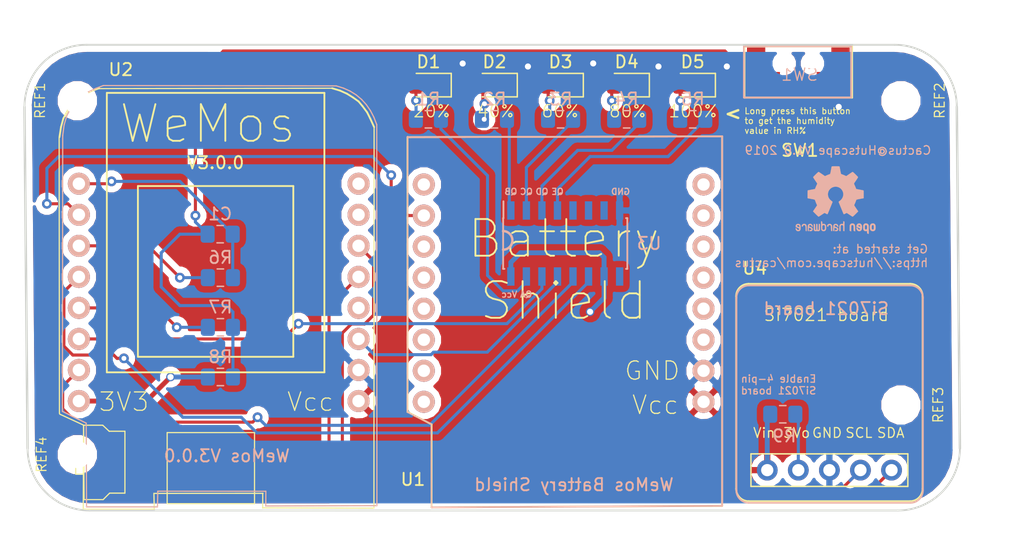
<source format=kicad_pcb>
(kicad_pcb (version 20171130) (host pcbnew "(5.0.1-3-g963ef8bb5)")

  (general
    (thickness 1.6)
    (drawings 36)
    (tracks 179)
    (zones 0)
    (modules 25)
    (nets 26)
  )

  (page A4)
  (layers
    (0 F.Cu signal)
    (31 B.Cu signal)
    (32 B.Adhes user)
    (33 F.Adhes user)
    (34 B.Paste user)
    (35 F.Paste user)
    (36 B.SilkS user)
    (37 F.SilkS user)
    (38 B.Mask user)
    (39 F.Mask user)
    (40 Dwgs.User user)
    (41 Cmts.User user)
    (42 Eco1.User user)
    (43 Eco2.User user)
    (44 Edge.Cuts user)
    (45 Margin user)
    (46 B.CrtYd user)
    (47 F.CrtYd user)
    (48 B.Fab user)
    (49 F.Fab user)
  )

  (setup
    (last_trace_width 0.25)
    (trace_clearance 0.2)
    (zone_clearance 0.508)
    (zone_45_only no)
    (trace_min 0.2)
    (segment_width 0.2)
    (edge_width 0.15)
    (via_size 0.8)
    (via_drill 0.4)
    (via_min_size 0.4)
    (via_min_drill 0.3)
    (uvia_size 0.3)
    (uvia_drill 0.1)
    (uvias_allowed no)
    (uvia_min_size 0.2)
    (uvia_min_drill 0.1)
    (pcb_text_width 0.3)
    (pcb_text_size 1.5 1.5)
    (mod_edge_width 0.15)
    (mod_text_size 1 1)
    (mod_text_width 0.15)
    (pad_size 1.7 1.7)
    (pad_drill 1)
    (pad_to_mask_clearance 0.051)
    (solder_mask_min_width 0.25)
    (aux_axis_origin 0 0)
    (visible_elements FEFFFEFF)
    (pcbplotparams
      (layerselection 0x0d0fc_ffffffff)
      (usegerberextensions false)
      (usegerberattributes false)
      (usegerberadvancedattributes false)
      (creategerberjobfile false)
      (excludeedgelayer true)
      (linewidth 0.100000)
      (plotframeref false)
      (viasonmask false)
      (mode 1)
      (useauxorigin false)
      (hpglpennumber 1)
      (hpglpenspeed 20)
      (hpglpendiameter 15.000000)
      (psnegative false)
      (psa4output false)
      (plotreference true)
      (plotvalue true)
      (plotinvisibletext false)
      (padsonsilk false)
      (subtractmaskfromsilk false)
      (outputformat 1)
      (mirror false)
      (drillshape 0)
      (scaleselection 1)
      (outputdirectory "/Users/sayanee/Documents/cactus/hardware/gerbers/"))
  )

  (net 0 "")
  (net 1 /RST)
  (net 2 "Net-(C1-Pad2)")
  (net 3 GND)
  (net 4 "Net-(D1-Pad2)")
  (net 5 "Net-(D2-Pad2)")
  (net 6 "Net-(D3-Pad2)")
  (net 7 "Net-(D4-Pad2)")
  (net 8 "Net-(D5-Pad2)")
  (net 9 /QA)
  (net 10 /QB)
  (net 11 /QC)
  (net 12 /QD)
  (net 13 /QE)
  (net 14 /D0)
  (net 15 /D6)
  (net 16 /3_3V)
  (net 17 VCC)
  (net 18 "Net-(R9-Pad2)")
  (net 19 /A0)
  (net 20 /D5)
  (net 21 /D7)
  (net 22 /D8)
  (net 23 /EN)
  (net 24 /I2C_SDA)
  (net 25 /I2C_SCL)

  (net_class Default "This is the default net class."
    (clearance 0.2)
    (trace_width 0.25)
    (via_dia 0.8)
    (via_drill 0.4)
    (uvia_dia 0.3)
    (uvia_drill 0.1)
    (add_net /A0)
    (add_net /D0)
    (add_net /D5)
    (add_net /D6)
    (add_net /D7)
    (add_net /D8)
    (add_net /EN)
    (add_net /I2C_SCL)
    (add_net /I2C_SDA)
    (add_net /QA)
    (add_net /QB)
    (add_net /QC)
    (add_net /QD)
    (add_net /QE)
    (add_net /RST)
    (add_net "Net-(C1-Pad2)")
    (add_net "Net-(D1-Pad2)")
    (add_net "Net-(D2-Pad2)")
    (add_net "Net-(D3-Pad2)")
    (add_net "Net-(D4-Pad2)")
    (add_net "Net-(D5-Pad2)")
    (add_net "Net-(R9-Pad2)")
  )

  (net_class Power ""
    (clearance 0.3)
    (trace_width 0.4)
    (via_dia 0.7)
    (via_drill 0.5)
    (uvia_dia 0.3)
    (uvia_drill 0.1)
    (add_net /3_3V)
    (add_net GND)
    (add_net VCC)
  )

  (module MountingHole:MountingHole_2.2mm_M2 (layer F.Cu) (tedit 5CA705E1) (tstamp 5CA9D456)
    (at 118.364 84.328)
    (descr "Mounting Hole 2.2mm, no annular, M2")
    (tags "mounting hole 2.2mm no annular m2")
    (attr virtual)
    (fp_text reference REF4 (at -2.921 0 90) (layer F.SilkS)
      (effects (font (size 0.8 0.8) (thickness 0.1)))
    )
    (fp_text value MountingHole_2.2mm_M2 (at -5.588 -2.6416 90) (layer F.Fab)
      (effects (font (size 0.8 0.8) (thickness 0.15)))
    )
    (fp_circle (center 0 0) (end 2.45 0) (layer F.CrtYd) (width 0.05))
    (fp_circle (center 0 0) (end 2.2 0) (layer Cmts.User) (width 0.15))
    (fp_text user %R (at 0.3 0) (layer F.Fab)
      (effects (font (size 1 1) (thickness 0.15)))
    )
    (pad 1 np_thru_hole circle (at 0 0) (size 2.2 2.2) (drill 2.2) (layers *.Cu *.Mask))
  )

  (module MountingHole:MountingHole_2.2mm_M2 (layer F.Cu) (tedit 5CA705CD) (tstamp 5CA9D148)
    (at 118.364 55.372)
    (descr "Mounting Hole 2.2mm, no annular, M2")
    (tags "mounting hole 2.2mm no annular m2")
    (attr virtual)
    (fp_text reference REF1 (at -3.048 0 90) (layer F.SilkS)
      (effects (font (size 0.8 0.8) (thickness 0.1)))
    )
    (fp_text value MountingHole_2.2mm_M2 (at -5.59425 1.9304 90) (layer F.Fab)
      (effects (font (size 0.8 0.8) (thickness 0.125)))
    )
    (fp_circle (center 0 0) (end 2.45 0) (layer F.CrtYd) (width 0.05))
    (fp_circle (center 0 0) (end 2.2 0) (layer Cmts.User) (width 0.15))
    (fp_text user %R (at 0.3 0) (layer F.Fab)
      (effects (font (size 1 1) (thickness 0.15)))
    )
    (pad 1 np_thru_hole circle (at 0 0) (size 2.2 2.2) (drill 2.2) (layers *.Cu *.Mask))
  )

  (module MountingHole:MountingHole_2.2mm_M2 (layer F.Cu) (tedit 5CA7061A) (tstamp 5CA9D016)
    (at 185.674 55.372)
    (descr "Mounting Hole 2.2mm, no annular, M2")
    (tags "mounting hole 2.2mm no annular m2")
    (attr virtual)
    (fp_text reference REF2 (at 3.175 0 90) (layer F.SilkS)
      (effects (font (size 0.8 0.8) (thickness 0.1)))
    )
    (fp_text value MountingHole_2.2mm_M2 (at 5.842 3.2512 90) (layer F.Fab)
      (effects (font (size 0.8 0.8) (thickness 0.15)))
    )
    (fp_circle (center 0 0) (end 2.45 0) (layer F.CrtYd) (width 0.05))
    (fp_circle (center 0 0) (end 2.2 0) (layer Cmts.User) (width 0.15))
    (fp_text user %R (at 0.3 0) (layer F.Fab)
      (effects (font (size 1 1) (thickness 0.15)))
    )
    (pad 1 np_thru_hole circle (at 0 0) (size 2.2 2.2) (drill 2.2) (layers *.Cu *.Mask))
  )

  (module Symbol:OSHW-Logo2_7.3x6mm_SilkScreen (layer B.Cu) (tedit 5CA702C4) (tstamp 5CA7B2FE)
    (at 180.34 63.5 180)
    (descr "Open Source Hardware Symbol")
    (tags "Logo Symbol OSHW")
    (attr virtual)
    (fp_text reference LOGO (at 6.096 0.127 180) (layer B.Fab) hide
      (effects (font (size 1 1) (thickness 0.15)) (justify mirror))
    )
    (fp_text value OSHW-Logo2_7.3x6mm_SilkScreen (at 0.127 2.286) (layer B.Fab) hide
      (effects (font (size 0.5 0.5) (thickness 0.125)) (justify mirror))
    )
    (fp_poly (pts (xy 0.10391 2.757652) (xy 0.182454 2.757222) (xy 0.239298 2.756058) (xy 0.278105 2.753793)
      (xy 0.302538 2.75006) (xy 0.316262 2.744494) (xy 0.32294 2.736727) (xy 0.326236 2.726395)
      (xy 0.326556 2.725057) (xy 0.331562 2.700921) (xy 0.340829 2.653299) (xy 0.353392 2.587259)
      (xy 0.368287 2.507872) (xy 0.384551 2.420204) (xy 0.385119 2.417125) (xy 0.40141 2.331211)
      (xy 0.416652 2.255304) (xy 0.429861 2.193955) (xy 0.440054 2.151718) (xy 0.446248 2.133145)
      (xy 0.446543 2.132816) (xy 0.464788 2.123747) (xy 0.502405 2.108633) (xy 0.551271 2.090738)
      (xy 0.551543 2.090642) (xy 0.613093 2.067507) (xy 0.685657 2.038035) (xy 0.754057 2.008403)
      (xy 0.757294 2.006938) (xy 0.868702 1.956374) (xy 1.115399 2.12484) (xy 1.191077 2.176197)
      (xy 1.259631 2.222111) (xy 1.317088 2.25997) (xy 1.359476 2.287163) (xy 1.382825 2.301079)
      (xy 1.385042 2.302111) (xy 1.40201 2.297516) (xy 1.433701 2.275345) (xy 1.481352 2.234553)
      (xy 1.546198 2.174095) (xy 1.612397 2.109773) (xy 1.676214 2.046388) (xy 1.733329 1.988549)
      (xy 1.780305 1.939825) (xy 1.813703 1.90379) (xy 1.830085 1.884016) (xy 1.830694 1.882998)
      (xy 1.832505 1.869428) (xy 1.825683 1.847267) (xy 1.80854 1.813522) (xy 1.779393 1.7652)
      (xy 1.736555 1.699308) (xy 1.679448 1.614483) (xy 1.628766 1.539823) (xy 1.583461 1.47286)
      (xy 1.54615 1.417484) (xy 1.519452 1.37758) (xy 1.505985 1.357038) (xy 1.505137 1.355644)
      (xy 1.506781 1.335962) (xy 1.519245 1.297707) (xy 1.540048 1.248111) (xy 1.547462 1.232272)
      (xy 1.579814 1.16171) (xy 1.614328 1.081647) (xy 1.642365 1.012371) (xy 1.662568 0.960955)
      (xy 1.678615 0.921881) (xy 1.687888 0.901459) (xy 1.689041 0.899886) (xy 1.706096 0.897279)
      (xy 1.746298 0.890137) (xy 1.804302 0.879477) (xy 1.874763 0.866315) (xy 1.952335 0.851667)
      (xy 2.031672 0.836551) (xy 2.107431 0.821982) (xy 2.174264 0.808978) (xy 2.226828 0.798555)
      (xy 2.259776 0.79173) (xy 2.267857 0.789801) (xy 2.276205 0.785038) (xy 2.282506 0.774282)
      (xy 2.287045 0.753902) (xy 2.290104 0.720266) (xy 2.291967 0.669745) (xy 2.292918 0.598708)
      (xy 2.29324 0.503524) (xy 2.293257 0.464508) (xy 2.293257 0.147201) (xy 2.217057 0.132161)
      (xy 2.174663 0.124005) (xy 2.1114 0.112101) (xy 2.034962 0.097884) (xy 1.953043 0.08279)
      (xy 1.9304 0.078645) (xy 1.854806 0.063947) (xy 1.788953 0.049495) (xy 1.738366 0.036625)
      (xy 1.708574 0.026678) (xy 1.703612 0.023713) (xy 1.691426 0.002717) (xy 1.673953 -0.037967)
      (xy 1.654577 -0.090322) (xy 1.650734 -0.1016) (xy 1.625339 -0.171523) (xy 1.593817 -0.250418)
      (xy 1.562969 -0.321266) (xy 1.562817 -0.321595) (xy 1.511447 -0.432733) (xy 1.680399 -0.681253)
      (xy 1.849352 -0.929772) (xy 1.632429 -1.147058) (xy 1.566819 -1.211726) (xy 1.506979 -1.268733)
      (xy 1.456267 -1.315033) (xy 1.418046 -1.347584) (xy 1.395675 -1.363343) (xy 1.392466 -1.364343)
      (xy 1.373626 -1.356469) (xy 1.33518 -1.334578) (xy 1.28133 -1.301267) (xy 1.216276 -1.259131)
      (xy 1.14594 -1.211943) (xy 1.074555 -1.16381) (xy 1.010908 -1.121928) (xy 0.959041 -1.088871)
      (xy 0.922995 -1.067218) (xy 0.906867 -1.059543) (xy 0.887189 -1.066037) (xy 0.849875 -1.08315)
      (xy 0.802621 -1.107326) (xy 0.797612 -1.110013) (xy 0.733977 -1.141927) (xy 0.690341 -1.157579)
      (xy 0.663202 -1.157745) (xy 0.649057 -1.143204) (xy 0.648975 -1.143) (xy 0.641905 -1.125779)
      (xy 0.625042 -1.084899) (xy 0.599695 -1.023525) (xy 0.567171 -0.944819) (xy 0.528778 -0.851947)
      (xy 0.485822 -0.748072) (xy 0.444222 -0.647502) (xy 0.398504 -0.536516) (xy 0.356526 -0.433703)
      (xy 0.319548 -0.342215) (xy 0.288827 -0.265201) (xy 0.265622 -0.205815) (xy 0.25119 -0.167209)
      (xy 0.246743 -0.1528) (xy 0.257896 -0.136272) (xy 0.287069 -0.10993) (xy 0.325971 -0.080887)
      (xy 0.436757 0.010961) (xy 0.523351 0.116241) (xy 0.584716 0.232734) (xy 0.619815 0.358224)
      (xy 0.627608 0.490493) (xy 0.621943 0.551543) (xy 0.591078 0.678205) (xy 0.53792 0.790059)
      (xy 0.465767 0.885999) (xy 0.377917 0.964924) (xy 0.277665 1.02573) (xy 0.16831 1.067313)
      (xy 0.053147 1.088572) (xy -0.064525 1.088401) (xy -0.18141 1.065699) (xy -0.294211 1.019362)
      (xy -0.399631 0.948287) (xy -0.443632 0.908089) (xy -0.528021 0.804871) (xy -0.586778 0.692075)
      (xy -0.620296 0.57299) (xy -0.628965 0.450905) (xy -0.613177 0.329107) (xy -0.573322 0.210884)
      (xy -0.509793 0.099525) (xy -0.422979 -0.001684) (xy -0.325971 -0.080887) (xy -0.285563 -0.111162)
      (xy -0.257018 -0.137219) (xy -0.246743 -0.152825) (xy -0.252123 -0.169843) (xy -0.267425 -0.2105)
      (xy -0.291388 -0.271642) (xy -0.322756 -0.350119) (xy -0.360268 -0.44278) (xy -0.402667 -0.546472)
      (xy -0.444337 -0.647526) (xy -0.49031 -0.758607) (xy -0.532893 -0.861541) (xy -0.570779 -0.953165)
      (xy -0.60266 -1.030316) (xy -0.627229 -1.089831) (xy -0.64318 -1.128544) (xy -0.64909 -1.143)
      (xy -0.663052 -1.157685) (xy -0.69006 -1.157642) (xy -0.733587 -1.142099) (xy -0.79711 -1.110284)
      (xy -0.797612 -1.110013) (xy -0.84544 -1.085323) (xy -0.884103 -1.067338) (xy -0.905905 -1.059614)
      (xy -0.906867 -1.059543) (xy -0.923279 -1.067378) (xy -0.959513 -1.089165) (xy -1.011526 -1.122328)
      (xy -1.075275 -1.164291) (xy -1.14594 -1.211943) (xy -1.217884 -1.260191) (xy -1.282726 -1.302151)
      (xy -1.336265 -1.335227) (xy -1.374303 -1.356821) (xy -1.392467 -1.364343) (xy -1.409192 -1.354457)
      (xy -1.44282 -1.326826) (xy -1.48999 -1.284495) (xy -1.547342 -1.230505) (xy -1.611516 -1.167899)
      (xy -1.632503 -1.146983) (xy -1.849501 -0.929623) (xy -1.684332 -0.68722) (xy -1.634136 -0.612781)
      (xy -1.590081 -0.545972) (xy -1.554638 -0.490665) (xy -1.530281 -0.450729) (xy -1.519478 -0.430036)
      (xy -1.519162 -0.428563) (xy -1.524857 -0.409058) (xy -1.540174 -0.369822) (xy -1.562463 -0.31743)
      (xy -1.578107 -0.282355) (xy -1.607359 -0.215201) (xy -1.634906 -0.147358) (xy -1.656263 -0.090034)
      (xy -1.662065 -0.072572) (xy -1.678548 -0.025938) (xy -1.69466 0.010095) (xy -1.70351 0.023713)
      (xy -1.72304 0.032048) (xy -1.765666 0.043863) (xy -1.825855 0.057819) (xy -1.898078 0.072578)
      (xy -1.9304 0.078645) (xy -2.012478 0.093727) (xy -2.091205 0.108331) (xy -2.158891 0.12102)
      (xy -2.20784 0.130358) (xy -2.217057 0.132161) (xy -2.293257 0.147201) (xy -2.293257 0.464508)
      (xy -2.293086 0.568846) (xy -2.292384 0.647787) (xy -2.290866 0.704962) (xy -2.288251 0.744001)
      (xy -2.284254 0.768535) (xy -2.278591 0.782195) (xy -2.27098 0.788611) (xy -2.267857 0.789801)
      (xy -2.249022 0.79402) (xy -2.207412 0.802438) (xy -2.14837 0.814039) (xy -2.077243 0.827805)
      (xy -1.999375 0.84272) (xy -1.920113 0.857768) (xy -1.844802 0.871931) (xy -1.778787 0.884194)
      (xy -1.727413 0.893539) (xy -1.696025 0.89895) (xy -1.689041 0.899886) (xy -1.682715 0.912404)
      (xy -1.66871 0.945754) (xy -1.649645 0.993623) (xy -1.642366 1.012371) (xy -1.613004 1.084805)
      (xy -1.578429 1.16483) (xy -1.547463 1.232272) (xy -1.524677 1.283841) (xy -1.509518 1.326215)
      (xy -1.504458 1.352166) (xy -1.505264 1.355644) (xy -1.515959 1.372064) (xy -1.54038 1.408583)
      (xy -1.575905 1.461313) (xy -1.619913 1.526365) (xy -1.669783 1.599849) (xy -1.679644 1.614355)
      (xy -1.737508 1.700296) (xy -1.780044 1.765739) (xy -1.808946 1.813696) (xy -1.82591 1.84718)
      (xy -1.832633 1.869205) (xy -1.83081 1.882783) (xy -1.830764 1.882869) (xy -1.816414 1.900703)
      (xy -1.784677 1.935183) (xy -1.73899 1.982732) (xy -1.682796 2.039778) (xy -1.619532 2.102745)
      (xy -1.612398 2.109773) (xy -1.53267 2.18698) (xy -1.471143 2.24367) (xy -1.426579 2.28089)
      (xy -1.397743 2.299685) (xy -1.385042 2.302111) (xy -1.366506 2.291529) (xy -1.328039 2.267084)
      (xy -1.273614 2.231388) (xy -1.207202 2.187053) (xy -1.132775 2.136689) (xy -1.115399 2.12484)
      (xy -0.868703 1.956374) (xy -0.757294 2.006938) (xy -0.689543 2.036405) (xy -0.616817 2.066041)
      (xy -0.554297 2.08967) (xy -0.551543 2.090642) (xy -0.50264 2.108543) (xy -0.464943 2.12368)
      (xy -0.446575 2.13279) (xy -0.446544 2.132816) (xy -0.440715 2.149283) (xy -0.430808 2.189781)
      (xy -0.417805 2.249758) (xy -0.402691 2.32466) (xy -0.386448 2.409936) (xy -0.385119 2.417125)
      (xy -0.368825 2.504986) (xy -0.353867 2.58474) (xy -0.341209 2.651319) (xy -0.331814 2.699653)
      (xy -0.326646 2.724675) (xy -0.326556 2.725057) (xy -0.323411 2.735701) (xy -0.317296 2.743738)
      (xy -0.304547 2.749533) (xy -0.2815 2.753453) (xy -0.244491 2.755865) (xy -0.189856 2.757135)
      (xy -0.113933 2.757629) (xy -0.013056 2.757714) (xy 0 2.757714) (xy 0.10391 2.757652)) (layer B.SilkS) (width 0.01))
    (fp_poly (pts (xy 3.153595 -1.966966) (xy 3.211021 -2.004497) (xy 3.238719 -2.038096) (xy 3.260662 -2.099064)
      (xy 3.262405 -2.147308) (xy 3.258457 -2.211816) (xy 3.109686 -2.276934) (xy 3.037349 -2.310202)
      (xy 2.990084 -2.336964) (xy 2.965507 -2.360144) (xy 2.961237 -2.382667) (xy 2.974889 -2.407455)
      (xy 2.989943 -2.423886) (xy 3.033746 -2.450235) (xy 3.081389 -2.452081) (xy 3.125145 -2.431546)
      (xy 3.157289 -2.390752) (xy 3.163038 -2.376347) (xy 3.190576 -2.331356) (xy 3.222258 -2.312182)
      (xy 3.265714 -2.295779) (xy 3.265714 -2.357966) (xy 3.261872 -2.400283) (xy 3.246823 -2.435969)
      (xy 3.21528 -2.476943) (xy 3.210592 -2.482267) (xy 3.175506 -2.51872) (xy 3.145347 -2.538283)
      (xy 3.107615 -2.547283) (xy 3.076335 -2.55023) (xy 3.020385 -2.550965) (xy 2.980555 -2.54166)
      (xy 2.955708 -2.527846) (xy 2.916656 -2.497467) (xy 2.889625 -2.464613) (xy 2.872517 -2.423294)
      (xy 2.863238 -2.367521) (xy 2.859693 -2.291305) (xy 2.85941 -2.252622) (xy 2.860372 -2.206247)
      (xy 2.948007 -2.206247) (xy 2.949023 -2.231126) (xy 2.951556 -2.2352) (xy 2.968274 -2.229665)
      (xy 3.004249 -2.215017) (xy 3.052331 -2.19419) (xy 3.062386 -2.189714) (xy 3.123152 -2.158814)
      (xy 3.156632 -2.131657) (xy 3.16399 -2.10622) (xy 3.146391 -2.080481) (xy 3.131856 -2.069109)
      (xy 3.07941 -2.046364) (xy 3.030322 -2.050122) (xy 2.989227 -2.077884) (xy 2.960758 -2.127152)
      (xy 2.951631 -2.166257) (xy 2.948007 -2.206247) (xy 2.860372 -2.206247) (xy 2.861285 -2.162249)
      (xy 2.868196 -2.095384) (xy 2.881884 -2.046695) (xy 2.904096 -2.010849) (xy 2.936574 -1.982513)
      (xy 2.950733 -1.973355) (xy 3.015053 -1.949507) (xy 3.085473 -1.948006) (xy 3.153595 -1.966966)) (layer B.SilkS) (width 0.01))
    (fp_poly (pts (xy 2.6526 -1.958752) (xy 2.669948 -1.966334) (xy 2.711356 -1.999128) (xy 2.746765 -2.046547)
      (xy 2.768664 -2.097151) (xy 2.772229 -2.122098) (xy 2.760279 -2.156927) (xy 2.734067 -2.175357)
      (xy 2.705964 -2.186516) (xy 2.693095 -2.188572) (xy 2.686829 -2.173649) (xy 2.674456 -2.141175)
      (xy 2.669028 -2.126502) (xy 2.63859 -2.075744) (xy 2.59452 -2.050427) (xy 2.53801 -2.051206)
      (xy 2.533825 -2.052203) (xy 2.503655 -2.066507) (xy 2.481476 -2.094393) (xy 2.466327 -2.139287)
      (xy 2.45725 -2.204615) (xy 2.453286 -2.293804) (xy 2.452914 -2.341261) (xy 2.45273 -2.416071)
      (xy 2.451522 -2.467069) (xy 2.448309 -2.499471) (xy 2.442109 -2.518495) (xy 2.43194 -2.529356)
      (xy 2.416819 -2.537272) (xy 2.415946 -2.53767) (xy 2.386828 -2.549981) (xy 2.372403 -2.554514)
      (xy 2.370186 -2.540809) (xy 2.368289 -2.502925) (xy 2.366847 -2.445715) (xy 2.365998 -2.374027)
      (xy 2.365829 -2.321565) (xy 2.366692 -2.220047) (xy 2.37007 -2.143032) (xy 2.377142 -2.086023)
      (xy 2.389088 -2.044526) (xy 2.40709 -2.014043) (xy 2.432327 -1.99008) (xy 2.457247 -1.973355)
      (xy 2.517171 -1.951097) (xy 2.586911 -1.946076) (xy 2.6526 -1.958752)) (layer B.SilkS) (width 0.01))
    (fp_poly (pts (xy 2.144876 -1.956335) (xy 2.186667 -1.975344) (xy 2.219469 -1.998378) (xy 2.243503 -2.024133)
      (xy 2.260097 -2.057358) (xy 2.270577 -2.1028) (xy 2.276271 -2.165207) (xy 2.278507 -2.249327)
      (xy 2.278743 -2.304721) (xy 2.278743 -2.520826) (xy 2.241774 -2.53767) (xy 2.212656 -2.549981)
      (xy 2.198231 -2.554514) (xy 2.195472 -2.541025) (xy 2.193282 -2.504653) (xy 2.191942 -2.451542)
      (xy 2.191657 -2.409372) (xy 2.190434 -2.348447) (xy 2.187136 -2.300115) (xy 2.182321 -2.270518)
      (xy 2.178496 -2.264229) (xy 2.152783 -2.270652) (xy 2.112418 -2.287125) (xy 2.065679 -2.309458)
      (xy 2.020845 -2.333457) (xy 1.986193 -2.35493) (xy 1.970002 -2.369685) (xy 1.969938 -2.369845)
      (xy 1.97133 -2.397152) (xy 1.983818 -2.423219) (xy 2.005743 -2.444392) (xy 2.037743 -2.451474)
      (xy 2.065092 -2.450649) (xy 2.103826 -2.450042) (xy 2.124158 -2.459116) (xy 2.136369 -2.483092)
      (xy 2.137909 -2.487613) (xy 2.143203 -2.521806) (xy 2.129047 -2.542568) (xy 2.092148 -2.552462)
      (xy 2.052289 -2.554292) (xy 1.980562 -2.540727) (xy 1.943432 -2.521355) (xy 1.897576 -2.475845)
      (xy 1.873256 -2.419983) (xy 1.871073 -2.360957) (xy 1.891629 -2.305953) (xy 1.922549 -2.271486)
      (xy 1.95342 -2.252189) (xy 2.001942 -2.227759) (xy 2.058485 -2.202985) (xy 2.06791 -2.199199)
      (xy 2.130019 -2.171791) (xy 2.165822 -2.147634) (xy 2.177337 -2.123619) (xy 2.16658 -2.096635)
      (xy 2.148114 -2.075543) (xy 2.104469 -2.049572) (xy 2.056446 -2.047624) (xy 2.012406 -2.067637)
      (xy 1.980709 -2.107551) (xy 1.976549 -2.117848) (xy 1.952327 -2.155724) (xy 1.916965 -2.183842)
      (xy 1.872343 -2.206917) (xy 1.872343 -2.141485) (xy 1.874969 -2.101506) (xy 1.88623 -2.069997)
      (xy 1.911199 -2.036378) (xy 1.935169 -2.010484) (xy 1.972441 -1.973817) (xy 2.001401 -1.954121)
      (xy 2.032505 -1.94622) (xy 2.067713 -1.944914) (xy 2.144876 -1.956335)) (layer B.SilkS) (width 0.01))
    (fp_poly (pts (xy 1.779833 -1.958663) (xy 1.782048 -1.99685) (xy 1.783784 -2.054886) (xy 1.784899 -2.12818)
      (xy 1.785257 -2.205055) (xy 1.785257 -2.465196) (xy 1.739326 -2.511127) (xy 1.707675 -2.539429)
      (xy 1.67989 -2.550893) (xy 1.641915 -2.550168) (xy 1.62684 -2.548321) (xy 1.579726 -2.542948)
      (xy 1.540756 -2.539869) (xy 1.531257 -2.539585) (xy 1.499233 -2.541445) (xy 1.453432 -2.546114)
      (xy 1.435674 -2.548321) (xy 1.392057 -2.551735) (xy 1.362745 -2.54432) (xy 1.33368 -2.521427)
      (xy 1.323188 -2.511127) (xy 1.277257 -2.465196) (xy 1.277257 -1.978602) (xy 1.314226 -1.961758)
      (xy 1.346059 -1.949282) (xy 1.364683 -1.944914) (xy 1.369458 -1.958718) (xy 1.373921 -1.997286)
      (xy 1.377775 -2.056356) (xy 1.380722 -2.131663) (xy 1.382143 -2.195286) (xy 1.386114 -2.445657)
      (xy 1.420759 -2.450556) (xy 1.452268 -2.447131) (xy 1.467708 -2.436041) (xy 1.472023 -2.415308)
      (xy 1.475708 -2.371145) (xy 1.478469 -2.309146) (xy 1.480012 -2.234909) (xy 1.480235 -2.196706)
      (xy 1.480457 -1.976783) (xy 1.526166 -1.960849) (xy 1.558518 -1.950015) (xy 1.576115 -1.944962)
      (xy 1.576623 -1.944914) (xy 1.578388 -1.958648) (xy 1.580329 -1.99673) (xy 1.582282 -2.054482)
      (xy 1.584084 -2.127227) (xy 1.585343 -2.195286) (xy 1.589314 -2.445657) (xy 1.6764 -2.445657)
      (xy 1.680396 -2.21724) (xy 1.684392 -1.988822) (xy 1.726847 -1.966868) (xy 1.758192 -1.951793)
      (xy 1.776744 -1.944951) (xy 1.777279 -1.944914) (xy 1.779833 -1.958663)) (layer B.SilkS) (width 0.01))
    (fp_poly (pts (xy 1.190117 -2.065358) (xy 1.189933 -2.173837) (xy 1.189219 -2.257287) (xy 1.187675 -2.319704)
      (xy 1.185001 -2.365085) (xy 1.180894 -2.397429) (xy 1.175055 -2.420733) (xy 1.167182 -2.438995)
      (xy 1.161221 -2.449418) (xy 1.111855 -2.505945) (xy 1.049264 -2.541377) (xy 0.980013 -2.55409)
      (xy 0.910668 -2.542463) (xy 0.869375 -2.521568) (xy 0.826025 -2.485422) (xy 0.796481 -2.441276)
      (xy 0.778655 -2.383462) (xy 0.770463 -2.306313) (xy 0.769302 -2.249714) (xy 0.769458 -2.245647)
      (xy 0.870857 -2.245647) (xy 0.871476 -2.31055) (xy 0.874314 -2.353514) (xy 0.88084 -2.381622)
      (xy 0.892523 -2.401953) (xy 0.906483 -2.417288) (xy 0.953365 -2.44689) (xy 1.003701 -2.449419)
      (xy 1.051276 -2.424705) (xy 1.054979 -2.421356) (xy 1.070783 -2.403935) (xy 1.080693 -2.383209)
      (xy 1.086058 -2.352362) (xy 1.088228 -2.304577) (xy 1.088571 -2.251748) (xy 1.087827 -2.185381)
      (xy 1.084748 -2.141106) (xy 1.078061 -2.112009) (xy 1.066496 -2.091173) (xy 1.057013 -2.080107)
      (xy 1.01296 -2.052198) (xy 0.962224 -2.048843) (xy 0.913796 -2.070159) (xy 0.90445 -2.078073)
      (xy 0.88854 -2.095647) (xy 0.87861 -2.116587) (xy 0.873278 -2.147782) (xy 0.871163 -2.196122)
      (xy 0.870857 -2.245647) (xy 0.769458 -2.245647) (xy 0.77281 -2.158568) (xy 0.784726 -2.090086)
      (xy 0.807135 -2.0386) (xy 0.842124 -1.998443) (xy 0.869375 -1.977861) (xy 0.918907 -1.955625)
      (xy 0.976316 -1.945304) (xy 1.029682 -1.948067) (xy 1.059543 -1.959212) (xy 1.071261 -1.962383)
      (xy 1.079037 -1.950557) (xy 1.084465 -1.918866) (xy 1.088571 -1.870593) (xy 1.093067 -1.816829)
      (xy 1.099313 -1.784482) (xy 1.110676 -1.765985) (xy 1.130528 -1.75377) (xy 1.143 -1.748362)
      (xy 1.190171 -1.728601) (xy 1.190117 -2.065358)) (layer B.SilkS) (width 0.01))
    (fp_poly (pts (xy 0.529926 -1.949755) (xy 0.595858 -1.974084) (xy 0.649273 -2.017117) (xy 0.670164 -2.047409)
      (xy 0.692939 -2.102994) (xy 0.692466 -2.143186) (xy 0.668562 -2.170217) (xy 0.659717 -2.174813)
      (xy 0.62153 -2.189144) (xy 0.602028 -2.185472) (xy 0.595422 -2.161407) (xy 0.595086 -2.148114)
      (xy 0.582992 -2.09921) (xy 0.551471 -2.064999) (xy 0.507659 -2.048476) (xy 0.458695 -2.052634)
      (xy 0.418894 -2.074227) (xy 0.40545 -2.086544) (xy 0.395921 -2.101487) (xy 0.389485 -2.124075)
      (xy 0.385317 -2.159328) (xy 0.382597 -2.212266) (xy 0.380502 -2.287907) (xy 0.37996 -2.311857)
      (xy 0.377981 -2.39379) (xy 0.375731 -2.451455) (xy 0.372357 -2.489608) (xy 0.367006 -2.513004)
      (xy 0.358824 -2.526398) (xy 0.346959 -2.534545) (xy 0.339362 -2.538144) (xy 0.307102 -2.550452)
      (xy 0.288111 -2.554514) (xy 0.281836 -2.540948) (xy 0.278006 -2.499934) (xy 0.2766 -2.430999)
      (xy 0.277598 -2.333669) (xy 0.277908 -2.318657) (xy 0.280101 -2.229859) (xy 0.282693 -2.165019)
      (xy 0.286382 -2.119067) (xy 0.291864 -2.086935) (xy 0.299835 -2.063553) (xy 0.310993 -2.043852)
      (xy 0.31683 -2.03541) (xy 0.350296 -1.998057) (xy 0.387727 -1.969003) (xy 0.392309 -1.966467)
      (xy 0.459426 -1.946443) (xy 0.529926 -1.949755)) (layer B.SilkS) (width 0.01))
    (fp_poly (pts (xy 0.039744 -1.950968) (xy 0.096616 -1.972087) (xy 0.097267 -1.972493) (xy 0.13244 -1.99838)
      (xy 0.158407 -2.028633) (xy 0.17667 -2.068058) (xy 0.188732 -2.121462) (xy 0.196096 -2.193651)
      (xy 0.200264 -2.289432) (xy 0.200629 -2.303078) (xy 0.205876 -2.508842) (xy 0.161716 -2.531678)
      (xy 0.129763 -2.54711) (xy 0.11047 -2.554423) (xy 0.109578 -2.554514) (xy 0.106239 -2.541022)
      (xy 0.103587 -2.504626) (xy 0.101956 -2.451452) (xy 0.1016 -2.408393) (xy 0.101592 -2.338641)
      (xy 0.098403 -2.294837) (xy 0.087288 -2.273944) (xy 0.063501 -2.272925) (xy 0.022296 -2.288741)
      (xy -0.039914 -2.317815) (xy -0.085659 -2.341963) (xy -0.109187 -2.362913) (xy -0.116104 -2.385747)
      (xy -0.116114 -2.386877) (xy -0.104701 -2.426212) (xy -0.070908 -2.447462) (xy -0.019191 -2.450539)
      (xy 0.018061 -2.450006) (xy 0.037703 -2.460735) (xy 0.049952 -2.486505) (xy 0.057002 -2.519337)
      (xy 0.046842 -2.537966) (xy 0.043017 -2.540632) (xy 0.007001 -2.55134) (xy -0.043434 -2.552856)
      (xy -0.095374 -2.545759) (xy -0.132178 -2.532788) (xy -0.183062 -2.489585) (xy -0.211986 -2.429446)
      (xy -0.217714 -2.382462) (xy -0.213343 -2.340082) (xy -0.197525 -2.305488) (xy -0.166203 -2.274763)
      (xy -0.115322 -2.24399) (xy -0.040824 -2.209252) (xy -0.036286 -2.207288) (xy 0.030821 -2.176287)
      (xy 0.072232 -2.150862) (xy 0.089981 -2.128014) (xy 0.086107 -2.104745) (xy 0.062643 -2.078056)
      (xy 0.055627 -2.071914) (xy 0.00863 -2.0481) (xy -0.040067 -2.049103) (xy -0.082478 -2.072451)
      (xy -0.110616 -2.115675) (xy -0.113231 -2.12416) (xy -0.138692 -2.165308) (xy -0.170999 -2.185128)
      (xy -0.217714 -2.20477) (xy -0.217714 -2.15395) (xy -0.203504 -2.080082) (xy -0.161325 -2.012327)
      (xy -0.139376 -1.989661) (xy -0.089483 -1.960569) (xy -0.026033 -1.9474) (xy 0.039744 -1.950968)) (layer B.SilkS) (width 0.01))
    (fp_poly (pts (xy -0.624114 -1.851289) (xy -0.619861 -1.910613) (xy -0.614975 -1.945572) (xy -0.608205 -1.96082)
      (xy -0.598298 -1.961015) (xy -0.595086 -1.959195) (xy -0.552356 -1.946015) (xy -0.496773 -1.946785)
      (xy -0.440263 -1.960333) (xy -0.404918 -1.977861) (xy -0.368679 -2.005861) (xy -0.342187 -2.037549)
      (xy -0.324001 -2.077813) (xy -0.312678 -2.131543) (xy -0.306778 -2.203626) (xy -0.304857 -2.298951)
      (xy -0.304823 -2.317237) (xy -0.3048 -2.522646) (xy -0.350509 -2.53858) (xy -0.382973 -2.54942)
      (xy -0.400785 -2.554468) (xy -0.401309 -2.554514) (xy -0.403063 -2.540828) (xy -0.404556 -2.503076)
      (xy -0.405674 -2.446224) (xy -0.406303 -2.375234) (xy -0.4064 -2.332073) (xy -0.406602 -2.246973)
      (xy -0.407642 -2.185981) (xy -0.410169 -2.144177) (xy -0.414836 -2.116642) (xy -0.422293 -2.098456)
      (xy -0.433189 -2.084698) (xy -0.439993 -2.078073) (xy -0.486728 -2.051375) (xy -0.537728 -2.049375)
      (xy -0.583999 -2.071955) (xy -0.592556 -2.080107) (xy -0.605107 -2.095436) (xy -0.613812 -2.113618)
      (xy -0.619369 -2.139909) (xy -0.622474 -2.179562) (xy -0.623824 -2.237832) (xy -0.624114 -2.318173)
      (xy -0.624114 -2.522646) (xy -0.669823 -2.53858) (xy -0.702287 -2.54942) (xy -0.720099 -2.554468)
      (xy -0.720623 -2.554514) (xy -0.721963 -2.540623) (xy -0.723172 -2.501439) (xy -0.724199 -2.4407)
      (xy -0.724998 -2.362141) (xy -0.725519 -2.269498) (xy -0.725714 -2.166509) (xy -0.725714 -1.769342)
      (xy -0.678543 -1.749444) (xy -0.631371 -1.729547) (xy -0.624114 -1.851289)) (layer B.SilkS) (width 0.01))
    (fp_poly (pts (xy -1.831697 -1.931239) (xy -1.774473 -1.969735) (xy -1.730251 -2.025335) (xy -1.703833 -2.096086)
      (xy -1.69849 -2.148162) (xy -1.699097 -2.169893) (xy -1.704178 -2.186531) (xy -1.718145 -2.201437)
      (xy -1.745411 -2.217973) (xy -1.790388 -2.239498) (xy -1.857489 -2.269374) (xy -1.857829 -2.269524)
      (xy -1.919593 -2.297813) (xy -1.970241 -2.322933) (xy -2.004596 -2.342179) (xy -2.017482 -2.352848)
      (xy -2.017486 -2.352934) (xy -2.006128 -2.376166) (xy -1.979569 -2.401774) (xy -1.949077 -2.420221)
      (xy -1.93363 -2.423886) (xy -1.891485 -2.411212) (xy -1.855192 -2.379471) (xy -1.837483 -2.344572)
      (xy -1.820448 -2.318845) (xy -1.787078 -2.289546) (xy -1.747851 -2.264235) (xy -1.713244 -2.250471)
      (xy -1.706007 -2.249714) (xy -1.697861 -2.26216) (xy -1.69737 -2.293972) (xy -1.703357 -2.336866)
      (xy -1.714643 -2.382558) (xy -1.73005 -2.422761) (xy -1.730829 -2.424322) (xy -1.777196 -2.489062)
      (xy -1.837289 -2.533097) (xy -1.905535 -2.554711) (xy -1.976362 -2.552185) (xy -2.044196 -2.523804)
      (xy -2.047212 -2.521808) (xy -2.100573 -2.473448) (xy -2.13566 -2.410352) (xy -2.155078 -2.327387)
      (xy -2.157684 -2.304078) (xy -2.162299 -2.194055) (xy -2.156767 -2.142748) (xy -2.017486 -2.142748)
      (xy -2.015676 -2.174753) (xy -2.005778 -2.184093) (xy -1.981102 -2.177105) (xy -1.942205 -2.160587)
      (xy -1.898725 -2.139881) (xy -1.897644 -2.139333) (xy -1.860791 -2.119949) (xy -1.846 -2.107013)
      (xy -1.849647 -2.093451) (xy -1.865005 -2.075632) (xy -1.904077 -2.049845) (xy -1.946154 -2.04795)
      (xy -1.983897 -2.066717) (xy -2.009966 -2.102915) (xy -2.017486 -2.142748) (xy -2.156767 -2.142748)
      (xy -2.152806 -2.106027) (xy -2.12845 -2.036212) (xy -2.094544 -1.987302) (xy -2.033347 -1.937878)
      (xy -1.965937 -1.913359) (xy -1.89712 -1.911797) (xy -1.831697 -1.931239)) (layer B.SilkS) (width 0.01))
    (fp_poly (pts (xy -2.958885 -1.921962) (xy -2.890855 -1.957733) (xy -2.840649 -2.015301) (xy -2.822815 -2.052312)
      (xy -2.808937 -2.107882) (xy -2.801833 -2.178096) (xy -2.80116 -2.254727) (xy -2.806573 -2.329552)
      (xy -2.81773 -2.394342) (xy -2.834286 -2.440873) (xy -2.839374 -2.448887) (xy -2.899645 -2.508707)
      (xy -2.971231 -2.544535) (xy -3.048908 -2.55502) (xy -3.127452 -2.53881) (xy -3.149311 -2.529092)
      (xy -3.191878 -2.499143) (xy -3.229237 -2.459433) (xy -3.232768 -2.454397) (xy -3.247119 -2.430124)
      (xy -3.256606 -2.404178) (xy -3.26221 -2.370022) (xy -3.264914 -2.321119) (xy -3.265701 -2.250935)
      (xy -3.265714 -2.2352) (xy -3.265678 -2.230192) (xy -3.120571 -2.230192) (xy -3.119727 -2.29643)
      (xy -3.116404 -2.340386) (xy -3.109417 -2.368779) (xy -3.097584 -2.388325) (xy -3.091543 -2.394857)
      (xy -3.056814 -2.41968) (xy -3.023097 -2.418548) (xy -2.989005 -2.397016) (xy -2.968671 -2.374029)
      (xy -2.956629 -2.340478) (xy -2.949866 -2.287569) (xy -2.949402 -2.281399) (xy -2.948248 -2.185513)
      (xy -2.960312 -2.114299) (xy -2.98543 -2.068194) (xy -3.02344 -2.047635) (xy -3.037008 -2.046514)
      (xy -3.072636 -2.052152) (xy -3.097006 -2.071686) (xy -3.111907 -2.109042) (xy -3.119125 -2.16815)
      (xy -3.120571 -2.230192) (xy -3.265678 -2.230192) (xy -3.265174 -2.160413) (xy -3.262904 -2.108159)
      (xy -3.257932 -2.071949) (xy -3.249287 -2.045299) (xy -3.235995 -2.021722) (xy -3.233057 -2.017338)
      (xy -3.183687 -1.958249) (xy -3.129891 -1.923947) (xy -3.064398 -1.910331) (xy -3.042158 -1.909665)
      (xy -2.958885 -1.921962)) (layer B.SilkS) (width 0.01))
    (fp_poly (pts (xy -1.283907 -1.92778) (xy -1.237328 -1.954723) (xy -1.204943 -1.981466) (xy -1.181258 -2.009484)
      (xy -1.164941 -2.043748) (xy -1.154661 -2.089227) (xy -1.149086 -2.150892) (xy -1.146884 -2.233711)
      (xy -1.146629 -2.293246) (xy -1.146629 -2.512391) (xy -1.208314 -2.540044) (xy -1.27 -2.567697)
      (xy -1.277257 -2.32767) (xy -1.280256 -2.238028) (xy -1.283402 -2.172962) (xy -1.287299 -2.128026)
      (xy -1.292553 -2.09877) (xy -1.299769 -2.080748) (xy -1.30955 -2.069511) (xy -1.312688 -2.067079)
      (xy -1.360239 -2.048083) (xy -1.408303 -2.0556) (xy -1.436914 -2.075543) (xy -1.448553 -2.089675)
      (xy -1.456609 -2.10822) (xy -1.461729 -2.136334) (xy -1.464559 -2.179173) (xy -1.465744 -2.241895)
      (xy -1.465943 -2.307261) (xy -1.465982 -2.389268) (xy -1.467386 -2.447316) (xy -1.472086 -2.486465)
      (xy -1.482013 -2.51178) (xy -1.499097 -2.528323) (xy -1.525268 -2.541156) (xy -1.560225 -2.554491)
      (xy -1.598404 -2.569007) (xy -1.593859 -2.311389) (xy -1.592029 -2.218519) (xy -1.589888 -2.149889)
      (xy -1.586819 -2.100711) (xy -1.582206 -2.066198) (xy -1.575432 -2.041562) (xy -1.565881 -2.022016)
      (xy -1.554366 -2.00477) (xy -1.49881 -1.94968) (xy -1.43102 -1.917822) (xy -1.357287 -1.910191)
      (xy -1.283907 -1.92778)) (layer B.SilkS) (width 0.01))
    (fp_poly (pts (xy -2.400256 -1.919918) (xy -2.344799 -1.947568) (xy -2.295852 -1.99848) (xy -2.282371 -2.017338)
      (xy -2.267686 -2.042015) (xy -2.258158 -2.068816) (xy -2.252707 -2.104587) (xy -2.250253 -2.156169)
      (xy -2.249714 -2.224267) (xy -2.252148 -2.317588) (xy -2.260606 -2.387657) (xy -2.276826 -2.439931)
      (xy -2.302546 -2.479869) (xy -2.339503 -2.512929) (xy -2.342218 -2.514886) (xy -2.37864 -2.534908)
      (xy -2.422498 -2.544815) (xy -2.478276 -2.547257) (xy -2.568952 -2.547257) (xy -2.56899 -2.635283)
      (xy -2.569834 -2.684308) (xy -2.574976 -2.713065) (xy -2.588413 -2.730311) (xy -2.614142 -2.744808)
      (xy -2.620321 -2.747769) (xy -2.649236 -2.761648) (xy -2.671624 -2.770414) (xy -2.688271 -2.771171)
      (xy -2.699964 -2.761023) (xy -2.70749 -2.737073) (xy -2.711634 -2.696426) (xy -2.713185 -2.636186)
      (xy -2.712929 -2.553455) (xy -2.711651 -2.445339) (xy -2.711252 -2.413) (xy -2.709815 -2.301524)
      (xy -2.708528 -2.228603) (xy -2.569029 -2.228603) (xy -2.568245 -2.290499) (xy -2.56476 -2.330997)
      (xy -2.556876 -2.357708) (xy -2.542895 -2.378244) (xy -2.533403 -2.38826) (xy -2.494596 -2.417567)
      (xy -2.460237 -2.419952) (xy -2.424784 -2.39575) (xy -2.423886 -2.394857) (xy -2.409461 -2.376153)
      (xy -2.400687 -2.350732) (xy -2.396261 -2.311584) (xy -2.394882 -2.251697) (xy -2.394857 -2.23843)
      (xy -2.398188 -2.155901) (xy -2.409031 -2.098691) (xy -2.42866 -2.063766) (xy -2.45835 -2.048094)
      (xy -2.475509 -2.046514) (xy -2.516234 -2.053926) (xy -2.544168 -2.07833) (xy -2.560983 -2.12298)
      (xy -2.56835 -2.19113) (xy -2.569029 -2.228603) (xy -2.708528 -2.228603) (xy -2.708292 -2.215245)
      (xy -2.706323 -2.150333) (xy -2.70355 -2.102958) (xy -2.699612 -2.06929) (xy -2.694151 -2.045498)
      (xy -2.686808 -2.027753) (xy -2.677223 -2.012224) (xy -2.673113 -2.006381) (xy -2.618595 -1.951185)
      (xy -2.549664 -1.91989) (xy -2.469928 -1.911165) (xy -2.400256 -1.919918)) (layer B.SilkS) (width 0.01))
    (fp_line (start -3.556 3.048) (end 3.81 3.048) (layer B.CrtYd) (width 0.15))
    (fp_line (start 3.81 3.048) (end 3.81 -2.794) (layer B.CrtYd) (width 0.15))
    (fp_line (start 3.81 -2.794) (end -3.556 -2.794) (layer B.CrtYd) (width 0.15))
    (fp_line (start -3.556 -2.794) (end -3.556 3.048) (layer B.CrtYd) (width 0.15))
  )

  (module WeMos:Battery_shield (layer F.Cu) (tedit 5CA439D5) (tstamp 5CA3C512)
    (at 158.242 73.914)
    (path /5C954F32)
    (fp_text reference U1 (at -12.446 12.446) (layer F.SilkS)
      (effects (font (size 1 1) (thickness 0.15)))
    )
    (fp_text value WeMos_Battery_Shield (at 0.0762 -14.0716) (layer F.Fab)
      (effects (font (size 1 1) (thickness 0.15)))
    )
    (fp_line (start -12.8905 6.9215) (end -12.8905 -15.5575) (layer F.SilkS) (width 0.15))
    (fp_line (start -10.922 7.9375) (end -12.8905 6.9215) (layer F.SilkS) (width 0.15))
    (fp_line (start -10.922 14.732) (end -10.922 7.9375) (layer F.SilkS) (width 0.15))
    (fp_line (start 12.827 14.605) (end -10.922 14.732) (layer F.SilkS) (width 0.15))
    (fp_line (start 12.827 -15.621) (end 12.827 14.605) (layer F.SilkS) (width 0.15))
    (fp_line (start -12.8905 -15.5575) (end 12.827 -15.621) (layer F.SilkS) (width 0.15))
    (fp_text user "WeMos Battery Shield" (at 0.7112 12.8778 180) (layer B.SilkS)
      (effects (font (size 1 1) (thickness 0.15)) (justify mirror))
    )
    (fp_text user Battery (at -0.127 -7.239 180) (layer F.SilkS)
      (effects (font (size 3 3) (thickness 0.15)))
    )
    (fp_line (start -12.878078 -15.615807) (end -12.903026 6.939285) (layer B.SilkS) (width 0.1))
    (fp_line (start -12.903026 6.939285) (end -10.95948 7.900181) (layer B.SilkS) (width 0.1))
    (fp_line (start -10.95948 7.900181) (end -10.929686 14.708524) (layer B.SilkS) (width 0.1))
    (fp_text user Shield (at -0.127 -2.159 180) (layer F.SilkS)
      (effects (font (size 3 3) (thickness 0.15)))
    )
    (fp_line (start -10.922 14.732) (end 12.7635 14.605) (layer B.SilkS) (width 0.15))
    (fp_line (start -12.8905 -15.5575) (end 12.827 -15.621) (layer B.SilkS) (width 0.15))
    (fp_line (start 12.827 -15.621) (end 12.827 14.605) (layer B.SilkS) (width 0.15))
    (fp_line (start -12.8905 -15.5575) (end 12.827 -15.621) (layer F.Fab) (width 0.15))
    (fp_line (start 12.827 -15.621) (end 12.827 14.605) (layer F.Fab) (width 0.15))
    (fp_line (start 12.827 14.605) (end -10.922 14.732) (layer F.Fab) (width 0.15))
    (fp_line (start -10.922 14.732) (end -10.922 7.9375) (layer F.Fab) (width 0.15))
    (fp_line (start -10.922 7.9375) (end -12.8905 6.9215) (layer F.Fab) (width 0.15))
    (fp_line (start -12.8905 6.9215) (end -12.8905 -15.494) (layer F.Fab) (width 0.15))
    (fp_line (start -12.8905 -15.494) (end -12.8905 -15.5575) (layer F.Fab) (width 0.15))
    (fp_line (start -12.954 -15.494) (end 12.7 -15.494) (layer F.CrtYd) (width 0.15))
    (fp_line (start 12.7 -15.494) (end 12.7 14.478) (layer F.CrtYd) (width 0.15))
    (fp_line (start 12.7 14.478) (end -10.922 14.478) (layer F.CrtYd) (width 0.15))
    (fp_line (start -10.922 14.478) (end -10.922 7.874) (layer F.CrtYd) (width 0.15))
    (fp_line (start -10.922 7.874) (end -12.954 6.858) (layer F.CrtYd) (width 0.15))
    (fp_line (start -12.954 6.858) (end -12.954 -15.494) (layer F.CrtYd) (width 0.15))
    (pad 8 thru_hole circle (at 11.303 -11.684 180) (size 1.8 1.8) (drill 1.016) (layers *.Cu *.Mask B.SilkS))
    (pad 7 thru_hole circle (at 11.303 -9.144 180) (size 1.8 1.8) (drill 1.016) (layers *.Cu *.Mask B.SilkS))
    (pad 6 thru_hole circle (at 11.303 -6.604 180) (size 1.8 1.8) (drill 1.016) (layers *.Cu *.Mask B.SilkS))
    (pad 5 thru_hole circle (at 11.303 -4.064 180) (size 1.8 1.8) (drill 1.016) (layers *.Cu *.Mask B.SilkS))
    (pad 4 thru_hole circle (at 11.303 -1.524 180) (size 1.8 1.8) (drill 1.016) (layers *.Cu *.Mask B.SilkS))
    (pad 3 thru_hole circle (at 11.303 1.016 180) (size 1.8 1.8) (drill 1.016) (layers *.Cu *.Mask B.SilkS))
    (pad 2 thru_hole circle (at 11.303 3.556 180) (size 1.8 1.8) (drill 1.016) (layers *.Cu *.Mask B.SilkS)
      (net 3 GND))
    (pad 1 thru_hole circle (at 11.303 6.096 180) (size 1.8 1.8) (drill 1.016) (layers *.Cu *.Mask B.SilkS)
      (net 17 VCC))
    (pad 16 thru_hole circle (at -11.557 6.096 180) (size 1.8 1.8) (drill 1.016) (layers *.Cu *.Mask B.SilkS))
    (pad 15 thru_hole circle (at -11.557 3.556 180) (size 1.8 1.8) (drill 1.016) (layers *.Cu *.Mask B.SilkS))
    (pad 14 thru_hole circle (at -11.557 1.016 180) (size 1.8 1.8) (drill 1.016) (layers *.Cu *.Mask B.SilkS))
    (pad 13 thru_hole circle (at -11.557 -1.524 180) (size 1.8 1.8) (drill 1.016) (layers *.Cu *.Mask B.SilkS))
    (pad 12 thru_hole circle (at -11.557 -4.064 180) (size 1.8 1.8) (drill 1.016) (layers *.Cu *.Mask B.SilkS))
    (pad 11 thru_hole circle (at -11.557 -6.604 180) (size 1.8 1.8) (drill 1.016) (layers *.Cu *.Mask B.SilkS))
    (pad 10 thru_hole circle (at -11.557 -9.144 180) (size 1.8 1.8) (drill 1.016) (layers *.Cu *.Mask B.SilkS)
      (net 19 /A0))
    (pad 9 thru_hole circle (at -11.557 -11.684 180) (size 1.8 1.8) (drill 1.016) (layers *.Cu *.Mask B.SilkS))
  )

  (module WeMos:D1_mini_board (layer F.Cu) (tedit 5CA43945) (tstamp 5CA2585B)
    (at 130.302 70.612)
    (path /5C9440E1)
    (fp_text reference U2 (at -8.382 -17.78) (layer F.SilkS)
      (effects (font (size 1 1) (thickness 0.15)))
    )
    (fp_text value WeMos_D1_mini (at -0.254 -17.526) (layer F.Fab)
      (effects (font (size 1 1) (thickness 0.15)))
    )
    (fp_line (start -12.954 10.414) (end -12.954 -9.398) (layer F.CrtYd) (width 0.15))
    (fp_line (start -10.668 10.414) (end -12.954 10.414) (layer F.CrtYd) (width 0.15))
    (fp_line (start -10.668 -9.398) (end -10.668 10.414) (layer F.CrtYd) (width 0.15))
    (fp_line (start -12.954 -9.398) (end -10.668 -9.398) (layer F.CrtYd) (width 0.15))
    (fp_line (start 9.906 10.414) (end 9.906 -9.398) (layer F.CrtYd) (width 0.15))
    (fp_line (start 12.192 10.414) (end 9.906 10.414) (layer F.CrtYd) (width 0.15))
    (fp_line (start 12.192 -9.398) (end 12.192 10.414) (layer F.CrtYd) (width 0.15))
    (fp_line (start 9.906 -9.398) (end 12.192 -9.398) (layer F.CrtYd) (width 0.15))
    (fp_line (start -10.8585 -15.9385) (end -9.7155 -16.4465) (layer F.Fab) (width 0.15))
    (fp_line (start -11.938 -15.24) (end -10.8585 -15.9385) (layer F.Fab) (width 0.15))
    (fp_line (start -12.7 -14.4145) (end -11.938 -15.24) (layer F.Fab) (width 0.15))
    (fp_line (start -13.1445 -13.5255) (end -12.7 -14.4145) (layer F.Fab) (width 0.15))
    (fp_line (start -13.462 -12.1285) (end -13.1445 -13.5255) (layer F.Fab) (width 0.15))
    (fp_line (start -13.3985 10.414) (end -13.462 -12.1285) (layer F.Fab) (width 0.15))
    (fp_line (start -12.192 11.049) (end -13.3985 10.414) (layer F.Fab) (width 0.15))
    (fp_line (start -12.192 18.2245) (end -12.192 11.049) (layer F.Fab) (width 0.15))
    (fp_line (start 12.5095 -13.081) (end 12.2555 18.0975) (layer F.Fab) (width 0.15))
    (fp_line (start 12.3825 -13.6525) (end 12.5095 -13.081) (layer F.Fab) (width 0.15))
    (fp_line (start 12.0015 -14.351) (end 12.3825 -13.6525) (layer F.Fab) (width 0.15))
    (fp_line (start 11.4935 -15.0495) (end 12.0015 -14.351) (layer F.Fab) (width 0.15))
    (fp_line (start 11.049 -15.5575) (end 11.4935 -15.0495) (layer F.Fab) (width 0.15))
    (fp_line (start 10.3505 -15.9385) (end 11.049 -15.5575) (layer F.Fab) (width 0.15))
    (fp_line (start 9.2075 -16.383) (end 10.3505 -15.9385) (layer F.Fab) (width 0.15))
    (fp_line (start -10.8585 -16.002) (end -9.7155 -16.51) (layer F.Fab) (width 0.15))
    (fp_line (start -11.938 -15.3035) (end -10.8585 -16.002) (layer F.Fab) (width 0.15))
    (fp_line (start -12.7 -14.478) (end -11.938 -15.3035) (layer F.Fab) (width 0.15))
    (fp_line (start -13.1445 -13.589) (end -12.7 -14.478) (layer F.Fab) (width 0.15))
    (fp_line (start -13.462 -12.192) (end -13.1445 -13.589) (layer F.Fab) (width 0.15))
    (fp_line (start 12.2555 18.034) (end -12.192 18.161) (layer F.Fab) (width 0.15))
    (fp_line (start 12.3825 -13.716) (end 12.5095 -13.1445) (layer F.Fab) (width 0.15))
    (fp_line (start 12.0015 -14.4145) (end 12.3825 -13.716) (layer F.Fab) (width 0.15))
    (fp_line (start 11.4935 -15.113) (end 12.0015 -14.4145) (layer F.Fab) (width 0.15))
    (fp_line (start 11.049 -15.621) (end 11.4935 -15.113) (layer F.Fab) (width 0.15))
    (fp_line (start 9.2075 -16.4465) (end 10.3505 -16.002) (layer F.Fab) (width 0.15))
    (fp_line (start -9.7155 -16.51) (end 9.2075 -16.4465) (layer F.Fab) (width 0.15))
    (fp_line (start -10.8585 -16.002) (end -10.16 -16.256) (layer F.SilkS) (width 0.15))
    (fp_line (start -11.303 -15.748) (end -10.8585 -16.002) (layer F.SilkS) (width 0.15))
    (fp_line (start -11.8745 -15.367) (end -11.303 -15.748) (layer F.SilkS) (width 0.15))
    (fp_line (start -12.319 -14.9225) (end -11.8745 -15.367) (layer F.SilkS) (width 0.15))
    (fp_line (start -12.7 -14.478) (end -12.319 -14.9225) (layer F.SilkS) (width 0.15))
    (fp_line (start -13.081 -13.7795) (end -12.7 -14.478) (layer F.SilkS) (width 0.15))
    (fp_line (start -13.2715 -13.081) (end -13.081 -13.7795) (layer F.SilkS) (width 0.15))
    (fp_line (start -13.3985 -12.2555) (end -13.2715 -13.081) (layer F.SilkS) (width 0.15))
    (fp_line (start 12.0015 -13.7795) (end 12.319 -13.081) (layer F.SilkS) (width 0.15))
    (fp_line (start 11.7475 -14.2875) (end 12.0015 -13.7795) (layer F.SilkS) (width 0.15))
    (fp_line (start 11.3665 -14.7955) (end 11.7475 -14.2875) (layer F.SilkS) (width 0.15))
    (fp_line (start 11.049 -15.1765) (end 11.3665 -14.7955) (layer F.SilkS) (width 0.15))
    (fp_line (start 10.6045 -15.494) (end 11.049 -15.1765) (layer F.SilkS) (width 0.15))
    (fp_line (start 10.0965 -15.8115) (end 10.6045 -15.494) (layer F.SilkS) (width 0.15))
    (fp_line (start 9.525 -16.0655) (end 10.0965 -15.8115) (layer F.SilkS) (width 0.15))
    (fp_line (start 8.89 -16.256) (end 9.525 -16.0655) (layer F.SilkS) (width 0.15))
    (fp_line (start -13.3985 10.3505) (end -13.423448 -12.204592) (layer F.SilkS) (width 0.1))
    (fp_line (start -13.373546 10.405604) (end -11.43 11.303) (layer F.SilkS) (width 0.1))
    (fp_line (start 12.319 -13.081) (end 12.305002 18.089151) (layer F.SilkS) (width 0.1))
    (fp_line (start -11.452472 18.182228) (end -11.422678 11.373885) (layer F.SilkS) (width 0.1))
    (fp_line (start -11.198472 17.991728) (end -5.38718 17.991728) (layer B.SilkS) (width 0.1))
    (fp_line (start 3.214397 18.071422) (end 12.295193 18.0975) (layer F.SilkS) (width 0.1))
    (fp_line (start 3.216373 18.0975) (end 3.214397 16.895247) (layer F.SilkS) (width 0.1))
    (fp_line (start -5.588 16.891) (end 3.243222 16.884312) (layer F.SilkS) (width 0.1))
    (fp_line (start -5.677831 16.877567) (end -5.6515 18.161) (layer F.SilkS) (width 0.1))
    (fp_line (start -12.068119 13.321364) (end -11.450758 13.321364) (layer F.SilkS) (width 0.1))
    (fp_line (start -12.068119 15.314558) (end -12.068119 13.321364) (layer F.SilkS) (width 0.1))
    (fp_line (start -11.41548 15.314558) (end -12.068119 15.314558) (layer F.SilkS) (width 0.1))
    (fp_line (start -11.433119 11.310531) (end -11.380202 17.395947) (layer F.SilkS) (width 0.1))
    (fp_line (start -9.863258 11.310531) (end -11.433119 11.310531) (layer F.SilkS) (width 0.1))
    (fp_line (start -9.334091 11.80442) (end -9.863258 11.310531) (layer F.SilkS) (width 0.1))
    (fp_line (start -8.046452 11.80442) (end -9.334091 11.80442) (layer F.SilkS) (width 0.1))
    (fp_line (start -8.046452 16.866781) (end -8.046452 11.80442) (layer F.SilkS) (width 0.1))
    (fp_line (start -9.298813 16.866781) (end -8.046452 16.866781) (layer F.SilkS) (width 0.1))
    (fp_line (start -9.82798 17.395947) (end -9.298813 16.866781) (layer F.SilkS) (width 0.1))
    (fp_line (start -11.380202 17.395947) (end -9.82798 17.395947) (layer F.SilkS) (width 0.1))
    (fp_line (start 8.89 -16.256) (end -10.147913 -16.227242) (layer F.SilkS) (width 0.1))
    (fp_line (start 2.54465 11.9148) (end 2.54465 17.728537) (layer F.SilkS) (width 0.1))
    (fp_line (start -4.594931 11.9148) (end 2.54465 11.9148) (layer F.SilkS) (width 0.1))
    (fp_line (start -4.594931 17.728537) (end -4.594931 11.9148) (layer F.SilkS) (width 0.1))
    (fp_line (start 2.54465 17.728537) (end -4.594931 17.728537) (layer F.SilkS) (width 0.1))
    (fp_text user "WeMos V3.0.0" (at 0.2794 13.8176 180) (layer B.SilkS)
      (effects (font (size 1 1) (thickness 0.15)) (justify mirror))
    )
    (fp_line (start -11.21348 11.138681) (end -11.183686 17.947024) (layer B.SilkS) (width 0.1))
    (fp_line (start -13.157026 10.177785) (end -11.21348 11.138681) (layer B.SilkS) (width 0.1))
    (fp_line (start -13.132078 -12.377307) (end -13.157026 10.177785) (layer B.SilkS) (width 0.1))
    (fp_line (start -13.016482 -13.270075) (end -13.132078 -12.377307) (layer B.SilkS) (width 0.1))
    (fp_line (start -12.788122 -14.025113) (end -13.016482 -13.270075) (layer B.SilkS) (width 0.1))
    (fp_line (start -12.460595 -14.65696) (end -12.788122 -14.025113) (layer B.SilkS) (width 0.1))
    (fp_line (start -12.047503 -15.180158) (end -12.460595 -14.65696) (layer B.SilkS) (width 0.1))
    (fp_line (start -11.562445 -15.609243) (end -12.047503 -15.180158) (layer B.SilkS) (width 0.1))
    (fp_line (start -11.019018 -15.958758) (end -11.562445 -15.609243) (layer B.SilkS) (width 0.1))
    (fp_line (start -10.430824 -16.243241) (end -11.019018 -15.958758) (layer B.SilkS) (width 0.1))
    (fp_line (start -9.81146 -16.477234) (end -10.430824 -16.243241) (layer B.SilkS) (width 0.1))
    (fp_line (start 9.226453 -16.448476) (end -9.81146 -16.477234) (layer B.SilkS) (width 0.1))
    (fp_line (start 9.82425 -16.26281) (end 9.226453 -16.448476) (layer B.SilkS) (width 0.1))
    (fp_line (start 10.36844 -16.015877) (end 9.82425 -16.26281) (layer B.SilkS) (width 0.1))
    (fp_line (start 10.859512 -15.708241) (end 10.36844 -16.015877) (layer B.SilkS) (width 0.1))
    (fp_line (start 11.297953 -15.340452) (end 10.859512 -15.708241) (layer B.SilkS) (width 0.1))
    (fp_line (start 11.684253 -14.913077) (end 11.297953 -15.340452) (layer B.SilkS) (width 0.1))
    (fp_line (start 12.018901 -14.426667) (end 11.684253 -14.913077) (layer B.SilkS) (width 0.1))
    (fp_line (start 12.302384 -13.881786) (end 12.018901 -14.426667) (layer B.SilkS) (width 0.1))
    (fp_line (start 12.535195 -13.278993) (end 12.302384 -13.881786) (layer B.SilkS) (width 0.1))
    (fp_line (start 12.549193 17.891158) (end 12.535195 -13.278993) (layer B.SilkS) (width 0.1))
    (fp_line (start 3.468397 17.917236) (end 12.549193 17.891158) (layer B.SilkS) (width 0.1))
    (fp_line (start 3.470373 16.714983) (end 3.468397 17.917236) (layer B.SilkS) (width 0.1))
    (fp_line (start -5.360849 16.708295) (end 3.470373 16.714983) (layer B.SilkS) (width 0.1))
    (fp_line (start -5.38718 17.991728) (end -5.360849 16.708295) (layer B.SilkS) (width 0.1))
    (fp_line (start -11.452472 18.182228) (end -5.64118 18.182228) (layer F.SilkS) (width 0.1))
    (fp_line (start 8.255 -15.875) (end 8.255 6.985) (layer F.SilkS) (width 0.15))
    (fp_line (start -9.525 -15.875) (end 8.255 -15.875) (layer F.SilkS) (width 0.15))
    (fp_line (start -9.525 6.985) (end -9.525 -15.875) (layer F.SilkS) (width 0.15))
    (fp_line (start 8.255 6.985) (end -9.525 6.985) (layer F.SilkS) (width 0.15))
    (fp_line (start -6.985 5.715) (end 5.715 5.715) (layer F.SilkS) (width 0.15))
    (fp_line (start -6.985 -8.255) (end -6.985 5.715) (layer F.SilkS) (width 0.15))
    (fp_line (start 5.715 -8.255) (end -6.985 -8.255) (layer F.SilkS) (width 0.15))
    (fp_line (start 5.715 5.715) (end 5.715 -8.255) (layer F.SilkS) (width 0.15))
    (fp_text user WeMos (at -1.27 -13.335 180) (layer F.SilkS)
      (effects (font (size 3 3) (thickness 0.15)))
    )
    (fp_text user V3.0.0 (at -0.635 -10.16) (layer F.SilkS)
      (effects (font (size 1 1) (thickness 0.15)))
    )
    (fp_line (start 9.8425 -9.779) (end 9.8425 10.4775) (layer B.Fab) (width 0.15))
    (fp_line (start 9.8425 10.4775) (end 12.319 10.4775) (layer B.Fab) (width 0.15))
    (fp_line (start 12.319 10.4775) (end 12.319 -9.9695) (layer B.Fab) (width 0.15))
    (fp_line (start 12.319 -9.9695) (end 9.8425 -10.033) (layer B.Fab) (width 0.15))
    (fp_line (start -13.081 -9.779) (end -10.16 -9.8425) (layer B.Fab) (width 0.15))
    (fp_line (start -10.16 -9.8425) (end -10.2235 10.4775) (layer B.Fab) (width 0.15))
    (fp_line (start -10.2235 10.4775) (end -13.208 10.414) (layer B.Fab) (width 0.15))
    (fp_line (start -13.208 10.414) (end -13.081 -9.8425) (layer B.Fab) (width 0.15))
    (fp_line (start 9.906 -9.398) (end 12.192 -9.398) (layer B.CrtYd) (width 0.15))
    (fp_line (start 12.192 -9.398) (end 12.192 10.414) (layer B.CrtYd) (width 0.15))
    (fp_line (start 12.192 10.414) (end 9.906 10.414) (layer B.CrtYd) (width 0.15))
    (fp_line (start 9.906 10.414) (end 9.906 -9.398) (layer B.CrtYd) (width 0.15))
    (fp_line (start -12.954 -9.398) (end -10.668 -9.398) (layer B.CrtYd) (width 0.15))
    (fp_line (start -10.668 -9.398) (end -10.668 10.414) (layer B.CrtYd) (width 0.15))
    (fp_line (start -10.668 10.414) (end -12.954 10.414) (layer B.CrtYd) (width 0.15))
    (fp_line (start -12.954 10.414) (end -12.954 -9.398) (layer B.CrtYd) (width 0.15))
    (pad 9 thru_hole circle (at -11.811 -8.4455 180) (size 1.8 1.8) (drill 1.016) (layers *.Cu *.Mask B.SilkS)
      (net 1 /RST))
    (pad 10 thru_hole circle (at -11.811 -5.9055 180) (size 1.8 1.8) (drill 1.016) (layers *.Cu *.Mask B.SilkS)
      (net 19 /A0))
    (pad 11 thru_hole circle (at -11.811 -3.3655 180) (size 1.8 1.8) (drill 1.016) (layers *.Cu *.Mask B.SilkS)
      (net 14 /D0))
    (pad 12 thru_hole circle (at -11.811 -0.8255 180) (size 1.8 1.8) (drill 1.016) (layers *.Cu *.Mask B.SilkS)
      (net 20 /D5))
    (pad 13 thru_hole circle (at -11.811 1.7145 180) (size 1.8 1.8) (drill 1.016) (layers *.Cu *.Mask B.SilkS)
      (net 15 /D6))
    (pad 14 thru_hole circle (at -11.811 4.2545 180) (size 1.8 1.8) (drill 1.016) (layers *.Cu *.Mask B.SilkS)
      (net 21 /D7))
    (pad 15 thru_hole circle (at -11.811 6.7945 180) (size 1.8 1.8) (drill 1.016) (layers *.Cu *.Mask B.SilkS)
      (net 22 /D8))
    (pad 16 thru_hole circle (at -11.811 9.3345 180) (size 1.8 1.8) (drill 1.016) (layers *.Cu *.Mask B.SilkS)
      (net 16 /3_3V))
    (pad 1 thru_hole circle (at 11.049 9.3345 180) (size 1.8 1.8) (drill 1.016) (layers *.Cu *.Mask B.SilkS)
      (net 17 VCC))
    (pad 2 thru_hole circle (at 11.049 6.7945 180) (size 1.8 1.8) (drill 1.016) (layers *.Cu *.Mask B.SilkS)
      (net 3 GND))
    (pad 3 thru_hole circle (at 11.049 4.2545 180) (size 1.8 1.8) (drill 1.016) (layers *.Cu *.Mask B.SilkS)
      (net 23 /EN))
    (pad 4 thru_hole circle (at 11.049 1.7145 180) (size 1.8 1.8) (drill 1.016) (layers *.Cu *.Mask B.SilkS))
    (pad 5 thru_hole circle (at 11.049 -0.8255 180) (size 1.8 1.8) (drill 1.016) (layers *.Cu *.Mask B.SilkS)
      (net 24 /I2C_SDA))
    (pad 6 thru_hole circle (at 11.049 -3.3655 180) (size 1.8 1.8) (drill 1.016) (layers *.Cu *.Mask B.SilkS)
      (net 25 /I2C_SCL))
    (pad 7 thru_hole circle (at 11.049 -5.9055 180) (size 1.8 1.8) (drill 1.016) (layers *.Cu *.Mask B.SilkS))
    (pad 8 thru_hole circle (at 11.049 -8.4455 180) (size 1.8 1.8) (drill 1.016) (layers *.Cu *.Mask B.SilkS))
  )

  (module Si7021:Si7021_breakout_board (layer F.Cu) (tedit 5C9C644F) (tstamp 5C9C62F1)
    (at 179.832 79.248)
    (descr "Through hole straight pin header, 1x05, 2.54mm pitch, single row")
    (tags "Through hole pin header THT 1x05 2.54mm single row")
    (path /5C97D9C5)
    (fp_text reference U4 (at -6.096 -10.16) (layer F.SilkS)
      (effects (font (size 1 1) (thickness 0.15)))
    )
    (fp_text value Si7021_breakout (at 0 2.54) (layer F.Fab) hide
      (effects (font (size 1 1) (thickness 0.15)))
    )
    (fp_text user SDA (at 5.0165 3.302) (layer F.SilkS)
      (effects (font (size 0.8 0.8) (thickness 0.1)))
    )
    (fp_text user SCL (at 2.413 3.302) (layer F.SilkS)
      (effects (font (size 0.8 0.8) (thickness 0.1)))
    )
    (fp_text user GND (at -0.1905 3.302) (layer F.SilkS)
      (effects (font (size 0.8 0.8) (thickness 0.1)))
    )
    (fp_text user 3Vo (at -2.667 3.302) (layer F.SilkS)
      (effects (font (size 0.8 0.8) (thickness 0.1)))
    )
    (fp_text user Vin (at -5.334 3.302) (layer F.SilkS)
      (effects (font (size 0.8 0.8) (thickness 0.1)))
    )
    (fp_text user %R (at 0 6.35) (layer F.Fab)
      (effects (font (size 1 1) (thickness 0.15)))
    )
    (fp_line (start 6.88 8.15) (end 6.88 4.55) (layer F.CrtYd) (width 0.05))
    (fp_line (start -6.87 8.15) (end 6.88 8.15) (layer F.CrtYd) (width 0.05))
    (fp_line (start -6.87 4.55) (end -6.87 8.15) (layer F.CrtYd) (width 0.05))
    (fp_line (start 6.88 4.55) (end -6.87 4.55) (layer F.CrtYd) (width 0.05))
    (fp_line (start 6.4135 5.02) (end 6.4135 7.68) (layer F.SilkS) (width 0.12))
    (fp_line (start 6.4135 7.6835) (end -6.41 7.68) (layer F.SilkS) (width 0.12))
    (fp_line (start 6.4135 5.0165) (end -6.41 5.02) (layer F.SilkS) (width 0.12))
    (fp_line (start -6.41 5.02) (end -6.41 7.68) (layer F.SilkS) (width 0.12))
    (fp_line (start 5.715 5.08) (end 6.35 5.715) (layer F.Fab) (width 0.1))
    (fp_line (start -6.35 5.08) (end 5.715 5.08) (layer F.Fab) (width 0.1))
    (fp_line (start -6.35 7.62) (end -6.35 5.08) (layer F.Fab) (width 0.1))
    (fp_line (start 6.35 7.62) (end -6.35 7.62) (layer F.Fab) (width 0.1))
    (fp_line (start 6.35 5.715) (end 6.35 7.62) (layer F.Fab) (width 0.1))
    (fp_arc (start 6.604 -7.874) (end 7.62 -7.874) (angle -90) (layer F.SilkS) (width 0.15))
    (fp_arc (start -6.604 7.874) (end -7.62 7.874) (angle -90) (layer F.SilkS) (width 0.15))
    (fp_arc (start 6.604 7.874) (end 6.604 8.89) (angle -90) (layer F.SilkS) (width 0.15))
    (fp_arc (start -6.604 -7.874) (end -6.604 -8.89) (angle -90) (layer F.SilkS) (width 0.15))
    (fp_line (start -6.604 8.89) (end 6.604 8.89) (layer F.SilkS) (width 0.15))
    (fp_line (start 7.62 7.874) (end 7.62 -7.874) (layer F.SilkS) (width 0.15))
    (fp_line (start 6.604 -8.89) (end -6.604 -8.89) (layer F.SilkS) (width 0.15))
    (fp_line (start -7.62 -7.874) (end -7.62 7.874) (layer F.SilkS) (width 0.15))
    (fp_arc (start -6.583883 8.002361) (end -6.583883 9.018361) (angle 90) (layer B.SilkS) (width 0.15))
    (fp_line (start 7.640117 -7.745639) (end 7.640117 8.002361) (layer B.SilkS) (width 0.15))
    (fp_line (start 6.624117 9.018361) (end -6.583883 9.018361) (layer B.SilkS) (width 0.15))
    (fp_arc (start 6.624117 8.002361) (end 7.640117 8.002361) (angle 90) (layer B.SilkS) (width 0.15))
    (fp_line (start -7.599883 8.002361) (end -7.599883 -7.745639) (layer B.SilkS) (width 0.15))
    (fp_line (start -6.583883 -8.761639) (end 6.624117 -8.761639) (layer B.SilkS) (width 0.15))
    (fp_arc (start 6.624117 -7.745639) (end 6.624117 -8.761639) (angle 90) (layer B.SilkS) (width 0.15))
    (fp_arc (start -6.583883 -7.745639) (end -7.599883 -7.745639) (angle 90) (layer B.SilkS) (width 0.15))
    (pad 5 thru_hole oval (at -5.08 6.35 270) (size 1.7 1.7) (drill 1) (layers *.Cu *.Mask)
      (net 17 VCC))
    (pad 4 thru_hole oval (at -2.54 6.35 270) (size 1.7 1.7) (drill 1) (layers *.Cu *.Mask)
      (net 18 "Net-(R9-Pad2)"))
    (pad 3 thru_hole oval (at 0 6.35 270) (size 1.7 1.7) (drill 1) (layers *.Cu *.Mask)
      (net 3 GND))
    (pad 2 thru_hole oval (at 2.54 6.35 270) (size 1.7 1.7) (drill 1) (layers *.Cu *.Mask)
      (net 25 /I2C_SCL))
    (pad 1 thru_hole circle (at 5.08 6.35 270) (size 1.7 1.7) (drill 1) (layers *.Cu *.Mask)
      (net 24 /I2C_SDA))
    (model ${KISYS3DMOD}/Connector_PinHeader_2.54mm.3dshapes/PinHeader_1x05_P2.54mm_Vertical.wrl
      (at (xyz 0 0 0))
      (scale (xyz 1 1 1))
      (rotate (xyz 0 0 0))
    )
  )

  (module Switch_Tactile_pushbutton:Tactile_pushbutton (layer F.Cu) (tedit 5C99C65E) (tstamp 5CA3CF21)
    (at 177.292 52.324)
    (path /5C85EE0D)
    (fp_text reference SW1 (at 0.127 7.112) (layer F.SilkS)
      (effects (font (size 1 1) (thickness 0.15)))
    )
    (fp_text value SW_Push (at 7.874 0.508) (layer F.Fab)
      (effects (font (size 1 1) (thickness 0.15)))
    )
    (fp_line (start -4.445 2.921) (end -4.445 -1.397) (layer F.CrtYd) (width 0.15))
    (fp_line (start 4.445 2.921) (end -4.445 2.921) (layer F.CrtYd) (width 0.15))
    (fp_line (start 4.445 -1.397) (end 4.445 2.921) (layer F.CrtYd) (width 0.15))
    (fp_line (start -4.445 -1.397) (end 4.445 -1.397) (layer F.CrtYd) (width 0.15))
    (fp_line (start -4.445 2.794) (end -4.445 -1.397) (layer B.SilkS) (width 0.15))
    (fp_line (start 4.318 2.794) (end -4.445 2.794) (layer B.SilkS) (width 0.15))
    (fp_line (start 4.318 -1.397) (end 4.318 2.794) (layer B.SilkS) (width 0.15))
    (fp_line (start -4.445 -1.397) (end 4.318 -1.397) (layer B.SilkS) (width 0.15))
    (fp_line (start -4.4 2.8) (end -4.4 -1.4) (layer F.SilkS) (width 0.15))
    (fp_line (start 4.4 2.8) (end -4.4 2.8) (layer F.SilkS) (width 0.15))
    (fp_line (start 4.4 -1.4) (end 4.4 2.8) (layer F.SilkS) (width 0.15))
    (fp_line (start -4.4 -1.4) (end 4.4 -1.4) (layer F.SilkS) (width 0.15))
    (pad "" smd rect (at -3.45 -0.55) (size 1.5 1.5) (layers F.Cu F.Paste F.Mask))
    (pad "" np_thru_hole circle (at 1.15 0) (size 0.9 0.9) (drill 0.9) (layers *.Cu *.Mask))
    (pad 1 smd rect (at -2.1 1.3) (size 1.2 1.2) (layers F.Cu F.Paste F.Mask)
      (net 2 "Net-(C1-Pad2)"))
    (pad 2 smd rect (at 2.1 1.3) (size 1.2 1.2) (layers F.Cu F.Paste F.Mask)
      (net 3 GND))
    (pad "" np_thru_hole circle (at -1.15 0) (size 0.9 0.9) (drill 0.9) (layers *.Cu *.Mask))
    (pad "" smd rect (at 3.45 -0.55) (size 1.5 1.5) (layers F.Cu F.Paste F.Mask))
  )

  (module Package_SO:SOIC-16_3.9x9.9mm_P1.27mm (layer B.Cu) (tedit 5A02F2D3) (tstamp 5C997C7A)
    (at 158.242 67.056 270)
    (descr "16-Lead Plastic Small Outline (SL) - Narrow, 3.90 mm Body [SOIC] (see Microchip Packaging Specification 00000049BS.pdf)")
    (tags "SOIC 1.27")
    (path /5C77296E)
    (attr smd)
    (fp_text reference U3 (at 0 -6.858 180) (layer B.SilkS)
      (effects (font (size 1 1) (thickness 0.15)) (justify mirror))
    )
    (fp_text value 74HC595 (at 5.3594 0) (layer B.Fab)
      (effects (font (size 1 1) (thickness 0.15)) (justify mirror))
    )
    (fp_text user %R (at 0.1016 -0.0762) (layer B.Fab)
      (effects (font (size 0.9 0.9) (thickness 0.135)) (justify mirror))
    )
    (fp_line (start -0.95 4.95) (end 1.95 4.95) (layer B.Fab) (width 0.15))
    (fp_line (start 1.95 4.95) (end 1.95 -4.95) (layer B.Fab) (width 0.15))
    (fp_line (start 1.95 -4.95) (end -1.95 -4.95) (layer B.Fab) (width 0.15))
    (fp_line (start -1.95 -4.95) (end -1.95 3.95) (layer B.Fab) (width 0.15))
    (fp_line (start -1.95 3.95) (end -0.95 4.95) (layer B.Fab) (width 0.15))
    (fp_line (start -3.7 5.25) (end -3.7 -5.25) (layer B.CrtYd) (width 0.05))
    (fp_line (start 3.7 5.25) (end 3.7 -5.25) (layer B.CrtYd) (width 0.05))
    (fp_line (start -3.7 5.25) (end 3.7 5.25) (layer B.CrtYd) (width 0.05))
    (fp_line (start -3.7 -5.25) (end 3.7 -5.25) (layer B.CrtYd) (width 0.05))
    (fp_line (start -2.075 5.075) (end -2.075 5.05) (layer B.SilkS) (width 0.15))
    (fp_line (start 2.075 5.075) (end 2.075 4.97) (layer B.SilkS) (width 0.15))
    (fp_line (start 2.075 -5.075) (end 2.075 -4.97) (layer B.SilkS) (width 0.15))
    (fp_line (start -2.075 -5.075) (end -2.075 -4.97) (layer B.SilkS) (width 0.15))
    (fp_line (start -2.075 5.075) (end 2.075 5.075) (layer B.SilkS) (width 0.15))
    (fp_line (start -2.075 -5.075) (end 2.075 -5.075) (layer B.SilkS) (width 0.15))
    (fp_line (start -2.075 5.05) (end -3.45 5.05) (layer B.SilkS) (width 0.15))
    (pad 1 smd rect (at -2.7 4.445 270) (size 1.5 0.6) (layers B.Cu B.Paste B.Mask)
      (net 10 /QB))
    (pad 2 smd rect (at -2.7 3.175 270) (size 1.5 0.6) (layers B.Cu B.Paste B.Mask)
      (net 11 /QC))
    (pad 3 smd rect (at -2.7 1.905 270) (size 1.5 0.6) (layers B.Cu B.Paste B.Mask)
      (net 12 /QD))
    (pad 4 smd rect (at -2.7 0.635 270) (size 1.5 0.6) (layers B.Cu B.Paste B.Mask)
      (net 13 /QE))
    (pad 5 smd rect (at -2.7 -0.635 270) (size 1.5 0.6) (layers B.Cu B.Paste B.Mask))
    (pad 6 smd rect (at -2.7 -1.905 270) (size 1.5 0.6) (layers B.Cu B.Paste B.Mask))
    (pad 7 smd rect (at -2.7 -3.175 270) (size 1.5 0.6) (layers B.Cu B.Paste B.Mask))
    (pad 8 smd rect (at -2.7 -4.445 270) (size 1.5 0.6) (layers B.Cu B.Paste B.Mask)
      (net 3 GND))
    (pad 9 smd rect (at 2.7 -4.445 270) (size 1.5 0.6) (layers B.Cu B.Paste B.Mask))
    (pad 10 smd rect (at 2.7 -3.175 270) (size 1.5 0.6) (layers B.Cu B.Paste B.Mask)
      (net 17 VCC))
    (pad 11 smd rect (at 2.7 -1.905 270) (size 1.5 0.6) (layers B.Cu B.Paste B.Mask)
      (net 20 /D5))
    (pad 12 smd rect (at 2.7 -0.635 270) (size 1.5 0.6) (layers B.Cu B.Paste B.Mask)
      (net 22 /D8))
    (pad 13 smd rect (at 2.7 0.635 270) (size 1.5 0.6) (layers B.Cu B.Paste B.Mask)
      (net 23 /EN))
    (pad 14 smd rect (at 2.7 1.905 270) (size 1.5 0.6) (layers B.Cu B.Paste B.Mask)
      (net 21 /D7))
    (pad 15 smd rect (at 2.7 3.175 270) (size 1.5 0.6) (layers B.Cu B.Paste B.Mask)
      (net 9 /QA))
    (pad 16 smd rect (at 2.7 4.445 270) (size 1.5 0.6) (layers B.Cu B.Paste B.Mask)
      (net 17 VCC))
    (model ${KISYS3DMOD}/Package_SO.3dshapes/SOIC-16_3.9x9.9mm_P1.27mm.wrl
      (at (xyz 0 0 0))
      (scale (xyz 1 1 1))
      (rotate (xyz 0 0 0))
    )
  )

  (module Capacitor_SMD:C_0805_2012Metric_Pad1.15x1.40mm_HandSolder (layer B.Cu) (tedit 5B36C52B) (tstamp 5CA3CFFC)
    (at 130.039 66.294 180)
    (descr "Capacitor SMD 0805 (2012 Metric), square (rectangular) end terminal, IPC_7351 nominal with elongated pad for handsoldering. (Body size source: https://docs.google.com/spreadsheets/d/1BsfQQcO9C6DZCsRaXUlFlo91Tg2WpOkGARC1WS5S8t0/edit?usp=sharing), generated with kicad-footprint-generator")
    (tags "capacitor handsolder")
    (path /5C773EE5)
    (attr smd)
    (fp_text reference C1 (at 0 1.65 180) (layer B.SilkS)
      (effects (font (size 1 1) (thickness 0.15)) (justify mirror))
    )
    (fp_text value 10u (at -3.5142 0.127 180) (layer B.Fab)
      (effects (font (size 1 1) (thickness 0.15)) (justify mirror))
    )
    (fp_line (start -1 -0.6) (end -1 0.6) (layer B.Fab) (width 0.1))
    (fp_line (start -1 0.6) (end 1 0.6) (layer B.Fab) (width 0.1))
    (fp_line (start 1 0.6) (end 1 -0.6) (layer B.Fab) (width 0.1))
    (fp_line (start 1 -0.6) (end -1 -0.6) (layer B.Fab) (width 0.1))
    (fp_line (start -0.261252 0.71) (end 0.261252 0.71) (layer B.SilkS) (width 0.12))
    (fp_line (start -0.261252 -0.71) (end 0.261252 -0.71) (layer B.SilkS) (width 0.12))
    (fp_line (start -1.85 -0.95) (end -1.85 0.95) (layer B.CrtYd) (width 0.05))
    (fp_line (start -1.85 0.95) (end 1.85 0.95) (layer B.CrtYd) (width 0.05))
    (fp_line (start 1.85 0.95) (end 1.85 -0.95) (layer B.CrtYd) (width 0.05))
    (fp_line (start 1.85 -0.95) (end -1.85 -0.95) (layer B.CrtYd) (width 0.05))
    (fp_text user %R (at 0 0 180) (layer B.Fab)
      (effects (font (size 0.5 0.5) (thickness 0.08)) (justify mirror))
    )
    (pad 1 smd roundrect (at -1.025 0 180) (size 1.15 1.4) (layers B.Cu B.Paste B.Mask) (roundrect_rratio 0.217391)
      (net 1 /RST))
    (pad 2 smd roundrect (at 1.025 0 180) (size 1.15 1.4) (layers B.Cu B.Paste B.Mask) (roundrect_rratio 0.217391)
      (net 2 "Net-(C1-Pad2)"))
    (model ${KISYS3DMOD}/Capacitor_SMD.3dshapes/C_0805_2012Metric.wrl
      (at (xyz 0 0 0))
      (scale (xyz 1 1 1))
      (rotate (xyz 0 0 0))
    )
  )

  (module LED_SMD:LED_0805_2012Metric_Pad1.15x1.40mm_HandSolder (layer F.Cu) (tedit 5B4B45C9) (tstamp 5CA254B3)
    (at 147.066 54.102 180)
    (descr "LED SMD 0805 (2012 Metric), square (rectangular) end terminal, IPC_7351 nominal, (Body size source: https://docs.google.com/spreadsheets/d/1BsfQQcO9C6DZCsRaXUlFlo91Tg2WpOkGARC1WS5S8t0/edit?usp=sharing), generated with kicad-footprint-generator")
    (tags "LED handsolder")
    (path /5C862AA3)
    (attr smd)
    (fp_text reference D1 (at 0 1.905) (layer F.SilkS)
      (effects (font (size 1 1) (thickness 0.15)))
    )
    (fp_text value LED (at 2.3368 1.904 180) (layer F.Fab)
      (effects (font (size 1 1) (thickness 0.15)))
    )
    (fp_line (start 1 -0.6) (end -0.7 -0.6) (layer F.Fab) (width 0.1))
    (fp_line (start -0.7 -0.6) (end -1 -0.3) (layer F.Fab) (width 0.1))
    (fp_line (start -1 -0.3) (end -1 0.6) (layer F.Fab) (width 0.1))
    (fp_line (start -1 0.6) (end 1 0.6) (layer F.Fab) (width 0.1))
    (fp_line (start 1 0.6) (end 1 -0.6) (layer F.Fab) (width 0.1))
    (fp_line (start 1 -0.96) (end -1.86 -0.96) (layer F.SilkS) (width 0.12))
    (fp_line (start -1.86 -0.96) (end -1.86 0.96) (layer F.SilkS) (width 0.12))
    (fp_line (start -1.86 0.96) (end 1 0.96) (layer F.SilkS) (width 0.12))
    (fp_line (start -1.85 0.95) (end -1.85 -0.95) (layer F.CrtYd) (width 0.05))
    (fp_line (start -1.85 -0.95) (end 1.85 -0.95) (layer F.CrtYd) (width 0.05))
    (fp_line (start 1.85 -0.95) (end 1.85 0.95) (layer F.CrtYd) (width 0.05))
    (fp_line (start 1.85 0.95) (end -1.85 0.95) (layer F.CrtYd) (width 0.05))
    (fp_text user %R (at 0 0 180) (layer F.Fab)
      (effects (font (size 0.5 0.5) (thickness 0.08)))
    )
    (pad 1 smd roundrect (at -1.025 0 180) (size 1.15 1.4) (layers F.Cu F.Paste F.Mask) (roundrect_rratio 0.217391)
      (net 3 GND))
    (pad 2 smd roundrect (at 1.025 0 180) (size 1.15 1.4) (layers F.Cu F.Paste F.Mask) (roundrect_rratio 0.217391)
      (net 4 "Net-(D1-Pad2)"))
    (model ${KISYS3DMOD}/LED_SMD.3dshapes/LED_0805_2012Metric.wrl
      (at (xyz 0 0 0))
      (scale (xyz 1 1 1))
      (rotate (xyz 0 0 0))
    )
  )

  (module LED_SMD:LED_0805_2012Metric_Pad1.15x1.40mm_HandSolder (layer F.Cu) (tedit 5B4B45C9) (tstamp 5CA254C5)
    (at 152.4635 54.102 180)
    (descr "LED SMD 0805 (2012 Metric), square (rectangular) end terminal, IPC_7351 nominal, (Body size source: https://docs.google.com/spreadsheets/d/1BsfQQcO9C6DZCsRaXUlFlo91Tg2WpOkGARC1WS5S8t0/edit?usp=sharing), generated with kicad-footprint-generator")
    (tags "LED handsolder")
    (path /5C862B20)
    (attr smd)
    (fp_text reference D2 (at 0 1.905) (layer F.SilkS)
      (effects (font (size 1 1) (thickness 0.15)))
    )
    (fp_text value LED (at 2.3368 1.904 180) (layer F.Fab)
      (effects (font (size 1 1) (thickness 0.15)))
    )
    (fp_text user %R (at 0 0 180) (layer F.Fab)
      (effects (font (size 0.5 0.5) (thickness 0.08)))
    )
    (fp_line (start 1.85 0.95) (end -1.85 0.95) (layer F.CrtYd) (width 0.05))
    (fp_line (start 1.85 -0.95) (end 1.85 0.95) (layer F.CrtYd) (width 0.05))
    (fp_line (start -1.85 -0.95) (end 1.85 -0.95) (layer F.CrtYd) (width 0.05))
    (fp_line (start -1.85 0.95) (end -1.85 -0.95) (layer F.CrtYd) (width 0.05))
    (fp_line (start -1.86 0.96) (end 1 0.96) (layer F.SilkS) (width 0.12))
    (fp_line (start -1.86 -0.96) (end -1.86 0.96) (layer F.SilkS) (width 0.12))
    (fp_line (start 1 -0.96) (end -1.86 -0.96) (layer F.SilkS) (width 0.12))
    (fp_line (start 1 0.6) (end 1 -0.6) (layer F.Fab) (width 0.1))
    (fp_line (start -1 0.6) (end 1 0.6) (layer F.Fab) (width 0.1))
    (fp_line (start -1 -0.3) (end -1 0.6) (layer F.Fab) (width 0.1))
    (fp_line (start -0.7 -0.6) (end -1 -0.3) (layer F.Fab) (width 0.1))
    (fp_line (start 1 -0.6) (end -0.7 -0.6) (layer F.Fab) (width 0.1))
    (pad 2 smd roundrect (at 1.025 0 180) (size 1.15 1.4) (layers F.Cu F.Paste F.Mask) (roundrect_rratio 0.217391)
      (net 5 "Net-(D2-Pad2)"))
    (pad 1 smd roundrect (at -1.025 0 180) (size 1.15 1.4) (layers F.Cu F.Paste F.Mask) (roundrect_rratio 0.217391)
      (net 3 GND))
    (model ${KISYS3DMOD}/LED_SMD.3dshapes/LED_0805_2012Metric.wrl
      (at (xyz 0 0 0))
      (scale (xyz 1 1 1))
      (rotate (xyz 0 0 0))
    )
  )

  (module LED_SMD:LED_0805_2012Metric_Pad1.15x1.40mm_HandSolder (layer F.Cu) (tedit 5B4B45C9) (tstamp 5CA254D7)
    (at 157.861 54.102 180)
    (descr "LED SMD 0805 (2012 Metric), square (rectangular) end terminal, IPC_7351 nominal, (Body size source: https://docs.google.com/spreadsheets/d/1BsfQQcO9C6DZCsRaXUlFlo91Tg2WpOkGARC1WS5S8t0/edit?usp=sharing), generated with kicad-footprint-generator")
    (tags "LED handsolder")
    (path /5C862C14)
    (attr smd)
    (fp_text reference D3 (at 0 1.905) (layer F.SilkS)
      (effects (font (size 1 1) (thickness 0.15)))
    )
    (fp_text value LED (at 2.3368 1.904 180) (layer F.Fab)
      (effects (font (size 1 1) (thickness 0.15)))
    )
    (fp_line (start 1 -0.6) (end -0.7 -0.6) (layer F.Fab) (width 0.1))
    (fp_line (start -0.7 -0.6) (end -1 -0.3) (layer F.Fab) (width 0.1))
    (fp_line (start -1 -0.3) (end -1 0.6) (layer F.Fab) (width 0.1))
    (fp_line (start -1 0.6) (end 1 0.6) (layer F.Fab) (width 0.1))
    (fp_line (start 1 0.6) (end 1 -0.6) (layer F.Fab) (width 0.1))
    (fp_line (start 1 -0.96) (end -1.86 -0.96) (layer F.SilkS) (width 0.12))
    (fp_line (start -1.86 -0.96) (end -1.86 0.96) (layer F.SilkS) (width 0.12))
    (fp_line (start -1.86 0.96) (end 1 0.96) (layer F.SilkS) (width 0.12))
    (fp_line (start -1.85 0.95) (end -1.85 -0.95) (layer F.CrtYd) (width 0.05))
    (fp_line (start -1.85 -0.95) (end 1.85 -0.95) (layer F.CrtYd) (width 0.05))
    (fp_line (start 1.85 -0.95) (end 1.85 0.95) (layer F.CrtYd) (width 0.05))
    (fp_line (start 1.85 0.95) (end -1.85 0.95) (layer F.CrtYd) (width 0.05))
    (fp_text user %R (at 0 0 180) (layer F.Fab)
      (effects (font (size 0.5 0.5) (thickness 0.08)))
    )
    (pad 1 smd roundrect (at -1.025 0 180) (size 1.15 1.4) (layers F.Cu F.Paste F.Mask) (roundrect_rratio 0.217391)
      (net 3 GND))
    (pad 2 smd roundrect (at 1.025 0 180) (size 1.15 1.4) (layers F.Cu F.Paste F.Mask) (roundrect_rratio 0.217391)
      (net 6 "Net-(D3-Pad2)"))
    (model ${KISYS3DMOD}/LED_SMD.3dshapes/LED_0805_2012Metric.wrl
      (at (xyz 0 0 0))
      (scale (xyz 1 1 1))
      (rotate (xyz 0 0 0))
    )
  )

  (module LED_SMD:LED_0805_2012Metric_Pad1.15x1.40mm_HandSolder (layer F.Cu) (tedit 5B4B45C9) (tstamp 5C9A31A4)
    (at 163.2585 54.102 180)
    (descr "LED SMD 0805 (2012 Metric), square (rectangular) end terminal, IPC_7351 nominal, (Body size source: https://docs.google.com/spreadsheets/d/1BsfQQcO9C6DZCsRaXUlFlo91Tg2WpOkGARC1WS5S8t0/edit?usp=sharing), generated with kicad-footprint-generator")
    (tags "LED handsolder")
    (path /5C862C76)
    (attr smd)
    (fp_text reference D4 (at 0 1.905) (layer F.SilkS)
      (effects (font (size 1 1) (thickness 0.15)))
    )
    (fp_text value LED (at 2.3368 1.904 180) (layer F.Fab)
      (effects (font (size 1 1) (thickness 0.15)))
    )
    (fp_text user %R (at 0 0 180) (layer F.Fab)
      (effects (font (size 0.5 0.5) (thickness 0.08)))
    )
    (fp_line (start 1.85 0.95) (end -1.85 0.95) (layer F.CrtYd) (width 0.05))
    (fp_line (start 1.85 -0.95) (end 1.85 0.95) (layer F.CrtYd) (width 0.05))
    (fp_line (start -1.85 -0.95) (end 1.85 -0.95) (layer F.CrtYd) (width 0.05))
    (fp_line (start -1.85 0.95) (end -1.85 -0.95) (layer F.CrtYd) (width 0.05))
    (fp_line (start -1.86 0.96) (end 1 0.96) (layer F.SilkS) (width 0.12))
    (fp_line (start -1.86 -0.96) (end -1.86 0.96) (layer F.SilkS) (width 0.12))
    (fp_line (start 1 -0.96) (end -1.86 -0.96) (layer F.SilkS) (width 0.12))
    (fp_line (start 1 0.6) (end 1 -0.6) (layer F.Fab) (width 0.1))
    (fp_line (start -1 0.6) (end 1 0.6) (layer F.Fab) (width 0.1))
    (fp_line (start -1 -0.3) (end -1 0.6) (layer F.Fab) (width 0.1))
    (fp_line (start -0.7 -0.6) (end -1 -0.3) (layer F.Fab) (width 0.1))
    (fp_line (start 1 -0.6) (end -0.7 -0.6) (layer F.Fab) (width 0.1))
    (pad 2 smd roundrect (at 1.025 0 180) (size 1.15 1.4) (layers F.Cu F.Paste F.Mask) (roundrect_rratio 0.217391)
      (net 7 "Net-(D4-Pad2)"))
    (pad 1 smd roundrect (at -1.025 0 180) (size 1.15 1.4) (layers F.Cu F.Paste F.Mask) (roundrect_rratio 0.217391)
      (net 3 GND))
    (model ${KISYS3DMOD}/LED_SMD.3dshapes/LED_0805_2012Metric.wrl
      (at (xyz 0 0 0))
      (scale (xyz 1 1 1))
      (rotate (xyz 0 0 0))
    )
  )

  (module LED_SMD:LED_0805_2012Metric_Pad1.15x1.40mm_HandSolder (layer F.Cu) (tedit 5B4B45C9) (tstamp 5CA25C88)
    (at 168.656 54.102 180)
    (descr "LED SMD 0805 (2012 Metric), square (rectangular) end terminal, IPC_7351 nominal, (Body size source: https://docs.google.com/spreadsheets/d/1BsfQQcO9C6DZCsRaXUlFlo91Tg2WpOkGARC1WS5S8t0/edit?usp=sharing), generated with kicad-footprint-generator")
    (tags "LED handsolder")
    (path /5C862CE0)
    (attr smd)
    (fp_text reference D5 (at 0 1.905) (layer F.SilkS)
      (effects (font (size 1 1) (thickness 0.15)))
    )
    (fp_text value LED (at 2.3368 1.904 180) (layer F.Fab)
      (effects (font (size 1 1) (thickness 0.15)))
    )
    (fp_line (start 1 -0.6) (end -0.7 -0.6) (layer F.Fab) (width 0.1))
    (fp_line (start -0.7 -0.6) (end -1 -0.3) (layer F.Fab) (width 0.1))
    (fp_line (start -1 -0.3) (end -1 0.6) (layer F.Fab) (width 0.1))
    (fp_line (start -1 0.6) (end 1 0.6) (layer F.Fab) (width 0.1))
    (fp_line (start 1 0.6) (end 1 -0.6) (layer F.Fab) (width 0.1))
    (fp_line (start 1 -0.96) (end -1.86 -0.96) (layer F.SilkS) (width 0.12))
    (fp_line (start -1.86 -0.96) (end -1.86 0.96) (layer F.SilkS) (width 0.12))
    (fp_line (start -1.86 0.96) (end 1 0.96) (layer F.SilkS) (width 0.12))
    (fp_line (start -1.85 0.95) (end -1.85 -0.95) (layer F.CrtYd) (width 0.05))
    (fp_line (start -1.85 -0.95) (end 1.85 -0.95) (layer F.CrtYd) (width 0.05))
    (fp_line (start 1.85 -0.95) (end 1.85 0.95) (layer F.CrtYd) (width 0.05))
    (fp_line (start 1.85 0.95) (end -1.85 0.95) (layer F.CrtYd) (width 0.05))
    (fp_text user %R (at 0 0 180) (layer F.Fab)
      (effects (font (size 0.5 0.5) (thickness 0.08)))
    )
    (pad 1 smd roundrect (at -1.025 0 180) (size 1.15 1.4) (layers F.Cu F.Paste F.Mask) (roundrect_rratio 0.217391)
      (net 3 GND))
    (pad 2 smd roundrect (at 1.025 0 180) (size 1.15 1.4) (layers F.Cu F.Paste F.Mask) (roundrect_rratio 0.217391)
      (net 8 "Net-(D5-Pad2)"))
    (model ${KISYS3DMOD}/LED_SMD.3dshapes/LED_0805_2012Metric.wrl
      (at (xyz 0 0 0))
      (scale (xyz 1 1 1))
      (rotate (xyz 0 0 0))
    )
  )

  (module Resistor_SMD:R_0805_2012Metric_Pad1.15x1.40mm_HandSolder (layer B.Cu) (tedit 5B36C52B) (tstamp 5CA2550D)
    (at 147.057 56.896 180)
    (descr "Resistor SMD 0805 (2012 Metric), square (rectangular) end terminal, IPC_7351 nominal with elongated pad for handsoldering. (Body size source: https://docs.google.com/spreadsheets/d/1BsfQQcO9C6DZCsRaXUlFlo91Tg2WpOkGARC1WS5S8t0/edit?usp=sharing), generated with kicad-footprint-generator")
    (tags "resistor handsolder")
    (path /5C871A82)
    (attr smd)
    (fp_text reference R1 (at 0 1.65 180) (layer B.SilkS)
      (effects (font (size 1 1) (thickness 0.15)) (justify mirror))
    )
    (fp_text value 1k (at -0.0762 -1.8024 180) (layer B.Fab)
      (effects (font (size 1 1) (thickness 0.15)) (justify mirror))
    )
    (fp_text user %R (at 0 0 180) (layer B.Fab)
      (effects (font (size 0.5 0.5) (thickness 0.08)) (justify mirror))
    )
    (fp_line (start 1.85 -0.95) (end -1.85 -0.95) (layer B.CrtYd) (width 0.05))
    (fp_line (start 1.85 0.95) (end 1.85 -0.95) (layer B.CrtYd) (width 0.05))
    (fp_line (start -1.85 0.95) (end 1.85 0.95) (layer B.CrtYd) (width 0.05))
    (fp_line (start -1.85 -0.95) (end -1.85 0.95) (layer B.CrtYd) (width 0.05))
    (fp_line (start -0.261252 -0.71) (end 0.261252 -0.71) (layer B.SilkS) (width 0.12))
    (fp_line (start -0.261252 0.71) (end 0.261252 0.71) (layer B.SilkS) (width 0.12))
    (fp_line (start 1 -0.6) (end -1 -0.6) (layer B.Fab) (width 0.1))
    (fp_line (start 1 0.6) (end 1 -0.6) (layer B.Fab) (width 0.1))
    (fp_line (start -1 0.6) (end 1 0.6) (layer B.Fab) (width 0.1))
    (fp_line (start -1 -0.6) (end -1 0.6) (layer B.Fab) (width 0.1))
    (pad 2 smd roundrect (at 1.025 0 180) (size 1.15 1.4) (layers B.Cu B.Paste B.Mask) (roundrect_rratio 0.217391)
      (net 4 "Net-(D1-Pad2)"))
    (pad 1 smd roundrect (at -1.025 0 180) (size 1.15 1.4) (layers B.Cu B.Paste B.Mask) (roundrect_rratio 0.217391)
      (net 9 /QA))
    (model ${KISYS3DMOD}/Resistor_SMD.3dshapes/R_0805_2012Metric.wrl
      (at (xyz 0 0 0))
      (scale (xyz 1 1 1))
      (rotate (xyz 0 0 0))
    )
  )

  (module Resistor_SMD:R_0805_2012Metric_Pad1.15x1.40mm_HandSolder (layer B.Cu) (tedit 5B36C52B) (tstamp 5CA2551D)
    (at 152.459 56.896 180)
    (descr "Resistor SMD 0805 (2012 Metric), square (rectangular) end terminal, IPC_7351 nominal with elongated pad for handsoldering. (Body size source: https://docs.google.com/spreadsheets/d/1BsfQQcO9C6DZCsRaXUlFlo91Tg2WpOkGARC1WS5S8t0/edit?usp=sharing), generated with kicad-footprint-generator")
    (tags "resistor handsolder")
    (path /5C871CA9)
    (attr smd)
    (fp_text reference R2 (at 0 1.65 180) (layer B.SilkS)
      (effects (font (size 1 1) (thickness 0.15)) (justify mirror))
    )
    (fp_text value 1k (at -0.0762 -1.8024 180) (layer B.Fab)
      (effects (font (size 1 1) (thickness 0.15)) (justify mirror))
    )
    (fp_line (start -1 -0.6) (end -1 0.6) (layer B.Fab) (width 0.1))
    (fp_line (start -1 0.6) (end 1 0.6) (layer B.Fab) (width 0.1))
    (fp_line (start 1 0.6) (end 1 -0.6) (layer B.Fab) (width 0.1))
    (fp_line (start 1 -0.6) (end -1 -0.6) (layer B.Fab) (width 0.1))
    (fp_line (start -0.261252 0.71) (end 0.261252 0.71) (layer B.SilkS) (width 0.12))
    (fp_line (start -0.261252 -0.71) (end 0.261252 -0.71) (layer B.SilkS) (width 0.12))
    (fp_line (start -1.85 -0.95) (end -1.85 0.95) (layer B.CrtYd) (width 0.05))
    (fp_line (start -1.85 0.95) (end 1.85 0.95) (layer B.CrtYd) (width 0.05))
    (fp_line (start 1.85 0.95) (end 1.85 -0.95) (layer B.CrtYd) (width 0.05))
    (fp_line (start 1.85 -0.95) (end -1.85 -0.95) (layer B.CrtYd) (width 0.05))
    (fp_text user %R (at 0 0 180) (layer B.Fab)
      (effects (font (size 0.5 0.5) (thickness 0.08)) (justify mirror))
    )
    (pad 1 smd roundrect (at -1.025 0 180) (size 1.15 1.4) (layers B.Cu B.Paste B.Mask) (roundrect_rratio 0.217391)
      (net 10 /QB))
    (pad 2 smd roundrect (at 1.025 0 180) (size 1.15 1.4) (layers B.Cu B.Paste B.Mask) (roundrect_rratio 0.217391)
      (net 5 "Net-(D2-Pad2)"))
    (model ${KISYS3DMOD}/Resistor_SMD.3dshapes/R_0805_2012Metric.wrl
      (at (xyz 0 0 0))
      (scale (xyz 1 1 1))
      (rotate (xyz 0 0 0))
    )
  )

  (module Resistor_SMD:R_0805_2012Metric_Pad1.15x1.40mm_HandSolder (layer B.Cu) (tedit 5B36C52B) (tstamp 5CA2552D)
    (at 157.861 56.896 180)
    (descr "Resistor SMD 0805 (2012 Metric), square (rectangular) end terminal, IPC_7351 nominal with elongated pad for handsoldering. (Body size source: https://docs.google.com/spreadsheets/d/1BsfQQcO9C6DZCsRaXUlFlo91Tg2WpOkGARC1WS5S8t0/edit?usp=sharing), generated with kicad-footprint-generator")
    (tags "resistor handsolder")
    (path /5C871E05)
    (attr smd)
    (fp_text reference R3 (at 0 1.65 180) (layer B.SilkS)
      (effects (font (size 1 1) (thickness 0.15)) (justify mirror))
    )
    (fp_text value 1k (at -0.0762 -1.8024 180) (layer B.Fab)
      (effects (font (size 1 1) (thickness 0.15)) (justify mirror))
    )
    (fp_text user %R (at 0 0 180) (layer B.Fab)
      (effects (font (size 0.5 0.5) (thickness 0.08)) (justify mirror))
    )
    (fp_line (start 1.85 -0.95) (end -1.85 -0.95) (layer B.CrtYd) (width 0.05))
    (fp_line (start 1.85 0.95) (end 1.85 -0.95) (layer B.CrtYd) (width 0.05))
    (fp_line (start -1.85 0.95) (end 1.85 0.95) (layer B.CrtYd) (width 0.05))
    (fp_line (start -1.85 -0.95) (end -1.85 0.95) (layer B.CrtYd) (width 0.05))
    (fp_line (start -0.261252 -0.71) (end 0.261252 -0.71) (layer B.SilkS) (width 0.12))
    (fp_line (start -0.261252 0.71) (end 0.261252 0.71) (layer B.SilkS) (width 0.12))
    (fp_line (start 1 -0.6) (end -1 -0.6) (layer B.Fab) (width 0.1))
    (fp_line (start 1 0.6) (end 1 -0.6) (layer B.Fab) (width 0.1))
    (fp_line (start -1 0.6) (end 1 0.6) (layer B.Fab) (width 0.1))
    (fp_line (start -1 -0.6) (end -1 0.6) (layer B.Fab) (width 0.1))
    (pad 2 smd roundrect (at 1.025 0 180) (size 1.15 1.4) (layers B.Cu B.Paste B.Mask) (roundrect_rratio 0.217391)
      (net 6 "Net-(D3-Pad2)"))
    (pad 1 smd roundrect (at -1.025 0 180) (size 1.15 1.4) (layers B.Cu B.Paste B.Mask) (roundrect_rratio 0.217391)
      (net 11 /QC))
    (model ${KISYS3DMOD}/Resistor_SMD.3dshapes/R_0805_2012Metric.wrl
      (at (xyz 0 0 0))
      (scale (xyz 1 1 1))
      (rotate (xyz 0 0 0))
    )
  )

  (module Resistor_SMD:R_0805_2012Metric_Pad1.15x1.40mm_HandSolder (layer B.Cu) (tedit 5B36C52B) (tstamp 5C9A3172)
    (at 163.263 56.896 180)
    (descr "Resistor SMD 0805 (2012 Metric), square (rectangular) end terminal, IPC_7351 nominal with elongated pad for handsoldering. (Body size source: https://docs.google.com/spreadsheets/d/1BsfQQcO9C6DZCsRaXUlFlo91Tg2WpOkGARC1WS5S8t0/edit?usp=sharing), generated with kicad-footprint-generator")
    (tags "resistor handsolder")
    (path /5C871EB9)
    (attr smd)
    (fp_text reference R4 (at 0 1.65 180) (layer B.SilkS)
      (effects (font (size 1 1) (thickness 0.15)) (justify mirror))
    )
    (fp_text value 1k (at -0.0762 -1.8024 180) (layer B.Fab)
      (effects (font (size 1 1) (thickness 0.15)) (justify mirror))
    )
    (fp_line (start -1 -0.6) (end -1 0.6) (layer B.Fab) (width 0.1))
    (fp_line (start -1 0.6) (end 1 0.6) (layer B.Fab) (width 0.1))
    (fp_line (start 1 0.6) (end 1 -0.6) (layer B.Fab) (width 0.1))
    (fp_line (start 1 -0.6) (end -1 -0.6) (layer B.Fab) (width 0.1))
    (fp_line (start -0.261252 0.71) (end 0.261252 0.71) (layer B.SilkS) (width 0.12))
    (fp_line (start -0.261252 -0.71) (end 0.261252 -0.71) (layer B.SilkS) (width 0.12))
    (fp_line (start -1.85 -0.95) (end -1.85 0.95) (layer B.CrtYd) (width 0.05))
    (fp_line (start -1.85 0.95) (end 1.85 0.95) (layer B.CrtYd) (width 0.05))
    (fp_line (start 1.85 0.95) (end 1.85 -0.95) (layer B.CrtYd) (width 0.05))
    (fp_line (start 1.85 -0.95) (end -1.85 -0.95) (layer B.CrtYd) (width 0.05))
    (fp_text user %R (at 0 0 180) (layer B.Fab)
      (effects (font (size 0.5 0.5) (thickness 0.08)) (justify mirror))
    )
    (pad 1 smd roundrect (at -1.025 0 180) (size 1.15 1.4) (layers B.Cu B.Paste B.Mask) (roundrect_rratio 0.217391)
      (net 12 /QD))
    (pad 2 smd roundrect (at 1.025 0 180) (size 1.15 1.4) (layers B.Cu B.Paste B.Mask) (roundrect_rratio 0.217391)
      (net 7 "Net-(D4-Pad2)"))
    (model ${KISYS3DMOD}/Resistor_SMD.3dshapes/R_0805_2012Metric.wrl
      (at (xyz 0 0 0))
      (scale (xyz 1 1 1))
      (rotate (xyz 0 0 0))
    )
  )

  (module Resistor_SMD:R_0805_2012Metric_Pad1.15x1.40mm_HandSolder (layer B.Cu) (tedit 5B36C52B) (tstamp 5CA2554D)
    (at 168.665 56.896 180)
    (descr "Resistor SMD 0805 (2012 Metric), square (rectangular) end terminal, IPC_7351 nominal with elongated pad for handsoldering. (Body size source: https://docs.google.com/spreadsheets/d/1BsfQQcO9C6DZCsRaXUlFlo91Tg2WpOkGARC1WS5S8t0/edit?usp=sharing), generated with kicad-footprint-generator")
    (tags "resistor handsolder")
    (path /5C871F77)
    (attr smd)
    (fp_text reference R5 (at 0 1.65 180) (layer B.SilkS)
      (effects (font (size 1 1) (thickness 0.15)) (justify mirror))
    )
    (fp_text value 1k (at -0.0762 -1.8024 180) (layer B.Fab)
      (effects (font (size 1 1) (thickness 0.15)) (justify mirror))
    )
    (fp_text user %R (at 0 0 180) (layer B.Fab)
      (effects (font (size 0.5 0.5) (thickness 0.08)) (justify mirror))
    )
    (fp_line (start 1.85 -0.95) (end -1.85 -0.95) (layer B.CrtYd) (width 0.05))
    (fp_line (start 1.85 0.95) (end 1.85 -0.95) (layer B.CrtYd) (width 0.05))
    (fp_line (start -1.85 0.95) (end 1.85 0.95) (layer B.CrtYd) (width 0.05))
    (fp_line (start -1.85 -0.95) (end -1.85 0.95) (layer B.CrtYd) (width 0.05))
    (fp_line (start -0.261252 -0.71) (end 0.261252 -0.71) (layer B.SilkS) (width 0.12))
    (fp_line (start -0.261252 0.71) (end 0.261252 0.71) (layer B.SilkS) (width 0.12))
    (fp_line (start 1 -0.6) (end -1 -0.6) (layer B.Fab) (width 0.1))
    (fp_line (start 1 0.6) (end 1 -0.6) (layer B.Fab) (width 0.1))
    (fp_line (start -1 0.6) (end 1 0.6) (layer B.Fab) (width 0.1))
    (fp_line (start -1 -0.6) (end -1 0.6) (layer B.Fab) (width 0.1))
    (pad 2 smd roundrect (at 1.025 0 180) (size 1.15 1.4) (layers B.Cu B.Paste B.Mask) (roundrect_rratio 0.217391)
      (net 8 "Net-(D5-Pad2)"))
    (pad 1 smd roundrect (at -1.025 0 180) (size 1.15 1.4) (layers B.Cu B.Paste B.Mask) (roundrect_rratio 0.217391)
      (net 13 /QE))
    (model ${KISYS3DMOD}/Resistor_SMD.3dshapes/R_0805_2012Metric.wrl
      (at (xyz 0 0 0))
      (scale (xyz 1 1 1))
      (rotate (xyz 0 0 0))
    )
  )

  (module Resistor_SMD:R_0805_2012Metric_Pad1.15x1.40mm_HandSolder (layer B.Cu) (tedit 5B36C52B) (tstamp 5CA3CFCC)
    (at 130.057 69.85 180)
    (descr "Resistor SMD 0805 (2012 Metric), square (rectangular) end terminal, IPC_7351 nominal with elongated pad for handsoldering. (Body size source: https://docs.google.com/spreadsheets/d/1BsfQQcO9C6DZCsRaXUlFlo91Tg2WpOkGARC1WS5S8t0/edit?usp=sharing), generated with kicad-footprint-generator")
    (tags "resistor handsolder")
    (path /5C7739E8)
    (attr smd)
    (fp_text reference R6 (at 0 1.65 180) (layer B.SilkS)
      (effects (font (size 1 1) (thickness 0.15)) (justify mirror))
    )
    (fp_text value 470 (at -3.520009 -0.2286 180) (layer B.Fab)
      (effects (font (size 1 1) (thickness 0.15)) (justify mirror))
    )
    (fp_line (start -1 -0.6) (end -1 0.6) (layer B.Fab) (width 0.1))
    (fp_line (start -1 0.6) (end 1 0.6) (layer B.Fab) (width 0.1))
    (fp_line (start 1 0.6) (end 1 -0.6) (layer B.Fab) (width 0.1))
    (fp_line (start 1 -0.6) (end -1 -0.6) (layer B.Fab) (width 0.1))
    (fp_line (start -0.261252 0.71) (end 0.261252 0.71) (layer B.SilkS) (width 0.12))
    (fp_line (start -0.261252 -0.71) (end 0.261252 -0.71) (layer B.SilkS) (width 0.12))
    (fp_line (start -1.85 -0.95) (end -1.85 0.95) (layer B.CrtYd) (width 0.05))
    (fp_line (start -1.85 0.95) (end 1.85 0.95) (layer B.CrtYd) (width 0.05))
    (fp_line (start 1.85 0.95) (end 1.85 -0.95) (layer B.CrtYd) (width 0.05))
    (fp_line (start 1.85 -0.95) (end -1.85 -0.95) (layer B.CrtYd) (width 0.05))
    (fp_text user %R (at 0 0 180) (layer B.Fab)
      (effects (font (size 0.5 0.5) (thickness 0.08)) (justify mirror))
    )
    (pad 1 smd roundrect (at -1.025 0 180) (size 1.15 1.4) (layers B.Cu B.Paste B.Mask) (roundrect_rratio 0.217391)
      (net 1 /RST))
    (pad 2 smd roundrect (at 1.025 0 180) (size 1.15 1.4) (layers B.Cu B.Paste B.Mask) (roundrect_rratio 0.217391)
      (net 14 /D0))
    (model ${KISYS3DMOD}/Resistor_SMD.3dshapes/R_0805_2012Metric.wrl
      (at (xyz 0 0 0))
      (scale (xyz 1 1 1))
      (rotate (xyz 0 0 0))
    )
  )

  (module Resistor_SMD:R_0805_2012Metric_Pad1.15x1.40mm_HandSolder (layer B.Cu) (tedit 5B36C52B) (tstamp 5CA3CF9C)
    (at 130.057 73.914 180)
    (descr "Resistor SMD 0805 (2012 Metric), square (rectangular) end terminal, IPC_7351 nominal with elongated pad for handsoldering. (Body size source: https://docs.google.com/spreadsheets/d/1BsfQQcO9C6DZCsRaXUlFlo91Tg2WpOkGARC1WS5S8t0/edit?usp=sharing), generated with kicad-footprint-generator")
    (tags "resistor handsolder")
    (path /5C773C60)
    (attr smd)
    (fp_text reference R7 (at 0 1.65 180) (layer B.SilkS)
      (effects (font (size 1 1) (thickness 0.15)) (justify mirror))
    )
    (fp_text value 1k (at -2.97239 -0.1016 180) (layer B.Fab)
      (effects (font (size 1 1) (thickness 0.15)) (justify mirror))
    )
    (fp_text user %R (at 0 0 180) (layer B.Fab)
      (effects (font (size 0.5 0.5) (thickness 0.08)) (justify mirror))
    )
    (fp_line (start 1.85 -0.95) (end -1.85 -0.95) (layer B.CrtYd) (width 0.05))
    (fp_line (start 1.85 0.95) (end 1.85 -0.95) (layer B.CrtYd) (width 0.05))
    (fp_line (start -1.85 0.95) (end 1.85 0.95) (layer B.CrtYd) (width 0.05))
    (fp_line (start -1.85 -0.95) (end -1.85 0.95) (layer B.CrtYd) (width 0.05))
    (fp_line (start -0.261252 -0.71) (end 0.261252 -0.71) (layer B.SilkS) (width 0.12))
    (fp_line (start -0.261252 0.71) (end 0.261252 0.71) (layer B.SilkS) (width 0.12))
    (fp_line (start 1 -0.6) (end -1 -0.6) (layer B.Fab) (width 0.1))
    (fp_line (start 1 0.6) (end 1 -0.6) (layer B.Fab) (width 0.1))
    (fp_line (start -1 0.6) (end 1 0.6) (layer B.Fab) (width 0.1))
    (fp_line (start -1 -0.6) (end -1 0.6) (layer B.Fab) (width 0.1))
    (pad 2 smd roundrect (at 1.025 0 180) (size 1.15 1.4) (layers B.Cu B.Paste B.Mask) (roundrect_rratio 0.217391)
      (net 15 /D6))
    (pad 1 smd roundrect (at -1.025 0 180) (size 1.15 1.4) (layers B.Cu B.Paste B.Mask) (roundrect_rratio 0.217391)
      (net 2 "Net-(C1-Pad2)"))
    (model ${KISYS3DMOD}/Resistor_SMD.3dshapes/R_0805_2012Metric.wrl
      (at (xyz 0 0 0))
      (scale (xyz 1 1 1))
      (rotate (xyz 0 0 0))
    )
  )

  (module Resistor_SMD:R_0805_2012Metric_Pad1.15x1.40mm_HandSolder (layer B.Cu) (tedit 5B36C52B) (tstamp 5CA3CF6C)
    (at 130.057 77.978 180)
    (descr "Resistor SMD 0805 (2012 Metric), square (rectangular) end terminal, IPC_7351 nominal with elongated pad for handsoldering. (Body size source: https://docs.google.com/spreadsheets/d/1BsfQQcO9C6DZCsRaXUlFlo91Tg2WpOkGARC1WS5S8t0/edit?usp=sharing), generated with kicad-footprint-generator")
    (tags "resistor handsolder")
    (path /5C773D83)
    (attr smd)
    (fp_text reference R8 (at 0 1.65 180) (layer B.SilkS)
      (effects (font (size 1 1) (thickness 0.15)) (justify mirror))
    )
    (fp_text value 10k (at -3.448581 -0.0762 180) (layer B.Fab)
      (effects (font (size 1 1) (thickness 0.15)) (justify mirror))
    )
    (fp_line (start -1 -0.6) (end -1 0.6) (layer B.Fab) (width 0.1))
    (fp_line (start -1 0.6) (end 1 0.6) (layer B.Fab) (width 0.1))
    (fp_line (start 1 0.6) (end 1 -0.6) (layer B.Fab) (width 0.1))
    (fp_line (start 1 -0.6) (end -1 -0.6) (layer B.Fab) (width 0.1))
    (fp_line (start -0.261252 0.71) (end 0.261252 0.71) (layer B.SilkS) (width 0.12))
    (fp_line (start -0.261252 -0.71) (end 0.261252 -0.71) (layer B.SilkS) (width 0.12))
    (fp_line (start -1.85 -0.95) (end -1.85 0.95) (layer B.CrtYd) (width 0.05))
    (fp_line (start -1.85 0.95) (end 1.85 0.95) (layer B.CrtYd) (width 0.05))
    (fp_line (start 1.85 0.95) (end 1.85 -0.95) (layer B.CrtYd) (width 0.05))
    (fp_line (start 1.85 -0.95) (end -1.85 -0.95) (layer B.CrtYd) (width 0.05))
    (fp_text user %R (at 0 0 180) (layer B.Fab)
      (effects (font (size 0.5 0.5) (thickness 0.08)) (justify mirror))
    )
    (pad 1 smd roundrect (at -1.025 0 180) (size 1.15 1.4) (layers B.Cu B.Paste B.Mask) (roundrect_rratio 0.217391)
      (net 2 "Net-(C1-Pad2)"))
    (pad 2 smd roundrect (at 1.025 0 180) (size 1.15 1.4) (layers B.Cu B.Paste B.Mask) (roundrect_rratio 0.217391)
      (net 16 /3_3V))
    (model ${KISYS3DMOD}/Resistor_SMD.3dshapes/R_0805_2012Metric.wrl
      (at (xyz 0 0 0))
      (scale (xyz 1 1 1))
      (rotate (xyz 0 0 0))
    )
  )

  (module Resistor_SMD:R_0805_2012Metric_Pad1.15x1.40mm_HandSolder (layer B.Cu) (tedit 5B36C52B) (tstamp 5C9C636E)
    (at 176.022 81.026)
    (descr "Resistor SMD 0805 (2012 Metric), square (rectangular) end terminal, IPC_7351 nominal with elongated pad for handsoldering. (Body size source: https://docs.google.com/spreadsheets/d/1BsfQQcO9C6DZCsRaXUlFlo91Tg2WpOkGARC1WS5S8t0/edit?usp=sharing), generated with kicad-footprint-generator")
    (tags "resistor handsolder")
    (path /5C9E0F92)
    (attr smd)
    (fp_text reference R9 (at 0.127 1.778) (layer B.SilkS)
      (effects (font (size 1 1) (thickness 0.15)) (justify mirror))
    )
    (fp_text value 0ohm (at -0.0508 1.7526) (layer B.Fab)
      (effects (font (size 1 1) (thickness 0.15)) (justify mirror))
    )
    (fp_line (start -1 -0.6) (end -1 0.6) (layer B.Fab) (width 0.1))
    (fp_line (start -1 0.6) (end 1 0.6) (layer B.Fab) (width 0.1))
    (fp_line (start 1 0.6) (end 1 -0.6) (layer B.Fab) (width 0.1))
    (fp_line (start 1 -0.6) (end -1 -0.6) (layer B.Fab) (width 0.1))
    (fp_line (start -0.261252 0.71) (end 0.261252 0.71) (layer B.SilkS) (width 0.12))
    (fp_line (start -0.261252 -0.71) (end 0.261252 -0.71) (layer B.SilkS) (width 0.12))
    (fp_line (start -1.85 -0.95) (end -1.85 0.95) (layer B.CrtYd) (width 0.05))
    (fp_line (start -1.85 0.95) (end 1.85 0.95) (layer B.CrtYd) (width 0.05))
    (fp_line (start 1.85 0.95) (end 1.85 -0.95) (layer B.CrtYd) (width 0.05))
    (fp_line (start 1.85 -0.95) (end -1.85 -0.95) (layer B.CrtYd) (width 0.05))
    (fp_text user %R (at 0 0) (layer B.Fab)
      (effects (font (size 0.5 0.5) (thickness 0.08)) (justify mirror))
    )
    (pad 1 smd roundrect (at -1.025 0) (size 1.15 1.4) (layers B.Cu B.Paste B.Mask) (roundrect_rratio 0.217391)
      (net 17 VCC))
    (pad 2 smd roundrect (at 1.025 0) (size 1.15 1.4) (layers B.Cu B.Paste B.Mask) (roundrect_rratio 0.217391)
      (net 18 "Net-(R9-Pad2)"))
    (model ${KISYS3DMOD}/Resistor_SMD.3dshapes/R_0805_2012Metric.wrl
      (at (xyz 0 0 0))
      (scale (xyz 1 1 1))
      (rotate (xyz 0 0 0))
    )
  )

  (module MountingHole:MountingHole_2.2mm_M2 (layer F.Cu) (tedit 5CA70604) (tstamp 5CB37A02)
    (at 185.674 80.264)
    (descr "Mounting Hole 2.2mm, no annular, M2")
    (tags "mounting hole 2.2mm no annular m2")
    (attr virtual)
    (fp_text reference REF3 (at 3.048 0 90) (layer F.SilkS)
      (effects (font (size 0.8 0.8) (thickness 0.1)))
    )
    (fp_text value MountingHole_2.2mm_M2 (at 5.969 -0.381 90) (layer F.Fab)
      (effects (font (size 0.8 0.8) (thickness 0.15)))
    )
    (fp_circle (center 0 0) (end 2.45 0) (layer F.CrtYd) (width 0.05))
    (fp_circle (center 0 0) (end 2.2 0) (layer Cmts.User) (width 0.15))
    (fp_text user %R (at 3.302 -0.254 90) (layer F.Fab)
      (effects (font (size 1 1) (thickness 0.15)))
    )
    (pad 1 np_thru_hole circle (at 0 0) (size 2.2 2.2) (drill 2.2) (layers *.Cu *.Mask))
  )

  (gr_text SW1 (at 177.3936 53.2384) (layer B.SilkS)
    (effects (font (size 1 1) (thickness 0.1)) (justify mirror))
  )
  (dimension 2.209946 (width 0.1) (layer Dwgs.User)
    (gr_text "2.210 mm" (at 118.31136 92.184282 -0.6585431776) (layer Dwgs.User)
      (effects (font (size 1 1) (thickness 0.1)))
    )
    (feature1 (pts (xy 117.2972 84.2772) (xy 117.223856 90.658103)))
    (feature2 (pts (xy 119.507 84.3026) (xy 119.433656 90.683503)))
    (crossbar (pts (xy 119.440396 90.097121) (xy 117.230596 90.071721)))
    (arrow1a (pts (xy 117.230596 90.071721) (xy 118.363765 89.498286)))
    (arrow1b (pts (xy 117.230596 90.071721) (xy 118.350285 90.67105)))
    (arrow2a (pts (xy 119.440396 90.097121) (xy 118.320707 89.497792)))
    (arrow2b (pts (xy 119.440396 90.097121) (xy 118.307227 90.670556)))
  )
  (dimension 38.2524 (width 0.1) (layer Dwgs.User)
    (gr_text "38.252 mm" (at 195.2162 69.9008 90) (layer Dwgs.User)
      (effects (font (size 1 1) (thickness 0.1)))
    )
    (feature1 (pts (xy 184.404 50.7746) (xy 193.702621 50.7746)))
    (feature2 (pts (xy 184.404 89.027) (xy 193.702621 89.027)))
    (crossbar (pts (xy 193.1162 89.027) (xy 193.1162 50.7746)))
    (arrow1a (pts (xy 193.1162 50.7746) (xy 193.702621 51.901104)))
    (arrow1b (pts (xy 193.1162 50.7746) (xy 192.529779 51.901104)))
    (arrow2a (pts (xy 193.1162 89.027) (xy 193.702621 87.900496)))
    (arrow2b (pts (xy 193.1162 89.027) (xy 192.529779 87.900496)))
  )
  (dimension 76.174617 (width 0.1) (layer Dwgs.User) (tstamp 5CA4BAF6)
    (gr_text "76.175 mm" (at 152.152016 46.897333 0.03820991732) (layer Dwgs.User) (tstamp 5CA4BAF6)
      (effects (font (size 1 1) (thickness 0.1)))
    )
    (feature1 (pts (xy 114.0714 56.9468) (xy 114.065724 48.436312)))
    (feature2 (pts (xy 190.246 56.896) (xy 190.240324 48.385512)))
    (crossbar (pts (xy 190.240716 48.971933) (xy 114.066116 49.022733)))
    (arrow1a (pts (xy 114.066116 49.022733) (xy 115.192228 48.435561)))
    (arrow1b (pts (xy 114.066116 49.022733) (xy 115.193011 49.608402)))
    (arrow2a (pts (xy 190.240716 48.971933) (xy 189.113821 48.386264)))
    (arrow2b (pts (xy 190.240716 48.971933) (xy 189.114604 49.559105)))
  )
  (gr_text QE (at 157.607 62.8142) (layer B.SilkS) (tstamp 5CA9DE07)
    (effects (font (size 0.5 0.5) (thickness 0.1)) (justify mirror))
  )
  (gr_text QD (at 156.337 62.8142) (layer B.SilkS) (tstamp 5CA9DE04)
    (effects (font (size 0.5 0.5) (thickness 0.1)) (justify mirror))
  )
  (gr_text QC (at 155.067 62.8142) (layer B.SilkS) (tstamp 5CA9DE01)
    (effects (font (size 0.5 0.5) (thickness 0.1)) (justify mirror))
  )
  (gr_text QB (at 153.797 62.8142) (layer B.SilkS) (tstamp 5CA9DDFD)
    (effects (font (size 0.5 0.5) (thickness 0.1)) (justify mirror))
  )
  (gr_text QA (at 155.0416 71.2216) (layer B.SilkS) (tstamp 5CA9DCFC)
    (effects (font (size 0.5 0.5) (thickness 0.1)) (justify mirror))
  )
  (gr_text GND (at 162.7632 62.8142) (layer B.SilkS) (tstamp 5CA9DBFF)
    (effects (font (size 0.5 0.5) (thickness 0.1)) (justify mirror))
  )
  (gr_text Vcc (at 153.67 71.2216) (layer B.SilkS)
    (effects (font (size 0.5 0.5) (thickness 0.1)) (justify mirror))
  )
  (gr_arc (start 153.162 66.802) (end 153.162 67.564) (angle -180) (layer B.SilkS) (width 0.2))
  (gr_text 3V3 (at 122.174 80.01) (layer F.SilkS) (tstamp 5CA9D952)
    (effects (font (size 1.5 1.5) (thickness 0.1)))
  )
  (gr_text Vcc (at 137.414 80.01) (layer F.SilkS) (tstamp 5CA9D780)
    (effects (font (size 1.5 1.5) (thickness 0.1)))
  )
  (gr_text GND (at 165.354 77.47) (layer F.SilkS) (tstamp 5CA9D6FE)
    (effects (font (size 1.5 1.5) (thickness 0.1)))
  )
  (gr_text Vcc (at 165.608 80.264) (layer F.SilkS)
    (effects (font (size 1.5 1.5) (thickness 0.1)))
  )
  (gr_text "Si7021 board" (at 179.578 72.898) (layer F.SilkS)
    (effects (font (size 1 1) (thickness 0.1)))
  )
  (gr_text "Enable 4-pin\nSi7021 board" (at 178.816 78.613) (layer B.SilkS)
    (effects (font (size 0.6 0.6) (thickness 0.1)) (justify left mirror))
  )
  (gr_text "Cactus@Hutscape V1.0 2019" (at 188.214 59.436) (layer B.SilkS) (tstamp 5C9B1D2A)
    (effects (font (size 0.7 0.7) (thickness 0.1)) (justify left mirror))
  )
  (gr_text "Get started at:\nhttps://hutscape.com/cactus" (at 187.96 68.072) (layer B.SilkS)
    (effects (font (size 0.7 0.7) (thickness 0.1)) (justify left mirror))
  )
  (gr_text "Si7021 board" (at 179.578 72.39) (layer B.SilkS)
    (effects (font (size 1 1) (thickness 0.15)) (justify mirror))
  )
  (gr_text < (at 171.958 56.388) (layer F.SilkS)
    (effects (font (size 1.1 1.1) (thickness 0.2)))
  )
  (gr_text "Long press this button \nto get the humidity \nvalue in RH%" (at 172.847 57.023) (layer F.SilkS)
    (effects (font (size 0.5 0.5) (thickness 0.08)) (justify left))
  )
  (gr_text 100% (at 168.6814 56.2356) (layer F.SilkS) (tstamp 5C9A14DF)
    (effects (font (size 1 1) (thickness 0.1)))
  )
  (gr_text 80% (at 163.3474 56.2356) (layer F.SilkS) (tstamp 5C9A14DA)
    (effects (font (size 1 1) (thickness 0.1)))
  )
  (gr_text 60% (at 157.8356 56.2356) (layer F.SilkS) (tstamp 5C9A14D5)
    (effects (font (size 1 1) (thickness 0.1)))
  )
  (gr_text 40% (at 152.560352 56.2356) (layer F.SilkS) (tstamp 5C9A1197)
    (effects (font (size 1 1) (thickness 0.1)))
  )
  (gr_text 20% (at 147.3454 56.2356) (layer F.SilkS)
    (effects (font (size 1 1) (thickness 0.1)))
  )
  (gr_line (start 190.246 55.88) (end 190.5 83.82) (layer Edge.Cuts) (width 0.2))
  (gr_line (start 114.046 55.88) (end 114.3 83.82) (layer Edge.Cuts) (width 0.2))
  (gr_line (start 119.38 88.9) (end 185.42 88.9) (layer Edge.Cuts) (width 0.15) (tstamp 5CA3CF5A))
  (gr_arc (start 119.38 83.82) (end 114.3 83.82) (angle -90) (layer Edge.Cuts) (width 0.15) (tstamp 5CA3CCB6))
  (gr_line (start 119.126 50.8) (end 185.166 50.8) (layer Edge.Cuts) (width 0.15) (tstamp 5C9A0B37))
  (gr_arc (start 185.166 55.88) (end 190.246 55.88) (angle -90) (layer Edge.Cuts) (width 0.15))
  (gr_arc (start 185.42 83.82) (end 185.42 88.9) (angle -90) (layer Edge.Cuts) (width 0.15) (tstamp 5CA3CF54))
  (gr_arc (start 119.126 55.88) (end 119.126 50.8) (angle -90) (layer Edge.Cuts) (width 0.15))

  (segment (start 131.064 69.832) (end 131.082 69.85) (width 0.25) (layer B.Cu) (net 1))
  (segment (start 131.064 66.294) (end 131.064 69.832) (width 0.25) (layer B.Cu) (net 1))
  (via (at 121.158 61.976) (size 0.8) (drill 0.4) (layers F.Cu B.Cu) (net 1))
  (segment (start 120.9675 62.1665) (end 121.158 61.976) (width 0.25) (layer F.Cu) (net 1))
  (segment (start 118.491 62.1665) (end 120.9675 62.1665) (width 0.25) (layer F.Cu) (net 1))
  (segment (start 126.746 61.976) (end 131.064 66.294) (width 0.25) (layer B.Cu) (net 1))
  (segment (start 121.158 61.976) (end 126.746 61.976) (width 0.25) (layer B.Cu) (net 1))
  (segment (start 131.082 73.914) (end 131.082 77.978) (width 0.25) (layer B.Cu) (net 2))
  (segment (start 131.082 72.662) (end 131.082 73.914) (width 0.25) (layer B.Cu) (net 2))
  (segment (start 130.556 72.136) (end 131.082 72.662) (width 0.25) (layer B.Cu) (net 2))
  (segment (start 126.746 72.136) (end 130.556 72.136) (width 0.25) (layer B.Cu) (net 2))
  (segment (start 125.222 67.818) (end 125.222 70.612) (width 0.25) (layer B.Cu) (net 2))
  (segment (start 125.222 70.612) (end 126.746 72.136) (width 0.25) (layer B.Cu) (net 2))
  (segment (start 126.746 66.294) (end 125.222 67.818) (width 0.25) (layer B.Cu) (net 2))
  (segment (start 129.014 66.294) (end 126.746 66.294) (width 0.25) (layer B.Cu) (net 2))
  (via (at 128.016 64.77) (size 0.8) (drill 0.4) (layers F.Cu B.Cu) (net 2))
  (segment (start 128.016 65.296) (end 129.014 66.294) (width 0.25) (layer B.Cu) (net 2))
  (segment (start 128.016 64.77) (end 128.016 65.296) (width 0.25) (layer B.Cu) (net 2))
  (segment (start 171.290998 51.308) (end 173.606998 53.624) (width 0.25) (layer F.Cu) (net 2))
  (segment (start 128.016 53.594) (end 130.302 51.308) (width 0.25) (layer F.Cu) (net 2))
  (segment (start 173.606998 53.624) (end 174.342 53.624) (width 0.25) (layer F.Cu) (net 2))
  (segment (start 130.302 51.308) (end 171.290998 51.308) (width 0.25) (layer F.Cu) (net 2))
  (segment (start 174.342 53.624) (end 175.192 53.624) (width 0.25) (layer F.Cu) (net 2))
  (segment (start 128.016 64.77) (end 128.016 53.594) (width 0.25) (layer F.Cu) (net 2))
  (segment (start 179.392 54.678) (end 180.594 55.88) (width 0.4) (layer F.Cu) (net 3))
  (via (at 180.594 55.88) (size 0.7) (drill 0.5) (layers F.Cu B.Cu) (net 3))
  (segment (start 179.392 53.624) (end 179.392 54.678) (width 0.4) (layer F.Cu) (net 3))
  (via (at 171.45 52.578) (size 0.7) (drill 0.5) (layers F.Cu B.Cu) (net 3))
  (segment (start 169.926 54.102) (end 171.45 52.578) (width 0.4) (layer F.Cu) (net 3))
  (segment (start 169.681 54.102) (end 169.926 54.102) (width 0.4) (layer F.Cu) (net 3))
  (segment (start 164.768 54.102) (end 165.862 53.008) (width 0.4) (layer F.Cu) (net 3))
  (segment (start 164.093 54.102) (end 164.768 54.102) (width 0.4) (layer F.Cu) (net 3))
  (segment (start 165.862 53.008) (end 165.862 52.578) (width 0.4) (layer F.Cu) (net 3))
  (via (at 165.862 52.578) (size 0.7) (drill 0.5) (layers F.Cu B.Cu) (net 3))
  (segment (start 159.57 54.102) (end 160.528 53.144) (width 0.4) (layer F.Cu) (net 3))
  (segment (start 158.895 54.102) (end 159.57 54.102) (width 0.4) (layer F.Cu) (net 3))
  (via (at 160.528 52.324) (size 0.7) (drill 0.5) (layers F.Cu B.Cu) (net 3))
  (segment (start 160.528 53.144) (end 160.528 52.324) (width 0.4) (layer F.Cu) (net 3))
  (segment (start 148.091 54.102) (end 149.86 52.333) (width 0.4) (layer F.Cu) (net 3))
  (via (at 149.86 52.333) (size 0.7) (drill 0.5) (layers F.Cu B.Cu) (net 3))
  (segment (start 154.236 54.102) (end 155.194 53.144) (width 0.4) (layer F.Cu) (net 3))
  (segment (start 153.561 54.102) (end 154.236 54.102) (width 0.4) (layer F.Cu) (net 3))
  (segment (start 155.194 53.144) (end 155.194 52.578) (width 0.4) (layer F.Cu) (net 3))
  (via (at 155.194 52.578) (size 0.7) (drill 0.5) (layers F.Cu B.Cu) (net 3))
  (via (at 146.05 55.372) (size 0.8) (drill 0.4) (layers F.Cu B.Cu) (net 4))
  (segment (start 146.041 55.363) (end 146.05 55.372) (width 0.25) (layer F.Cu) (net 4))
  (segment (start 146.041 54.102) (end 146.041 55.363) (width 0.25) (layer F.Cu) (net 4))
  (segment (start 146.05 56.878) (end 146.032 56.896) (width 0.25) (layer B.Cu) (net 4))
  (segment (start 146.05 55.372) (end 146.05 56.878) (width 0.25) (layer B.Cu) (net 4))
  (via (at 151.638 55.626) (size 0.8) (drill 0.4) (layers F.Cu B.Cu) (net 5))
  (segment (start 151.511 55.499) (end 151.638 55.626) (width 0.25) (layer F.Cu) (net 5))
  (segment (start 151.511 54.102) (end 151.511 55.499) (width 0.25) (layer F.Cu) (net 5))
  (via (at 151.62 56.896) (size 0.8) (drill 0.4) (layers F.Cu B.Cu) (net 5))
  (segment (start 151.638 56.878) (end 151.62 56.896) (width 0.25) (layer B.Cu) (net 5))
  (segment (start 151.638 55.626) (end 151.638 56.878) (width 0.25) (layer B.Cu) (net 5))
  (via (at 156.972 55.372) (size 0.8) (drill 0.4) (layers F.Cu B.Cu) (net 6))
  (segment (start 156.845 55.245) (end 156.972 55.372) (width 0.25) (layer F.Cu) (net 6))
  (segment (start 156.845 54.102) (end 156.845 55.245) (width 0.25) (layer F.Cu) (net 6))
  (segment (start 156.972 56.878) (end 156.954 56.896) (width 0.25) (layer B.Cu) (net 6))
  (segment (start 156.972 55.372) (end 156.972 56.878) (width 0.25) (layer B.Cu) (net 6))
  (via (at 162.052 55.372) (size 0.8) (drill 0.4) (layers F.Cu B.Cu) (net 7))
  (segment (start 162.043 55.363) (end 162.052 55.372) (width 0.25) (layer F.Cu) (net 7))
  (segment (start 162.043 54.102) (end 162.043 55.363) (width 0.25) (layer F.Cu) (net 7))
  (segment (start 162.052 55.372) (end 162.052 56.896) (width 0.25) (layer B.Cu) (net 7))
  (via (at 167.64 55.372) (size 0.8) (drill 0.4) (layers F.Cu B.Cu) (net 8))
  (segment (start 167.631 55.363) (end 167.64 55.372) (width 0.25) (layer F.Cu) (net 8))
  (segment (start 167.631 54.102) (end 167.631 55.363) (width 0.25) (layer F.Cu) (net 8))
  (segment (start 167.64 55.372) (end 167.64 56.896) (width 0.25) (layer B.Cu) (net 8))
  (segment (start 155.067 69.306) (end 155.067 69.756) (width 0.25) (layer B.Cu) (net 9))
  (segment (start 155.067 70.206) (end 155.067 69.756) (width 0.25) (layer B.Cu) (net 9))
  (segment (start 154.341999 70.931001) (end 155.067 70.206) (width 0.25) (layer B.Cu) (net 9))
  (segment (start 153.156999 70.931001) (end 154.341999 70.931001) (width 0.25) (layer B.Cu) (net 9))
  (segment (start 151.892 61.506) (end 151.892 69.666002) (width 0.25) (layer B.Cu) (net 9))
  (segment (start 151.892 69.666002) (end 153.156999 70.931001) (width 0.25) (layer B.Cu) (net 9))
  (segment (start 148.082 57.696) (end 151.892 61.506) (width 0.25) (layer B.Cu) (net 9))
  (segment (start 148.082 56.896) (end 148.082 57.696) (width 0.25) (layer B.Cu) (net 9))
  (segment (start 153.67 64.229) (end 153.797 64.356) (width 0.25) (layer B.Cu) (net 10))
  (segment (start 153.67 56.896) (end 153.67 64.229) (width 0.25) (layer B.Cu) (net 10))
  (segment (start 155.067 60.833) (end 155.067 64.356) (width 0.25) (layer B.Cu) (net 11))
  (segment (start 159.004 56.896) (end 155.067 60.833) (width 0.25) (layer B.Cu) (net 11))
  (segment (start 159.258 59.436) (end 156.337 62.357) (width 0.25) (layer B.Cu) (net 12))
  (segment (start 162.052 59.436) (end 159.258 59.436) (width 0.25) (layer B.Cu) (net 12))
  (segment (start 156.337 62.357) (end 156.337 64.356) (width 0.25) (layer B.Cu) (net 12))
  (segment (start 164.084 57.404) (end 162.052 59.436) (width 0.25) (layer B.Cu) (net 12))
  (segment (start 157.607 62.611) (end 157.607 64.356) (width 0.25) (layer B.Cu) (net 13))
  (segment (start 166.642 59.944) (end 160.274 59.944) (width 0.25) (layer B.Cu) (net 13))
  (segment (start 160.274 59.944) (end 157.607 62.611) (width 0.25) (layer B.Cu) (net 13))
  (segment (start 169.69 56.896) (end 166.642 59.944) (width 0.25) (layer B.Cu) (net 13))
  (via (at 126.746 69.85) (size 0.8) (drill 0.4) (layers F.Cu B.Cu) (net 14))
  (segment (start 124.1425 67.2465) (end 126.746 69.85) (width 0.25) (layer F.Cu) (net 14))
  (segment (start 118.491 67.2465) (end 124.1425 67.2465) (width 0.25) (layer F.Cu) (net 14))
  (segment (start 126.746 69.85) (end 129.032 69.85) (width 0.25) (layer B.Cu) (net 14))
  (via (at 126.492 73.914) (size 0.8) (drill 0.4) (layers F.Cu B.Cu) (net 15))
  (segment (start 124.9045 72.3265) (end 126.492 73.914) (width 0.25) (layer F.Cu) (net 15))
  (segment (start 118.491 72.3265) (end 124.9045 72.3265) (width 0.25) (layer F.Cu) (net 15))
  (segment (start 126.492 73.914) (end 129.032 73.914) (width 0.25) (layer B.Cu) (net 15))
  (via (at 125.984 77.978) (size 0.7) (drill 0.5) (layers F.Cu B.Cu) (net 16))
  (segment (start 124.0155 79.9465) (end 125.984 77.978) (width 0.4) (layer F.Cu) (net 16))
  (segment (start 118.491 79.9465) (end 124.0155 79.9465) (width 0.4) (layer F.Cu) (net 16))
  (segment (start 125.984 77.978) (end 129.032 77.978) (width 0.4) (layer B.Cu) (net 16))
  (segment (start 161.417 69.756) (end 161.417 71.501) (width 0.4) (layer B.Cu) (net 17))
  (segment (start 161.417 71.501) (end 160.274 72.644) (width 0.4) (layer B.Cu) (net 17))
  (via (at 160.274 72.644) (size 0.7) (drill 0.5) (layers F.Cu B.Cu) (net 17))
  (segment (start 153.797 68.606) (end 154.585 67.818) (width 0.4) (layer B.Cu) (net 17))
  (segment (start 153.797 69.756) (end 153.797 68.606) (width 0.4) (layer B.Cu) (net 17))
  (segment (start 154.585 67.818) (end 161.036 67.818) (width 0.4) (layer B.Cu) (net 17))
  (segment (start 161.417 68.199) (end 161.417 69.756) (width 0.4) (layer B.Cu) (net 17))
  (segment (start 161.036 67.818) (end 161.417 68.199) (width 0.4) (layer B.Cu) (net 17))
  (segment (start 174.752 81.271) (end 174.997 81.026) (width 0.4) (layer B.Cu) (net 17))
  (segment (start 174.752 85.598) (end 174.752 81.271) (width 0.4) (layer B.Cu) (net 17))
  (segment (start 177.292 81.271) (end 177.047 81.026) (width 0.25) (layer B.Cu) (net 18))
  (segment (start 177.292 85.598) (end 177.292 81.271) (width 0.25) (layer B.Cu) (net 18))
  (segment (start 117.591001 63.806501) (end 115.876501 63.806501) (width 0.25) (layer F.Cu) (net 19))
  (segment (start 118.491 64.7065) (end 117.591001 63.806501) (width 0.25) (layer F.Cu) (net 19))
  (via (at 115.876501 63.806501) (size 0.8) (drill 0.4) (layers F.Cu B.Cu) (net 19))
  (segment (start 115.876501 63.806501) (end 115.876501 60.907499) (width 0.25) (layer B.Cu) (net 19))
  (segment (start 115.876501 60.907499) (end 116.84 59.944) (width 0.25) (layer B.Cu) (net 19))
  (segment (start 116.84 59.944) (end 142.494 59.944) (width 0.25) (layer B.Cu) (net 19))
  (segment (start 142.494 59.944) (end 144.018 61.468) (width 0.25) (layer B.Cu) (net 19))
  (via (at 144.018 61.468) (size 0.8) (drill 0.4) (layers F.Cu B.Cu) (net 19))
  (segment (start 145.412208 64.77) (end 146.685 64.77) (width 0.25) (layer F.Cu) (net 19))
  (segment (start 144.018 63.375792) (end 145.412208 64.77) (width 0.25) (layer F.Cu) (net 19))
  (segment (start 144.018 61.468) (end 144.018 63.375792) (width 0.25) (layer F.Cu) (net 19))
  (via (at 122.174 76.454) (size 0.8) (drill 0.4) (layers F.Cu B.Cu) (net 20))
  (segment (start 117.591001 70.686499) (end 118.491 69.7865) (width 0.25) (layer F.Cu) (net 20))
  (segment (start 117.265999 71.011501) (end 117.591001 70.686499) (width 0.25) (layer F.Cu) (net 20))
  (segment (start 117.265999 75.454501) (end 117.265999 71.011501) (width 0.25) (layer F.Cu) (net 20))
  (segment (start 117.992997 76.181499) (end 117.265999 75.454501) (width 0.25) (layer F.Cu) (net 20))
  (segment (start 121.335814 76.181499) (end 117.992997 76.181499) (width 0.25) (layer F.Cu) (net 20))
  (segment (start 121.608315 76.454) (end 121.335814 76.181499) (width 0.25) (layer F.Cu) (net 20))
  (segment (start 122.174 76.454) (end 121.608315 76.454) (width 0.25) (layer F.Cu) (net 20))
  (segment (start 126.991501 81.271501) (end 122.573999 76.853999) (width 0.25) (layer B.Cu) (net 20))
  (segment (start 160.147 69.756) (end 160.147 70.206) (width 0.25) (layer B.Cu) (net 20))
  (segment (start 160.147 70.206) (end 147.803 82.55) (width 0.25) (layer B.Cu) (net 20))
  (segment (start 133.038998 82.55) (end 131.760499 81.271501) (width 0.25) (layer B.Cu) (net 20))
  (segment (start 122.573999 76.853999) (end 122.174 76.454) (width 0.25) (layer B.Cu) (net 20))
  (segment (start 131.760499 81.271501) (end 126.991501 81.271501) (width 0.25) (layer B.Cu) (net 20))
  (segment (start 147.803 82.55) (end 133.038998 82.55) (width 0.25) (layer B.Cu) (net 20))
  (via (at 136.442999 73.615001) (size 0.8) (drill 0.4) (layers F.Cu B.Cu) (net 21))
  (segment (start 135.1915 74.8665) (end 118.491 74.8665) (width 0.25) (layer F.Cu) (net 21))
  (segment (start 136.442999 73.615001) (end 135.1915 74.8665) (width 0.25) (layer F.Cu) (net 21))
  (segment (start 153.477999 73.615001) (end 136.442999 73.615001) (width 0.25) (layer B.Cu) (net 21))
  (segment (start 156.337 70.756) (end 153.477999 73.615001) (width 0.25) (layer B.Cu) (net 21))
  (segment (start 156.337 69.756) (end 156.337 70.756) (width 0.25) (layer B.Cu) (net 21))
  (via (at 133.096 81.271499) (size 0.8) (drill 0.4) (layers F.Cu B.Cu) (net 22))
  (segment (start 118.491 77.4065) (end 117.165999 78.731501) (width 0.25) (layer F.Cu) (net 22))
  (segment (start 158.877 70.206) (end 147.149001 81.933999) (width 0.25) (layer B.Cu) (net 22))
  (segment (start 117.165999 78.731501) (end 117.165999 80.582501) (width 0.25) (layer F.Cu) (net 22))
  (segment (start 133.7585 81.933999) (end 133.495999 81.671498) (width 0.25) (layer B.Cu) (net 22))
  (segment (start 132.696001 81.671498) (end 133.096 81.271499) (width 0.25) (layer F.Cu) (net 22))
  (segment (start 117.165999 80.582501) (end 118.254996 81.671498) (width 0.25) (layer F.Cu) (net 22))
  (segment (start 118.254996 81.671498) (end 132.696001 81.671498) (width 0.25) (layer F.Cu) (net 22))
  (segment (start 158.877 69.756) (end 158.877 70.206) (width 0.25) (layer B.Cu) (net 22))
  (segment (start 147.149001 81.933999) (end 133.7585 81.933999) (width 0.25) (layer B.Cu) (net 22))
  (segment (start 133.495999 81.671498) (end 133.096 81.271499) (width 0.25) (layer B.Cu) (net 22))
  (segment (start 142.250999 75.766499) (end 141.351 74.8665) (width 0.25) (layer B.Cu) (net 23))
  (segment (start 142.639501 76.155001) (end 142.250999 75.766499) (width 0.25) (layer B.Cu) (net 23))
  (segment (start 147.273001 76.155001) (end 142.639501 76.155001) (width 0.25) (layer B.Cu) (net 23))
  (segment (start 157.607 70.206) (end 151.867 75.946) (width 0.25) (layer B.Cu) (net 23))
  (segment (start 151.867 75.946) (end 147.482002 75.946) (width 0.25) (layer B.Cu) (net 23))
  (segment (start 147.482002 75.946) (end 147.273001 76.155001) (width 0.25) (layer B.Cu) (net 23))
  (segment (start 157.607 69.756) (end 157.607 70.206) (width 0.25) (layer B.Cu) (net 23))
  (segment (start 184.062001 86.447999) (end 184.912 85.598) (width 0.25) (layer F.Cu) (net 24))
  (segment (start 138.938 72.1995) (end 141.351 69.7865) (width 0.25) (layer F.Cu) (net 24))
  (segment (start 138.938 87.122) (end 138.938 72.1995) (width 0.25) (layer F.Cu) (net 24))
  (segment (start 139.954 88.138) (end 138.938 87.122) (width 0.25) (layer F.Cu) (net 24))
  (segment (start 182.372 88.138) (end 139.954 88.138) (width 0.25) (layer F.Cu) (net 24))
  (segment (start 184.912 85.598) (end 182.372 88.138) (width 0.25) (layer F.Cu) (net 24))
  (segment (start 181.522001 86.447999) (end 182.372 85.598) (width 0.25) (layer B.Cu) (net 25))
  (segment (start 142.250999 68.146499) (end 141.351 67.2465) (width 0.25) (layer F.Cu) (net 25))
  (segment (start 141.849003 73.641499) (end 142.576001 72.914501) (width 0.25) (layer F.Cu) (net 25))
  (segment (start 142.576001 68.471501) (end 142.250999 68.146499) (width 0.25) (layer F.Cu) (net 25))
  (segment (start 140.762999 73.641499) (end 141.849003 73.641499) (width 0.25) (layer F.Cu) (net 25))
  (segment (start 140.025999 74.378499) (end 140.762999 73.641499) (width 0.25) (layer F.Cu) (net 25))
  (segment (start 140.025999 86.431999) (end 140.025999 74.378499) (width 0.25) (layer F.Cu) (net 25))
  (segment (start 140.97 87.376) (end 140.025999 86.431999) (width 0.25) (layer F.Cu) (net 25))
  (segment (start 180.594 87.376) (end 140.97 87.376) (width 0.25) (layer F.Cu) (net 25))
  (segment (start 142.576001 72.914501) (end 142.576001 68.471501) (width 0.25) (layer F.Cu) (net 25))
  (segment (start 182.372 85.598) (end 180.594 87.376) (width 0.25) (layer F.Cu) (net 25))

  (zone (net 17) (net_name VCC) (layer F.Cu) (tstamp 5CB3A652) (hatch edge 0.508)
    (connect_pads (clearance 0.508))
    (min_thickness 0.254)
    (fill yes (arc_segments 16) (thermal_gap 0.508) (thermal_bridge_width 0.508))
    (polygon
      (pts
        (xy 114.3 50.8) (xy 190.5 50.8) (xy 190.5 88.9) (xy 114.3 88.9)
      )
    )
    (filled_polygon
      (pts
        (xy 127.531528 53.003671) (xy 127.468072 53.046071) (xy 127.425672 53.109527) (xy 127.425671 53.109528) (xy 127.300097 53.297463)
        (xy 127.241112 53.594) (xy 127.256001 53.668852) (xy 127.256 64.066289) (xy 127.138569 64.18372) (xy 126.981 64.564126)
        (xy 126.981 64.975874) (xy 127.138569 65.35628) (xy 127.42972 65.647431) (xy 127.810126 65.805) (xy 128.221874 65.805)
        (xy 128.60228 65.647431) (xy 128.893431 65.35628) (xy 129.051 64.975874) (xy 129.051 64.564126) (xy 128.893431 64.18372)
        (xy 128.776 64.066289) (xy 128.776 53.908801) (xy 130.616802 52.068) (xy 148.90361 52.068) (xy 148.875 52.137071)
        (xy 148.875 52.137132) (xy 148.257573 52.75456) (xy 147.765999 52.75456) (xy 147.422564 52.822873) (xy 147.131414 53.017414)
        (xy 147.066 53.115313) (xy 147.000586 53.017414) (xy 146.709436 52.822873) (xy 146.366001 52.75456) (xy 145.715999 52.75456)
        (xy 145.372564 52.822873) (xy 145.081414 53.017414) (xy 144.886873 53.308564) (xy 144.81856 53.651999) (xy 144.81856 54.552001)
        (xy 144.886873 54.895436) (xy 145.035184 55.117398) (xy 145.015 55.166126) (xy 145.015 55.577874) (xy 145.172569 55.95828)
        (xy 145.46372 56.249431) (xy 145.844126 56.407) (xy 146.255874 56.407) (xy 146.63628 56.249431) (xy 146.927431 55.95828)
        (xy 147.085 55.577874) (xy 147.085 55.166126) (xy 147.057928 55.100768) (xy 147.066 55.088687) (xy 147.131414 55.186586)
        (xy 147.422564 55.381127) (xy 147.765999 55.44944) (xy 148.416001 55.44944) (xy 148.759436 55.381127) (xy 149.050586 55.186586)
        (xy 149.245127 54.895436) (xy 149.31344 54.552001) (xy 149.31344 54.060427) (xy 150.055868 53.318) (xy 150.055929 53.318)
        (xy 150.363078 53.190774) (xy 150.284373 53.308564) (xy 150.21606 53.651999) (xy 150.21606 54.552001) (xy 150.284373 54.895436)
        (xy 150.478914 55.186586) (xy 150.651867 55.30215) (xy 150.603 55.420126) (xy 150.603 55.831874) (xy 150.760569 56.21228)
        (xy 150.800289 56.252) (xy 150.742569 56.30972) (xy 150.585 56.690126) (xy 150.585 57.101874) (xy 150.742569 57.48228)
        (xy 151.03372 57.773431) (xy 151.414126 57.931) (xy 151.825874 57.931) (xy 152.20628 57.773431) (xy 152.497431 57.48228)
        (xy 152.655 57.101874) (xy 152.655 56.690126) (xy 152.497431 56.30972) (xy 152.457711 56.27) (xy 152.515431 56.21228)
        (xy 152.673 55.831874) (xy 152.673 55.420126) (xy 152.594385 55.230333) (xy 152.820064 55.381127) (xy 153.163499 55.44944)
        (xy 153.813501 55.44944) (xy 154.156936 55.381127) (xy 154.448086 55.186586) (xy 154.642627 54.895436) (xy 154.656595 54.825213)
        (xy 154.838001 54.704001) (xy 154.884587 54.63428) (xy 155.61356 53.905308) (xy 155.61356 54.552001) (xy 155.681873 54.895436)
        (xy 155.876414 55.186586) (xy 155.937 55.227068) (xy 155.937 55.577874) (xy 156.094569 55.95828) (xy 156.38572 56.249431)
        (xy 156.766126 56.407) (xy 157.177874 56.407) (xy 157.55828 56.249431) (xy 157.849431 55.95828) (xy 158.007 55.577874)
        (xy 158.007 55.240432) (xy 158.217564 55.381127) (xy 158.560999 55.44944) (xy 159.211001 55.44944) (xy 159.554436 55.381127)
        (xy 159.845586 55.186586) (xy 160.040127 54.895436) (xy 160.063829 54.77628) (xy 160.172001 54.704001) (xy 160.218587 54.63428)
        (xy 161.01106 53.841808) (xy 161.01106 54.552001) (xy 161.079373 54.895436) (xy 161.110085 54.941399) (xy 161.017 55.166126)
        (xy 161.017 55.577874) (xy 161.174569 55.95828) (xy 161.46572 56.249431) (xy 161.846126 56.407) (xy 162.257874 56.407)
        (xy 162.63828 56.249431) (xy 162.929431 55.95828) (xy 163.087 55.577874) (xy 163.087 55.257471) (xy 163.193086 55.186586)
        (xy 163.2585 55.088687) (xy 163.323914 55.186586) (xy 163.615064 55.381127) (xy 163.958499 55.44944) (xy 164.608501 55.44944)
        (xy 164.951936 55.381127) (xy 165.243086 55.186586) (xy 165.437627 54.895436) (xy 165.50594 54.552001) (xy 165.50594 54.544927)
        (xy 166.394283 53.656585) (xy 166.409696 53.646286) (xy 166.40856 53.651999) (xy 166.40856 54.552001) (xy 166.476873 54.895436)
        (xy 166.625184 55.117398) (xy 166.605 55.166126) (xy 166.605 55.577874) (xy 166.762569 55.95828) (xy 167.05372 56.249431)
        (xy 167.434126 56.407) (xy 167.845874 56.407) (xy 168.22628 56.249431) (xy 168.517431 55.95828) (xy 168.675 55.577874)
        (xy 168.675 55.166126) (xy 168.647928 55.100768) (xy 168.656 55.088687) (xy 168.721414 55.186586) (xy 169.012564 55.381127)
        (xy 169.355999 55.44944) (xy 170.006001 55.44944) (xy 170.349436 55.381127) (xy 170.640586 55.186586) (xy 170.835127 54.895436)
        (xy 170.90344 54.552001) (xy 170.90344 54.305428) (xy 171.645868 53.563) (xy 171.645929 53.563) (xy 172.007958 53.413042)
        (xy 172.164598 53.256402) (xy 173.016669 54.108473) (xy 173.059069 54.171929) (xy 173.310461 54.339904) (xy 173.532146 54.384)
        (xy 173.53215 54.384) (xy 173.606998 54.398888) (xy 173.681846 54.384) (xy 173.976386 54.384) (xy 173.993843 54.471765)
        (xy 174.134191 54.681809) (xy 174.344235 54.822157) (xy 174.592 54.87144) (xy 175.792 54.87144) (xy 176.039765 54.822157)
        (xy 176.249809 54.681809) (xy 176.390157 54.471765) (xy 176.43944 54.224) (xy 176.43944 53.375192) (xy 176.756603 53.243818)
        (xy 177.061818 52.938603) (xy 177.227 52.53982) (xy 177.227 52.10818) (xy 177.061818 51.709397) (xy 176.862421 51.51)
        (xy 177.721579 51.51) (xy 177.522182 51.709397) (xy 177.357 52.10818) (xy 177.357 52.53982) (xy 177.522182 52.938603)
        (xy 177.827397 53.243818) (xy 178.14456 53.375192) (xy 178.14456 54.224) (xy 178.193843 54.471765) (xy 178.334191 54.681809)
        (xy 178.544235 54.822157) (xy 178.570351 54.827352) (xy 178.605448 55.0038) (xy 178.632949 55.044958) (xy 178.79 55.280001)
        (xy 178.859718 55.326585) (xy 179.609 56.075868) (xy 179.609 56.075929) (xy 179.758958 56.437958) (xy 180.036042 56.715042)
        (xy 180.398071 56.865) (xy 180.789929 56.865) (xy 181.151958 56.715042) (xy 181.429042 56.437958) (xy 181.579 56.075929)
        (xy 181.579 55.684071) (xy 181.429042 55.322042) (xy 181.151958 55.044958) (xy 181.108331 55.026887) (xy 183.939 55.026887)
        (xy 183.939 55.717113) (xy 184.203138 56.354799) (xy 184.691201 56.842862) (xy 185.328887 57.107) (xy 186.019113 57.107)
        (xy 186.656799 56.842862) (xy 187.144862 56.354799) (xy 187.409 55.717113) (xy 187.409 55.026887) (xy 187.144862 54.389201)
        (xy 186.656799 53.901138) (xy 186.019113 53.637) (xy 185.328887 53.637) (xy 184.691201 53.901138) (xy 184.203138 54.389201)
        (xy 183.939 55.026887) (xy 181.108331 55.026887) (xy 180.789929 54.895) (xy 180.789868 54.895) (xy 180.500625 54.605758)
        (xy 180.590157 54.471765) (xy 180.63944 54.224) (xy 180.63944 53.17144) (xy 181.492 53.17144) (xy 181.739765 53.122157)
        (xy 181.949809 52.981809) (xy 182.090157 52.771765) (xy 182.13944 52.524) (xy 182.13944 51.51) (xy 185.134382 51.51)
        (xy 185.939358 51.581842) (xy 186.688277 51.786723) (xy 187.389072 52.120986) (xy 188.019605 52.574069) (xy 188.559934 53.131645)
        (xy 188.992989 53.776099) (xy 189.305073 54.487044) (xy 189.48764 55.247493) (xy 189.523987 55.742447) (xy 189.510373 55.814297)
        (xy 189.765689 83.899067) (xy 189.775794 83.947559) (xy 189.718158 84.593359) (xy 189.513277 85.342277) (xy 189.179013 86.043075)
        (xy 188.725931 86.673605) (xy 188.168354 87.213935) (xy 187.523901 87.646989) (xy 186.812956 87.959073) (xy 186.052506 88.14164)
        (xy 185.393968 88.19) (xy 183.394801 88.19) (xy 184.53543 87.049372) (xy 184.616615 87.083) (xy 185.207385 87.083)
        (xy 185.753185 86.856922) (xy 186.170922 86.439185) (xy 186.397 85.893385) (xy 186.397 85.302615) (xy 186.170922 84.756815)
        (xy 185.753185 84.339078) (xy 185.207385 84.113) (xy 184.616615 84.113) (xy 184.070815 84.339078) (xy 183.653078 84.756815)
        (xy 183.631209 84.809611) (xy 183.442625 84.527375) (xy 182.951418 84.199161) (xy 182.518256 84.113) (xy 182.225744 84.113)
        (xy 181.792582 84.199161) (xy 181.301375 84.527375) (xy 181.102 84.825761) (xy 180.902625 84.527375) (xy 180.411418 84.199161)
        (xy 179.978256 84.113) (xy 179.685744 84.113) (xy 179.252582 84.199161) (xy 178.761375 84.527375) (xy 178.562 84.825761)
        (xy 178.362625 84.527375) (xy 177.871418 84.199161) (xy 177.438256 84.113) (xy 177.145744 84.113) (xy 176.712582 84.199161)
        (xy 176.221375 84.527375) (xy 176.008157 84.846478) (xy 175.947183 84.716642) (xy 175.518924 84.326355) (xy 175.10889 84.156524)
        (xy 174.879 84.277845) (xy 174.879 85.471) (xy 174.899 85.471) (xy 174.899 85.725) (xy 174.879 85.725)
        (xy 174.879 85.745) (xy 174.625 85.745) (xy 174.625 85.725) (xy 173.431181 85.725) (xy 173.310514 85.954892)
        (xy 173.556817 86.479358) (xy 173.706753 86.616) (xy 141.284802 86.616) (xy 140.785999 86.117198) (xy 140.785999 85.241108)
        (xy 173.310514 85.241108) (xy 173.431181 85.471) (xy 174.625 85.471) (xy 174.625 84.277845) (xy 174.39511 84.156524)
        (xy 173.985076 84.326355) (xy 173.556817 84.716642) (xy 173.310514 85.241108) (xy 140.785999 85.241108) (xy 140.785999 81.374296)
        (xy 141.110336 81.492958) (xy 141.72046 81.467339) (xy 142.165148 81.283143) (xy 142.251554 81.026659) (xy 141.351 80.126105)
        (xy 141.336858 80.140248) (xy 141.157253 79.960643) (xy 141.171395 79.9465) (xy 141.530605 79.9465) (xy 142.431159 80.847054)
        (xy 142.687643 80.760648) (xy 142.897458 80.187164) (xy 142.871839 79.57704) (xy 142.687643 79.132352) (xy 142.431159 79.045946)
        (xy 141.530605 79.9465) (xy 141.171395 79.9465) (xy 141.157253 79.932358) (xy 141.336858 79.752753) (xy 141.351 79.766895)
        (xy 142.251554 78.866341) (xy 142.200885 78.715938) (xy 142.220507 78.70781) (xy 142.65231 78.276007) (xy 142.886 77.71183)
        (xy 142.886 77.10117) (xy 142.65231 76.536993) (xy 142.251817 76.1365) (xy 142.65231 75.736007) (xy 142.886 75.17183)
        (xy 142.886 74.56117) (xy 142.65231 73.996993) (xy 142.61031 73.954993) (xy 143.060477 73.504828) (xy 143.12393 73.46243)
        (xy 143.166328 73.398977) (xy 143.16633 73.398975) (xy 143.291904 73.211039) (xy 143.291905 73.211038) (xy 143.336001 72.989353)
        (xy 143.336001 72.989349) (xy 143.350889 72.914502) (xy 143.336001 72.839655) (xy 143.336001 68.546347) (xy 143.350889 68.4715)
        (xy 143.336001 68.396653) (xy 143.336001 68.396649) (xy 143.291905 68.174964) (xy 143.12393 67.923572) (xy 143.060471 67.88117)
        (xy 142.84133 67.662029) (xy 142.841328 67.662026) (xy 142.84064 67.661338) (xy 142.886 67.55183) (xy 142.886 66.94117)
        (xy 142.65231 66.376993) (xy 142.251817 65.9765) (xy 142.65231 65.576007) (xy 142.886 65.01183) (xy 142.886 64.40117)
        (xy 142.65231 63.836993) (xy 142.251817 63.4365) (xy 142.65231 63.036007) (xy 142.886 62.47183) (xy 142.886 61.86117)
        (xy 142.65231 61.296993) (xy 142.617443 61.262126) (xy 142.983 61.262126) (xy 142.983 61.673874) (xy 143.140569 62.05428)
        (xy 143.258 62.171711) (xy 143.258001 63.30094) (xy 143.243112 63.375792) (xy 143.258001 63.450644) (xy 143.302097 63.672329)
        (xy 143.470072 63.923721) (xy 143.533528 63.966121) (xy 144.821879 65.254473) (xy 144.864279 65.317929) (xy 145.115671 65.485904)
        (xy 145.337356 65.53) (xy 145.337361 65.53) (xy 145.338418 65.53021) (xy 145.38369 65.639507) (xy 145.784183 66.04)
        (xy 145.38369 66.440493) (xy 145.15 67.00467) (xy 145.15 67.61533) (xy 145.38369 68.179507) (xy 145.784183 68.58)
        (xy 145.38369 68.980493) (xy 145.15 69.54467) (xy 145.15 70.15533) (xy 145.38369 70.719507) (xy 145.784183 71.12)
        (xy 145.38369 71.520493) (xy 145.15 72.08467) (xy 145.15 72.69533) (xy 145.38369 73.259507) (xy 145.784183 73.66)
        (xy 145.38369 74.060493) (xy 145.15 74.62467) (xy 145.15 75.23533) (xy 145.38369 75.799507) (xy 145.784183 76.2)
        (xy 145.38369 76.600493) (xy 145.15 77.16467) (xy 145.15 77.77533) (xy 145.38369 78.339507) (xy 145.784183 78.74)
        (xy 145.38369 79.140493) (xy 145.15 79.70467) (xy 145.15 80.31533) (xy 145.38369 80.879507) (xy 145.815493 81.31131)
        (xy 146.37967 81.545) (xy 146.99033 81.545) (xy 147.554507 81.31131) (xy 147.775658 81.090159) (xy 168.644446 81.090159)
        (xy 168.730852 81.346643) (xy 169.304336 81.556458) (xy 169.91446 81.530839) (xy 170.359148 81.346643) (xy 170.445554 81.090159)
        (xy 169.545 80.189605) (xy 168.644446 81.090159) (xy 147.775658 81.090159) (xy 147.98631 80.879507) (xy 148.22 80.31533)
        (xy 148.22 79.769336) (xy 167.998542 79.769336) (xy 168.024161 80.37946) (xy 168.208357 80.824148) (xy 168.464841 80.910554)
        (xy 169.365395 80.01) (xy 169.724605 80.01) (xy 170.625159 80.910554) (xy 170.881643 80.824148) (xy 171.091458 80.250664)
        (xy 171.077527 79.918887) (xy 183.939 79.918887) (xy 183.939 80.609113) (xy 184.203138 81.246799) (xy 184.691201 81.734862)
        (xy 185.328887 81.999) (xy 186.019113 81.999) (xy 186.656799 81.734862) (xy 187.144862 81.246799) (xy 187.409 80.609113)
        (xy 187.409 79.918887) (xy 187.144862 79.281201) (xy 186.656799 78.793138) (xy 186.019113 78.529) (xy 185.328887 78.529)
        (xy 184.691201 78.793138) (xy 184.203138 79.281201) (xy 183.939 79.918887) (xy 171.077527 79.918887) (xy 171.065839 79.64054)
        (xy 170.881643 79.195852) (xy 170.625159 79.109446) (xy 169.724605 80.01) (xy 169.365395 80.01) (xy 168.464841 79.109446)
        (xy 168.208357 79.195852) (xy 167.998542 79.769336) (xy 148.22 79.769336) (xy 148.22 79.70467) (xy 147.98631 79.140493)
        (xy 147.585817 78.74) (xy 147.98631 78.339507) (xy 148.22 77.77533) (xy 148.22 77.16467) (xy 147.98631 76.600493)
        (xy 147.585817 76.2) (xy 147.98631 75.799507) (xy 148.22 75.23533) (xy 148.22 74.62467) (xy 147.98631 74.060493)
        (xy 147.585817 73.66) (xy 147.98631 73.259507) (xy 148.22 72.69533) (xy 148.22 72.08467) (xy 147.98631 71.520493)
        (xy 147.585817 71.12) (xy 147.98631 70.719507) (xy 148.22 70.15533) (xy 148.22 69.54467) (xy 147.98631 68.980493)
        (xy 147.585817 68.58) (xy 147.98631 68.179507) (xy 148.22 67.61533) (xy 148.22 67.00467) (xy 147.98631 66.440493)
        (xy 147.585817 66.04) (xy 147.98631 65.639507) (xy 148.22 65.07533) (xy 148.22 64.46467) (xy 147.98631 63.900493)
        (xy 147.585817 63.5) (xy 147.98631 63.099507) (xy 148.22 62.53533) (xy 148.22 61.92467) (xy 168.01 61.92467)
        (xy 168.01 62.53533) (xy 168.24369 63.099507) (xy 168.644183 63.5) (xy 168.24369 63.900493) (xy 168.01 64.46467)
        (xy 168.01 65.07533) (xy 168.24369 65.639507) (xy 168.644183 66.04) (xy 168.24369 66.440493) (xy 168.01 67.00467)
        (xy 168.01 67.61533) (xy 168.24369 68.179507) (xy 168.644183 68.58) (xy 168.24369 68.980493) (xy 168.01 69.54467)
        (xy 168.01 70.15533) (xy 168.24369 70.719507) (xy 168.644183 71.12) (xy 168.24369 71.520493) (xy 168.01 72.08467)
        (xy 168.01 72.69533) (xy 168.24369 73.259507) (xy 168.644183 73.66) (xy 168.24369 74.060493) (xy 168.01 74.62467)
        (xy 168.01 75.23533) (xy 168.24369 75.799507) (xy 168.644183 76.2) (xy 168.24369 76.600493) (xy 168.01 77.16467)
        (xy 168.01 77.77533) (xy 168.24369 78.339507) (xy 168.675493 78.77131) (xy 168.695115 78.779438) (xy 168.644446 78.929841)
        (xy 169.545 79.830395) (xy 170.445554 78.929841) (xy 170.394885 78.779438) (xy 170.414507 78.77131) (xy 170.84631 78.339507)
        (xy 171.08 77.77533) (xy 171.08 77.16467) (xy 170.84631 76.600493) (xy 170.445817 76.2) (xy 170.84631 75.799507)
        (xy 171.08 75.23533) (xy 171.08 74.62467) (xy 170.84631 74.060493) (xy 170.445817 73.66) (xy 170.84631 73.259507)
        (xy 171.08 72.69533) (xy 171.08 72.08467) (xy 170.84631 71.520493) (xy 170.445817 71.12) (xy 170.84631 70.719507)
        (xy 171.08 70.15533) (xy 171.08 69.54467) (xy 170.84631 68.980493) (xy 170.445817 68.58) (xy 170.84631 68.179507)
        (xy 171.08 67.61533) (xy 171.08 67.00467) (xy 170.84631 66.440493) (xy 170.445817 66.04) (xy 170.84631 65.639507)
        (xy 171.08 65.07533) (xy 171.08 64.46467) (xy 170.84631 63.900493) (xy 170.445817 63.5) (xy 170.84631 63.099507)
        (xy 171.08 62.53533) (xy 171.08 61.92467) (xy 170.84631 61.360493) (xy 170.414507 60.92869) (xy 169.85033 60.695)
        (xy 169.23967 60.695) (xy 168.675493 60.92869) (xy 168.24369 61.360493) (xy 168.01 61.92467) (xy 148.22 61.92467)
        (xy 147.98631 61.360493) (xy 147.554507 60.92869) (xy 146.99033 60.695) (xy 146.37967 60.695) (xy 145.815493 60.92869)
        (xy 145.38369 61.360493) (xy 145.15 61.92467) (xy 145.15 62.53533) (xy 145.38369 63.099507) (xy 145.784183 63.5)
        (xy 145.500596 63.783587) (xy 144.778 63.060991) (xy 144.778 62.171711) (xy 144.895431 62.05428) (xy 145.053 61.673874)
        (xy 145.053 61.262126) (xy 144.895431 60.88172) (xy 144.60428 60.590569) (xy 144.223874 60.433) (xy 143.812126 60.433)
        (xy 143.43172 60.590569) (xy 143.140569 60.88172) (xy 142.983 61.262126) (xy 142.617443 61.262126) (xy 142.220507 60.86519)
        (xy 141.65633 60.6315) (xy 141.04567 60.6315) (xy 140.481493 60.86519) (xy 140.04969 61.296993) (xy 139.816 61.86117)
        (xy 139.816 62.47183) (xy 140.04969 63.036007) (xy 140.450183 63.4365) (xy 140.04969 63.836993) (xy 139.816 64.40117)
        (xy 139.816 65.01183) (xy 140.04969 65.576007) (xy 140.450183 65.9765) (xy 140.04969 66.376993) (xy 139.816 66.94117)
        (xy 139.816 67.55183) (xy 140.04969 68.116007) (xy 140.450183 68.5165) (xy 140.04969 68.916993) (xy 139.816 69.48117)
        (xy 139.816 70.09183) (xy 139.86136 70.201338) (xy 138.453528 71.609171) (xy 138.390072 71.651571) (xy 138.347672 71.715027)
        (xy 138.347671 71.715028) (xy 138.222097 71.902963) (xy 138.163112 72.1995) (xy 138.178001 72.274352) (xy 138.178 87.047153)
        (xy 138.163112 87.122) (xy 138.178 87.196847) (xy 138.178 87.196851) (xy 138.222096 87.418536) (xy 138.390071 87.669929)
        (xy 138.45353 87.712331) (xy 138.931198 88.19) (xy 119.411618 88.19) (xy 118.606641 88.118158) (xy 117.857723 87.913277)
        (xy 117.156925 87.579013) (xy 116.526395 87.125931) (xy 115.986065 86.568354) (xy 115.553011 85.923901) (xy 115.240927 85.212956)
        (xy 115.05836 84.452506) (xy 115.023874 83.982887) (xy 116.629 83.982887) (xy 116.629 84.673113) (xy 116.893138 85.310799)
        (xy 117.381201 85.798862) (xy 118.018887 86.063) (xy 118.709113 86.063) (xy 119.346799 85.798862) (xy 119.834862 85.310799)
        (xy 120.099 84.673113) (xy 120.099 83.982887) (xy 119.834862 83.345201) (xy 119.346799 82.857138) (xy 118.709113 82.593)
        (xy 118.018887 82.593) (xy 117.381201 82.857138) (xy 116.893138 83.345201) (xy 116.629 83.982887) (xy 115.023874 83.982887)
        (xy 115.022013 83.957553) (xy 115.035627 83.885703) (xy 114.855262 64.045598) (xy 114.99907 64.392781) (xy 115.290221 64.683932)
        (xy 115.670627 64.841501) (xy 116.082375 64.841501) (xy 116.462781 64.683932) (xy 116.580212 64.566501) (xy 116.956 64.566501)
        (xy 116.956 65.01183) (xy 117.18969 65.576007) (xy 117.590183 65.9765) (xy 117.18969 66.376993) (xy 116.956 66.94117)
        (xy 116.956 67.55183) (xy 117.18969 68.116007) (xy 117.590183 68.5165) (xy 117.18969 68.916993) (xy 116.956 69.48117)
        (xy 116.956 70.09183) (xy 117.00136 70.201339) (xy 116.781527 70.421172) (xy 116.718071 70.463572) (xy 116.675671 70.527028)
        (xy 116.67567 70.527029) (xy 116.550096 70.714964) (xy 116.491111 71.011501) (xy 116.506 71.086353) (xy 116.505999 75.379654)
        (xy 116.491111 75.454501) (xy 116.505999 75.529348) (xy 116.505999 75.529352) (xy 116.550095 75.751037) (xy 116.71807 76.00243)
        (xy 116.781528 76.044832) (xy 117.231689 76.494994) (xy 117.18969 76.536993) (xy 116.956 77.10117) (xy 116.956 77.71183)
        (xy 117.00136 77.821338) (xy 116.681529 78.14117) (xy 116.61807 78.183572) (xy 116.450095 78.434965) (xy 116.405999 78.65665)
        (xy 116.405999 78.656654) (xy 116.391111 78.731501) (xy 116.405999 78.806348) (xy 116.406 80.507649) (xy 116.391111 80.582501)
        (xy 116.450096 80.879038) (xy 116.57477 81.065625) (xy 116.618071 81.13043) (xy 116.681526 81.17283) (xy 117.664669 82.155973)
        (xy 117.707067 82.219427) (xy 117.77052 82.261825) (xy 117.770522 82.261827) (xy 117.837379 82.306499) (xy 117.958459 82.387402)
        (xy 118.180144 82.431498) (xy 118.180148 82.431498) (xy 118.254995 82.446386) (xy 118.329842 82.431498) (xy 132.621154 82.431498)
        (xy 132.696001 82.446386) (xy 132.770848 82.431498) (xy 132.770853 82.431498) (xy 132.992538 82.387402) (xy 133.113618 82.306499)
        (xy 133.301874 82.306499) (xy 133.68228 82.14893) (xy 133.973431 81.857779) (xy 134.131 81.477373) (xy 134.131 81.065625)
        (xy 133.973431 80.685219) (xy 133.68228 80.394068) (xy 133.301874 80.236499) (xy 132.890126 80.236499) (xy 132.50972 80.394068)
        (xy 132.218569 80.685219) (xy 132.124841 80.911498) (xy 119.696819 80.911498) (xy 119.79231 80.816007) (xy 119.806603 80.7815)
        (xy 123.933267 80.7815) (xy 124.0155 80.797857) (xy 124.097733 80.7815) (xy 124.097737 80.7815) (xy 124.341301 80.733052)
        (xy 124.617501 80.548501) (xy 124.664087 80.47878) (xy 126.179869 78.963) (xy 126.179929 78.963) (xy 126.541958 78.813042)
        (xy 126.819042 78.535958) (xy 126.969 78.173929) (xy 126.969 77.782071) (xy 126.819042 77.420042) (xy 126.541958 77.142958)
        (xy 126.179929 76.993) (xy 125.788071 76.993) (xy 125.426042 77.142958) (xy 125.148958 77.420042) (xy 124.999 77.782071)
        (xy 124.999 77.782131) (xy 123.669633 79.1115) (xy 119.806603 79.1115) (xy 119.79231 79.076993) (xy 119.391817 78.6765)
        (xy 119.79231 78.276007) (xy 120.026 77.71183) (xy 120.026 77.10117) (xy 119.959862 76.941499) (xy 121.020008 76.941499)
        (xy 121.060386 77.001929) (xy 121.311778 77.169904) (xy 121.454603 77.198314) (xy 121.58772 77.331431) (xy 121.968126 77.489)
        (xy 122.379874 77.489) (xy 122.76028 77.331431) (xy 123.051431 77.04028) (xy 123.209 76.659874) (xy 123.209 76.248126)
        (xy 123.051431 75.86772) (xy 122.810211 75.6265) (xy 135.116653 75.6265) (xy 135.1915 75.641388) (xy 135.266347 75.6265)
        (xy 135.266352 75.6265) (xy 135.488037 75.582404) (xy 135.739429 75.414429) (xy 135.781831 75.35097) (xy 136.482801 74.650001)
        (xy 136.648873 74.650001) (xy 137.029279 74.492432) (xy 137.32043 74.201281) (xy 137.477999 73.820875) (xy 137.477999 73.409127)
        (xy 137.32043 73.028721) (xy 137.029279 72.73757) (xy 136.648873 72.580001) (xy 136.237125 72.580001) (xy 135.856719 72.73757)
        (xy 135.565568 73.028721) (xy 135.407999 73.409127) (xy 135.407999 73.575199) (xy 134.876699 74.1065) (xy 127.527 74.1065)
        (xy 127.527 73.708126) (xy 127.369431 73.32772) (xy 127.07828 73.036569) (xy 126.697874 72.879) (xy 126.531802 72.879)
        (xy 125.494831 71.84203) (xy 125.452429 71.778571) (xy 125.201037 71.610596) (xy 124.979352 71.5665) (xy 124.979347 71.5665)
        (xy 124.9045 71.551612) (xy 124.829653 71.5665) (xy 119.837669 71.5665) (xy 119.79231 71.456993) (xy 119.391817 71.0565)
        (xy 119.79231 70.656007) (xy 120.026 70.09183) (xy 120.026 69.48117) (xy 119.79231 68.916993) (xy 119.391817 68.5165)
        (xy 119.79231 68.116007) (xy 119.837669 68.0065) (xy 123.827699 68.0065) (xy 125.711 69.889802) (xy 125.711 70.055874)
        (xy 125.868569 70.43628) (xy 126.15972 70.727431) (xy 126.540126 70.885) (xy 126.951874 70.885) (xy 127.33228 70.727431)
        (xy 127.623431 70.43628) (xy 127.781 70.055874) (xy 127.781 69.644126) (xy 127.623431 69.26372) (xy 127.33228 68.972569)
        (xy 126.951874 68.815) (xy 126.785802 68.815) (xy 124.732831 66.76203) (xy 124.690429 66.698571) (xy 124.439037 66.530596)
        (xy 124.217352 66.4865) (xy 124.217347 66.4865) (xy 124.1425 66.471612) (xy 124.067653 66.4865) (xy 119.837669 66.4865)
        (xy 119.79231 66.376993) (xy 119.391817 65.9765) (xy 119.79231 65.576007) (xy 120.026 65.01183) (xy 120.026 64.40117)
        (xy 119.79231 63.836993) (xy 119.391817 63.4365) (xy 119.79231 63.036007) (xy 119.837669 62.9265) (xy 120.748125 62.9265)
        (xy 120.952126 63.011) (xy 121.363874 63.011) (xy 121.74428 62.853431) (xy 122.035431 62.56228) (xy 122.193 62.181874)
        (xy 122.193 61.770126) (xy 122.035431 61.38972) (xy 121.74428 61.098569) (xy 121.363874 60.941) (xy 120.952126 60.941)
        (xy 120.57172 61.098569) (xy 120.280569 61.38972) (xy 120.273619 61.4065) (xy 119.837669 61.4065) (xy 119.79231 61.296993)
        (xy 119.360507 60.86519) (xy 118.79633 60.6315) (xy 118.18567 60.6315) (xy 117.621493 60.86519) (xy 117.18969 61.296993)
        (xy 116.956 61.86117) (xy 116.956 62.47183) (xy 117.18969 63.036007) (xy 117.200184 63.046501) (xy 116.580212 63.046501)
        (xy 116.462781 62.92907) (xy 116.082375 62.771501) (xy 115.670627 62.771501) (xy 115.290221 62.92907) (xy 114.99907 63.220221)
        (xy 114.851009 63.577674) (xy 114.780311 55.800934) (xy 114.770206 55.752441) (xy 114.827842 55.106642) (xy 114.84966 55.026887)
        (xy 116.629 55.026887) (xy 116.629 55.717113) (xy 116.893138 56.354799) (xy 117.381201 56.842862) (xy 118.018887 57.107)
        (xy 118.709113 57.107) (xy 119.346799 56.842862) (xy 119.834862 56.354799) (xy 120.099 55.717113) (xy 120.099 55.026887)
        (xy 119.834862 54.389201) (xy 119.346799 53.901138) (xy 118.709113 53.637) (xy 118.018887 53.637) (xy 117.381201 53.901138)
        (xy 116.893138 54.389201) (xy 116.629 55.026887) (xy 114.84966 55.026887) (xy 115.032723 54.357723) (xy 115.366986 53.656928)
        (xy 115.820069 53.026395) (xy 116.377645 52.486066) (xy 117.022099 52.053011) (xy 117.733044 51.740927) (xy 118.493493 51.55836)
        (xy 119.152031 51.51) (xy 129.025198 51.51)
      )
    )
  )
  (zone (net 3) (net_name GND) (layer B.Cu) (tstamp 5CB3A64F) (hatch edge 0.508)
    (connect_pads (clearance 0.508))
    (min_thickness 0.254)
    (fill yes (arc_segments 16) (thermal_gap 0.508) (thermal_bridge_width 0.508))
    (polygon
      (pts
        (xy 114.3 51.054) (xy 190.246 50.8) (xy 190.5 88.9) (xy 114.3 88.9)
      )
    )
    (filled_polygon
      (pts
        (xy 175.222182 51.709397) (xy 175.057 52.10818) (xy 175.057 52.53982) (xy 175.222182 52.938603) (xy 175.527397 53.243818)
        (xy 175.92618 53.409) (xy 176.35782 53.409) (xy 176.756603 53.243818) (xy 177.061818 52.938603) (xy 177.227 52.53982)
        (xy 177.227 52.10818) (xy 177.061818 51.709397) (xy 176.862421 51.51) (xy 177.721579 51.51) (xy 177.522182 51.709397)
        (xy 177.357 52.10818) (xy 177.357 52.53982) (xy 177.522182 52.938603) (xy 177.827397 53.243818) (xy 178.22618 53.409)
        (xy 178.65782 53.409) (xy 179.056603 53.243818) (xy 179.361818 52.938603) (xy 179.527 52.53982) (xy 179.527 52.10818)
        (xy 179.361818 51.709397) (xy 179.162421 51.51) (xy 185.134382 51.51) (xy 185.939358 51.581842) (xy 186.688277 51.786723)
        (xy 187.389072 52.120986) (xy 188.019605 52.574069) (xy 188.559934 53.131645) (xy 188.992989 53.776099) (xy 189.305073 54.487044)
        (xy 189.48764 55.247493) (xy 189.523987 55.742447) (xy 189.510373 55.814297) (xy 189.765689 83.899067) (xy 189.775794 83.947559)
        (xy 189.718158 84.593359) (xy 189.513277 85.342277) (xy 189.179013 86.043075) (xy 188.725931 86.673605) (xy 188.168354 87.213935)
        (xy 187.523901 87.646989) (xy 186.812956 87.959073) (xy 186.052506 88.14164) (xy 185.393968 88.19) (xy 119.411618 88.19)
        (xy 118.606641 88.118158) (xy 117.857723 87.913277) (xy 117.156925 87.579013) (xy 116.526395 87.125931) (xy 115.986065 86.568354)
        (xy 115.553011 85.923901) (xy 115.240927 85.212956) (xy 115.05836 84.452506) (xy 115.023874 83.982887) (xy 116.629 83.982887)
        (xy 116.629 84.673113) (xy 116.893138 85.310799) (xy 117.381201 85.798862) (xy 118.018887 86.063) (xy 118.709113 86.063)
        (xy 119.346799 85.798862) (xy 119.547661 85.598) (xy 173.237908 85.598) (xy 173.353161 86.177418) (xy 173.681375 86.668625)
        (xy 174.172582 86.996839) (xy 174.605744 87.083) (xy 174.898256 87.083) (xy 175.331418 86.996839) (xy 175.822625 86.668625)
        (xy 176.022 86.370239) (xy 176.221375 86.668625) (xy 176.712582 86.996839) (xy 177.145744 87.083) (xy 177.438256 87.083)
        (xy 177.871418 86.996839) (xy 178.362625 86.668625) (xy 178.575843 86.349522) (xy 178.636817 86.479358) (xy 179.065076 86.869645)
        (xy 179.47511 87.039476) (xy 179.705 86.918155) (xy 179.705 85.725) (xy 179.685 85.725) (xy 179.685 85.471)
        (xy 179.705 85.471) (xy 179.705 84.277845) (xy 179.959 84.277845) (xy 179.959 85.471) (xy 179.979 85.471)
        (xy 179.979 85.725) (xy 179.959 85.725) (xy 179.959 86.918155) (xy 180.18889 87.039476) (xy 180.598924 86.869645)
        (xy 180.795372 86.690615) (xy 180.806098 86.744536) (xy 180.974072 86.995928) (xy 181.225464 87.163902) (xy 181.522001 87.222887)
        (xy 181.818538 87.163902) (xy 182.005255 87.039142) (xy 182.225744 87.083) (xy 182.518256 87.083) (xy 182.951418 86.996839)
        (xy 183.442625 86.668625) (xy 183.631209 86.386389) (xy 183.653078 86.439185) (xy 184.070815 86.856922) (xy 184.616615 87.083)
        (xy 185.207385 87.083) (xy 185.753185 86.856922) (xy 186.170922 86.439185) (xy 186.397 85.893385) (xy 186.397 85.302615)
        (xy 186.170922 84.756815) (xy 185.753185 84.339078) (xy 185.207385 84.113) (xy 184.616615 84.113) (xy 184.070815 84.339078)
        (xy 183.653078 84.756815) (xy 183.631209 84.809611) (xy 183.442625 84.527375) (xy 182.951418 84.199161) (xy 182.518256 84.113)
        (xy 182.225744 84.113) (xy 181.792582 84.199161) (xy 181.301375 84.527375) (xy 181.088157 84.846478) (xy 181.027183 84.716642)
        (xy 180.598924 84.326355) (xy 180.18889 84.156524) (xy 179.959 84.277845) (xy 179.705 84.277845) (xy 179.47511 84.156524)
        (xy 179.065076 84.326355) (xy 178.636817 84.716642) (xy 178.575843 84.846478) (xy 178.362625 84.527375) (xy 178.052 84.319822)
        (xy 178.052 82.042619) (xy 178.201127 81.819436) (xy 178.26944 81.476001) (xy 178.26944 80.575999) (xy 178.201127 80.232564)
        (xy 178.006586 79.941414) (xy 177.972873 79.918887) (xy 183.939 79.918887) (xy 183.939 80.609113) (xy 184.203138 81.246799)
        (xy 184.691201 81.734862) (xy 185.328887 81.999) (xy 186.019113 81.999) (xy 186.656799 81.734862) (xy 187.144862 81.246799)
        (xy 187.409 80.609113) (xy 187.409 79.918887) (xy 187.144862 79.281201) (xy 186.656799 78.793138) (xy 186.019113 78.529)
        (xy 185.328887 78.529) (xy 184.691201 78.793138) (xy 184.203138 79.281201) (xy 183.939 79.918887) (xy 177.972873 79.918887)
        (xy 177.715436 79.746873) (xy 177.372001 79.67856) (xy 176.721999 79.67856) (xy 176.378564 79.746873) (xy 176.087414 79.941414)
        (xy 176.022 80.039313) (xy 175.956586 79.941414) (xy 175.665436 79.746873) (xy 175.322001 79.67856) (xy 174.671999 79.67856)
        (xy 174.328564 79.746873) (xy 174.037414 79.941414) (xy 173.842873 80.232564) (xy 173.77456 80.575999) (xy 173.77456 81.476001)
        (xy 173.842873 81.819436) (xy 173.917001 81.930376) (xy 173.917 84.369935) (xy 173.681375 84.527375) (xy 173.353161 85.018582)
        (xy 173.237908 85.598) (xy 119.547661 85.598) (xy 119.834862 85.310799) (xy 120.099 84.673113) (xy 120.099 83.982887)
        (xy 119.834862 83.345201) (xy 119.346799 82.857138) (xy 118.709113 82.593) (xy 118.018887 82.593) (xy 117.381201 82.857138)
        (xy 116.893138 83.345201) (xy 116.629 83.982887) (xy 115.023874 83.982887) (xy 115.022013 83.957553) (xy 115.035627 83.885703)
        (xy 114.855262 64.045598) (xy 114.99907 64.392781) (xy 115.290221 64.683932) (xy 115.670627 64.841501) (xy 116.082375 64.841501)
        (xy 116.462781 64.683932) (xy 116.753932 64.392781) (xy 116.911501 64.012375) (xy 116.911501 63.600627) (xy 116.753932 63.220221)
        (xy 116.636501 63.10279) (xy 116.636501 61.222301) (xy 117.154802 60.704) (xy 118.01064 60.704) (xy 117.621493 60.86519)
        (xy 117.18969 61.296993) (xy 116.956 61.86117) (xy 116.956 62.47183) (xy 117.18969 63.036007) (xy 117.590183 63.4365)
        (xy 117.18969 63.836993) (xy 116.956 64.40117) (xy 116.956 65.01183) (xy 117.18969 65.576007) (xy 117.590183 65.9765)
        (xy 117.18969 66.376993) (xy 116.956 66.94117) (xy 116.956 67.55183) (xy 117.18969 68.116007) (xy 117.590183 68.5165)
        (xy 117.18969 68.916993) (xy 116.956 69.48117) (xy 116.956 70.09183) (xy 117.18969 70.656007) (xy 117.590183 71.0565)
        (xy 117.18969 71.456993) (xy 116.956 72.02117) (xy 116.956 72.63183) (xy 117.18969 73.196007) (xy 117.590183 73.5965)
        (xy 117.18969 73.996993) (xy 116.956 74.56117) (xy 116.956 75.17183) (xy 117.18969 75.736007) (xy 117.590183 76.1365)
        (xy 117.18969 76.536993) (xy 116.956 77.10117) (xy 116.956 77.71183) (xy 117.18969 78.276007) (xy 117.590183 78.6765)
        (xy 117.18969 79.076993) (xy 116.956 79.64117) (xy 116.956 80.25183) (xy 117.18969 80.816007) (xy 117.621493 81.24781)
        (xy 118.18567 81.4815) (xy 118.79633 81.4815) (xy 119.360507 81.24781) (xy 119.79231 80.816007) (xy 120.026 80.25183)
        (xy 120.026 79.64117) (xy 119.79231 79.076993) (xy 119.391817 78.6765) (xy 119.79231 78.276007) (xy 120.026 77.71183)
        (xy 120.026 77.10117) (xy 119.79231 76.536993) (xy 119.391817 76.1365) (xy 119.79231 75.736007) (xy 120.026 75.17183)
        (xy 120.026 74.56117) (xy 119.79231 73.996993) (xy 119.391817 73.5965) (xy 119.79231 73.196007) (xy 120.026 72.63183)
        (xy 120.026 72.02117) (xy 119.79231 71.456993) (xy 119.391817 71.0565) (xy 119.79231 70.656007) (xy 120.026 70.09183)
        (xy 120.026 69.48117) (xy 119.79231 68.916993) (xy 119.391817 68.5165) (xy 119.79231 68.116007) (xy 120.026 67.55183)
        (xy 120.026 66.94117) (xy 119.79231 66.376993) (xy 119.391817 65.9765) (xy 119.79231 65.576007) (xy 120.026 65.01183)
        (xy 120.026 64.40117) (xy 119.79231 63.836993) (xy 119.391817 63.4365) (xy 119.79231 63.036007) (xy 120.026 62.47183)
        (xy 120.026 61.86117) (xy 119.79231 61.296993) (xy 119.360507 60.86519) (xy 118.97136 60.704) (xy 140.87064 60.704)
        (xy 140.481493 60.86519) (xy 140.04969 61.296993) (xy 139.816 61.86117) (xy 139.816 62.47183) (xy 140.04969 63.036007)
        (xy 140.450183 63.4365) (xy 140.04969 63.836993) (xy 139.816 64.40117) (xy 139.816 65.01183) (xy 140.04969 65.576007)
        (xy 140.450183 65.9765) (xy 140.04969 66.376993) (xy 139.816 66.94117) (xy 139.816 67.55183) (xy 140.04969 68.116007)
        (xy 140.450183 68.5165) (xy 140.04969 68.916993) (xy 139.816 69.48117) (xy 139.816 70.09183) (xy 140.04969 70.656007)
        (xy 140.450183 71.0565) (xy 140.04969 71.456993) (xy 139.816 72.02117) (xy 139.816 72.63183) (xy 139.908441 72.855001)
        (xy 137.14671 72.855001) (xy 137.029279 72.73757) (xy 136.648873 72.580001) (xy 136.237125 72.580001) (xy 135.856719 72.73757)
        (xy 135.565568 73.028721) (xy 135.407999 73.409127) (xy 135.407999 73.820875) (xy 135.565568 74.201281) (xy 135.856719 74.492432)
        (xy 136.237125 74.650001) (xy 136.648873 74.650001) (xy 137.029279 74.492432) (xy 137.14671 74.375001) (xy 139.893114 74.375001)
        (xy 139.816 74.56117) (xy 139.816 75.17183) (xy 140.04969 75.736007) (xy 140.481493 76.16781) (xy 140.501115 76.175938)
        (xy 140.450446 76.326341) (xy 141.351 77.226895) (xy 141.365143 77.212753) (xy 141.544748 77.392358) (xy 141.530605 77.4065)
        (xy 142.431159 78.307054) (xy 142.687643 78.220648) (xy 142.897458 77.647164) (xy 142.871839 77.03704) (xy 142.821289 76.915001)
        (xy 145.253416 76.915001) (xy 145.15 77.16467) (xy 145.15 77.77533) (xy 145.38369 78.339507) (xy 145.784183 78.74)
        (xy 145.38369 79.140493) (xy 145.15 79.70467) (xy 145.15 80.31533) (xy 145.38369 80.879507) (xy 145.678182 81.173999)
        (xy 142.294318 81.173999) (xy 142.65231 80.816007) (xy 142.886 80.25183) (xy 142.886 79.64117) (xy 142.65231 79.076993)
        (xy 142.220507 78.64519) (xy 142.200885 78.637062) (xy 142.251554 78.486659) (xy 141.351 77.586105) (xy 140.450446 78.486659)
        (xy 140.501115 78.637062) (xy 140.481493 78.64519) (xy 140.04969 79.076993) (xy 139.816 79.64117) (xy 139.816 80.25183)
        (xy 140.04969 80.816007) (xy 140.407682 81.173999) (xy 134.131 81.173999) (xy 134.131 81.065625) (xy 133.973431 80.685219)
        (xy 133.68228 80.394068) (xy 133.301874 80.236499) (xy 132.890126 80.236499) (xy 132.50972 80.394068) (xy 132.231571 80.672217)
        (xy 132.057036 80.555597) (xy 131.835351 80.511501) (xy 131.835346 80.511501) (xy 131.760499 80.496613) (xy 131.685652 80.511501)
        (xy 127.306303 80.511501) (xy 125.736398 78.941596) (xy 125.788071 78.963) (xy 126.179929 78.963) (xy 126.541958 78.813042)
        (xy 126.542 78.813) (xy 127.905645 78.813) (xy 128.072414 79.062586) (xy 128.363564 79.257127) (xy 128.706999 79.32544)
        (xy 129.357001 79.32544) (xy 129.700436 79.257127) (xy 129.991586 79.062586) (xy 130.057 78.964687) (xy 130.122414 79.062586)
        (xy 130.413564 79.257127) (xy 130.756999 79.32544) (xy 131.407001 79.32544) (xy 131.750436 79.257127) (xy 132.041586 79.062586)
        (xy 132.236127 78.771436) (xy 132.30444 78.428001) (xy 132.30444 77.527999) (xy 132.236127 77.184564) (xy 132.223614 77.165836)
        (xy 139.804542 77.165836) (xy 139.830161 77.77596) (xy 140.014357 78.220648) (xy 140.270841 78.307054) (xy 141.171395 77.4065)
        (xy 140.270841 76.505946) (xy 140.014357 76.592352) (xy 139.804542 77.165836) (xy 132.223614 77.165836) (xy 132.041586 76.893414)
        (xy 131.842 76.760054) (xy 131.842 75.131946) (xy 132.041586 74.998586) (xy 132.236127 74.707436) (xy 132.30444 74.364001)
        (xy 132.30444 73.463999) (xy 132.236127 73.120564) (xy 132.041586 72.829414) (xy 131.849162 72.70084) (xy 131.856888 72.661999)
        (xy 131.842 72.587152) (xy 131.842 72.587148) (xy 131.797904 72.365463) (xy 131.756102 72.302902) (xy 131.672329 72.177526)
        (xy 131.672327 72.177524) (xy 131.629929 72.114071) (xy 131.566476 72.071673) (xy 131.14633 71.651529) (xy 131.103929 71.588071)
        (xy 130.852537 71.420096) (xy 130.630852 71.376) (xy 130.630847 71.376) (xy 130.556 71.361112) (xy 130.481153 71.376)
        (xy 127.060803 71.376) (xy 126.569802 70.885) (xy 126.951874 70.885) (xy 127.33228 70.727431) (xy 127.449711 70.61)
        (xy 127.871222 70.61) (xy 127.877873 70.643436) (xy 128.072414 70.934586) (xy 128.363564 71.129127) (xy 128.706999 71.19744)
        (xy 129.357001 71.19744) (xy 129.700436 71.129127) (xy 129.991586 70.934586) (xy 130.057 70.836687) (xy 130.122414 70.934586)
        (xy 130.413564 71.129127) (xy 130.756999 71.19744) (xy 131.407001 71.19744) (xy 131.750436 71.129127) (xy 132.041586 70.934586)
        (xy 132.236127 70.643436) (xy 132.30444 70.300001) (xy 132.30444 69.399999) (xy 132.236127 69.056564) (xy 132.041586 68.765414)
        (xy 131.824 68.620027) (xy 131.824 67.511946) (xy 132.023586 67.378586) (xy 132.218127 67.087436) (xy 132.28644 66.744001)
        (xy 132.28644 65.843999) (xy 132.218127 65.500564) (xy 132.023586 65.209414) (xy 131.732436 65.014873) (xy 131.389001 64.94656)
        (xy 130.791362 64.94656) (xy 127.336331 61.49153) (xy 127.293929 61.428071) (xy 127.042537 61.260096) (xy 126.820852 61.216)
        (xy 126.820847 61.216) (xy 126.746 61.201112) (xy 126.671153 61.216) (xy 121.861711 61.216) (xy 121.74428 61.098569)
        (xy 121.363874 60.941) (xy 120.952126 60.941) (xy 120.57172 61.098569) (xy 120.280569 61.38972) (xy 120.123 61.770126)
        (xy 120.123 62.181874) (xy 120.280569 62.56228) (xy 120.57172 62.853431) (xy 120.952126 63.011) (xy 121.363874 63.011)
        (xy 121.74428 62.853431) (xy 121.861711 62.736) (xy 126.431199 62.736) (xy 127.541477 63.846278) (xy 127.42972 63.892569)
        (xy 127.138569 64.18372) (xy 126.981 64.564126) (xy 126.981 64.975874) (xy 127.138569 65.35628) (xy 127.28154 65.499251)
        (xy 127.288452 65.534) (xy 126.820846 65.534) (xy 126.745999 65.519112) (xy 126.671152 65.534) (xy 126.671148 65.534)
        (xy 126.449463 65.578096) (xy 126.427851 65.592537) (xy 126.261526 65.703671) (xy 126.261524 65.703673) (xy 126.198071 65.746071)
        (xy 126.155673 65.809524) (xy 124.73753 67.227669) (xy 124.674071 67.270071) (xy 124.506096 67.521464) (xy 124.462 67.743149)
        (xy 124.462 67.743153) (xy 124.447112 67.818) (xy 124.462 67.892847) (xy 124.462001 70.537148) (xy 124.447112 70.612)
        (xy 124.462001 70.686852) (xy 124.470073 70.727431) (xy 124.506097 70.908537) (xy 124.626472 71.08869) (xy 124.674072 71.159929)
        (xy 124.737528 71.202329) (xy 126.155673 72.620476) (xy 126.198071 72.683929) (xy 126.261524 72.726327) (xy 126.261526 72.726329)
        (xy 126.386902 72.810102) (xy 126.449463 72.851904) (xy 126.585683 72.879) (xy 126.286126 72.879) (xy 125.90572 73.036569)
        (xy 125.614569 73.32772) (xy 125.457 73.708126) (xy 125.457 74.119874) (xy 125.614569 74.50028) (xy 125.90572 74.791431)
        (xy 126.286126 74.949) (xy 126.697874 74.949) (xy 127.07828 74.791431) (xy 127.195711 74.674) (xy 127.871222 74.674)
        (xy 127.877873 74.707436) (xy 128.072414 74.998586) (xy 128.363564 75.193127) (xy 128.706999 75.26144) (xy 129.357001 75.26144)
        (xy 129.700436 75.193127) (xy 129.991586 74.998586) (xy 130.057 74.900687) (xy 130.122414 74.998586) (xy 130.322 75.131946)
        (xy 130.322001 76.760054) (xy 130.122414 76.893414) (xy 130.057 76.991313) (xy 129.991586 76.893414) (xy 129.700436 76.698873)
        (xy 129.357001 76.63056) (xy 128.706999 76.63056) (xy 128.363564 76.698873) (xy 128.072414 76.893414) (xy 127.905645 77.143)
        (xy 126.542 77.143) (xy 126.541958 77.142958) (xy 126.179929 76.993) (xy 125.788071 76.993) (xy 125.426042 77.142958)
        (xy 125.148958 77.420042) (xy 124.999 77.782071) (xy 124.999 78.173929) (xy 125.020404 78.225603) (xy 123.209 76.414199)
        (xy 123.209 76.248126) (xy 123.051431 75.86772) (xy 122.76028 75.576569) (xy 122.379874 75.419) (xy 121.968126 75.419)
        (xy 121.58772 75.576569) (xy 121.296569 75.86772) (xy 121.139 76.248126) (xy 121.139 76.659874) (xy 121.296569 77.04028)
        (xy 121.58772 77.331431) (xy 121.968126 77.489) (xy 122.134199 77.489) (xy 126.401171 81.755973) (xy 126.443572 81.81943)
        (xy 126.694964 81.987405) (xy 126.916649 82.031501) (xy 126.916653 82.031501) (xy 126.9915 82.046389) (xy 127.066347 82.031501)
        (xy 131.445698 82.031501) (xy 132.448669 83.034473) (xy 132.491069 83.097929) (xy 132.742461 83.265904) (xy 132.964146 83.31)
        (xy 132.96415 83.31) (xy 133.038998 83.324888) (xy 133.113846 83.31) (xy 147.728153 83.31) (xy 147.803 83.324888)
        (xy 147.877847 83.31) (xy 147.877852 83.31) (xy 148.099537 83.265904) (xy 148.350929 83.097929) (xy 148.393331 83.03447)
        (xy 151.723131 79.70467) (xy 168.01 79.70467) (xy 168.01 80.31533) (xy 168.24369 80.879507) (xy 168.675493 81.31131)
        (xy 169.23967 81.545) (xy 169.85033 81.545) (xy 170.414507 81.31131) (xy 170.84631 80.879507) (xy 171.08 80.31533)
        (xy 171.08 79.70467) (xy 170.84631 79.140493) (xy 170.414507 78.70869) (xy 170.394885 78.700562) (xy 170.445554 78.550159)
        (xy 169.545 77.649605) (xy 168.644446 78.550159) (xy 168.695115 78.700562) (xy 168.675493 78.70869) (xy 168.24369 79.140493)
        (xy 168.01 79.70467) (xy 151.723131 79.70467) (xy 154.198465 77.229336) (xy 167.998542 77.229336) (xy 168.024161 77.83946)
        (xy 168.208357 78.284148) (xy 168.464841 78.370554) (xy 169.365395 77.47) (xy 169.724605 77.47) (xy 170.625159 78.370554)
        (xy 170.881643 78.284148) (xy 171.091458 77.710664) (xy 171.065839 77.10054) (xy 170.881643 76.655852) (xy 170.625159 76.569446)
        (xy 169.724605 77.47) (xy 169.365395 77.47) (xy 168.464841 76.569446) (xy 168.208357 76.655852) (xy 167.998542 77.229336)
        (xy 154.198465 77.229336) (xy 160.274362 71.15344) (xy 160.447 71.15344) (xy 160.582001 71.126587) (xy 160.582001 71.155131)
        (xy 160.078133 71.659) (xy 160.078071 71.659) (xy 159.716042 71.808958) (xy 159.438958 72.086042) (xy 159.289 72.448071)
        (xy 159.289 72.839929) (xy 159.438958 73.201958) (xy 159.716042 73.479042) (xy 160.078071 73.629) (xy 160.469929 73.629)
        (xy 160.831958 73.479042) (xy 161.109042 73.201958) (xy 161.259 72.839929) (xy 161.259 72.839867) (xy 161.949282 72.149585)
        (xy 162.019001 72.103001) (xy 162.203552 71.826801) (xy 162.252 71.583237) (xy 162.252 71.583234) (xy 162.268357 71.501001)
        (xy 162.252 71.418768) (xy 162.252 71.126587) (xy 162.387 71.15344) (xy 162.987 71.15344) (xy 163.234765 71.104157)
        (xy 163.444809 70.963809) (xy 163.585157 70.753765) (xy 163.63444 70.506) (xy 163.63444 69.006) (xy 163.585157 68.758235)
        (xy 163.444809 68.548191) (xy 163.234765 68.407843) (xy 162.987 68.35856) (xy 162.387 68.35856) (xy 162.252 68.385413)
        (xy 162.252 68.281232) (xy 162.268357 68.198999) (xy 162.252 68.116764) (xy 162.252 68.116763) (xy 162.203552 67.873199)
        (xy 162.019001 67.596999) (xy 161.949283 67.550415) (xy 161.684587 67.28572) (xy 161.638001 67.215999) (xy 161.361801 67.031448)
        (xy 161.118237 66.983) (xy 161.118233 66.983) (xy 161.036 66.966643) (xy 160.953767 66.983) (xy 154.667232 66.983)
        (xy 154.584999 66.966643) (xy 154.502766 66.983) (xy 154.502763 66.983) (xy 154.259199 67.031448) (xy 154.225448 67.054)
        (xy 153.982999 67.215999) (xy 153.936416 67.285715) (xy 153.264718 67.957415) (xy 153.195 68.003999) (xy 153.148416 68.073717)
        (xy 153.010448 68.2802) (xy 152.945643 68.606) (xy 152.958242 68.669339) (xy 152.898843 68.758235) (xy 152.84956 69.006)
        (xy 152.84956 69.548761) (xy 152.652 69.351201) (xy 152.652 61.580848) (xy 152.666888 61.506) (xy 152.652 61.431152)
        (xy 152.652 61.431148) (xy 152.607904 61.209463) (xy 152.607904 61.209462) (xy 152.482329 61.021527) (xy 152.439929 60.958071)
        (xy 152.376473 60.915671) (xy 149.201724 57.740923) (xy 149.236127 57.689436) (xy 149.30444 57.346001) (xy 149.30444 56.445999)
        (xy 150.21156 56.445999) (xy 150.21156 57.346001) (xy 150.279873 57.689436) (xy 150.474414 57.980586) (xy 150.765564 58.175127)
        (xy 151.108999 58.24344) (xy 151.759001 58.24344) (xy 152.102436 58.175127) (xy 152.393586 57.980586) (xy 152.459 57.882687)
        (xy 152.524414 57.980586) (xy 152.815564 58.175127) (xy 152.91 58.193911) (xy 152.910001 63.341536) (xy 152.898843 63.358235)
        (xy 152.84956 63.606) (xy 152.84956 65.106) (xy 152.898843 65.353765) (xy 153.039191 65.563809) (xy 153.249235 65.704157)
        (xy 153.497 65.75344) (xy 154.097 65.75344) (xy 154.344765 65.704157) (xy 154.432 65.645868) (xy 154.519235 65.704157)
        (xy 154.767 65.75344) (xy 155.367 65.75344) (xy 155.614765 65.704157) (xy 155.702 65.645868) (xy 155.789235 65.704157)
        (xy 156.037 65.75344) (xy 156.637 65.75344) (xy 156.884765 65.704157) (xy 156.972 65.645868) (xy 157.059235 65.704157)
        (xy 157.307 65.75344) (xy 157.907 65.75344) (xy 158.154765 65.704157) (xy 158.242 65.645868) (xy 158.329235 65.704157)
        (xy 158.577 65.75344) (xy 159.177 65.75344) (xy 159.424765 65.704157) (xy 159.512 65.645868) (xy 159.599235 65.704157)
        (xy 159.847 65.75344) (xy 160.447 65.75344) (xy 160.694765 65.704157) (xy 160.782 65.645868) (xy 160.869235 65.704157)
        (xy 161.117 65.75344) (xy 161.717 65.75344) (xy 161.964765 65.704157) (xy 162.043972 65.651232) (xy 162.26069 65.741)
        (xy 162.40125 65.741) (xy 162.56 65.58225) (xy 162.56 64.483) (xy 162.814 64.483) (xy 162.814 65.58225)
        (xy 162.97275 65.741) (xy 163.11331 65.741) (xy 163.346699 65.644327) (xy 163.525327 65.465698) (xy 163.622 65.232309)
        (xy 163.622 64.64175) (xy 163.46325 64.483) (xy 162.814 64.483) (xy 162.56 64.483) (xy 162.54 64.483)
        (xy 162.54 64.229) (xy 162.56 64.229) (xy 162.56 63.12975) (xy 162.814 63.12975) (xy 162.814 64.229)
        (xy 163.46325 64.229) (xy 163.622 64.07025) (xy 163.622 63.479691) (xy 163.525327 63.246302) (xy 163.346699 63.067673)
        (xy 163.11331 62.971) (xy 162.97275 62.971) (xy 162.814 63.12975) (xy 162.56 63.12975) (xy 162.40125 62.971)
        (xy 162.26069 62.971) (xy 162.043972 63.060768) (xy 161.964765 63.007843) (xy 161.717 62.95856) (xy 161.117 62.95856)
        (xy 160.869235 63.007843) (xy 160.782 63.066132) (xy 160.694765 63.007843) (xy 160.447 62.95856) (xy 159.847 62.95856)
        (xy 159.599235 63.007843) (xy 159.512 63.066132) (xy 159.424765 63.007843) (xy 159.177 62.95856) (xy 158.577 62.95856)
        (xy 158.367 63.000331) (xy 158.367 62.925801) (xy 159.368131 61.92467) (xy 168.01 61.92467) (xy 168.01 62.53533)
        (xy 168.24369 63.099507) (xy 168.644183 63.5) (xy 168.24369 63.900493) (xy 168.01 64.46467) (xy 168.01 65.07533)
        (xy 168.24369 65.639507) (xy 168.644183 66.04) (xy 168.24369 66.440493) (xy 168.01 67.00467) (xy 168.01 67.61533)
        (xy 168.24369 68.179507) (xy 168.644183 68.58) (xy 168.24369 68.980493) (xy 168.01 69.54467) (xy 168.01 70.15533)
        (xy 168.24369 70.719507) (xy 168.644183 71.12) (xy 168.24369 71.520493) (xy 168.01 72.08467) (xy 168.01 72.69533)
        (xy 168.24369 73.259507) (xy 168.644183 73.66) (xy 168.24369 74.060493) (xy 168.01 74.62467) (xy 168.01 75.23533)
        (xy 168.24369 75.799507) (xy 168.675493 76.23131) (xy 168.695115 76.239438) (xy 168.644446 76.389841) (xy 169.545 77.290395)
        (xy 170.445554 76.389841) (xy 170.394885 76.239438) (xy 170.414507 76.23131) (xy 170.84631 75.799507) (xy 171.08 75.23533)
        (xy 171.08 74.62467) (xy 170.84631 74.060493) (xy 170.445817 73.66) (xy 170.84631 73.259507) (xy 171.08 72.69533)
        (xy 171.08 72.08467) (xy 170.84631 71.520493) (xy 170.445817 71.12) (xy 170.84631 70.719507) (xy 171.08 70.15533)
        (xy 171.08 69.54467) (xy 170.84631 68.980493) (xy 170.445817 68.58) (xy 170.84631 68.179507) (xy 171.08 67.61533)
        (xy 171.08 67.00467) (xy 170.84631 66.440493) (xy 170.445817 66.04) (xy 170.84631 65.639507) (xy 171.08 65.07533)
        (xy 171.08 64.46467) (xy 170.84631 63.900493) (xy 170.445817 63.5) (xy 170.84631 63.099507) (xy 171.08 62.53533)
        (xy 171.08 61.92467) (xy 170.84631 61.360493) (xy 170.414507 60.92869) (xy 169.85033 60.695) (xy 169.23967 60.695)
        (xy 168.675493 60.92869) (xy 168.24369 61.360493) (xy 168.01 61.92467) (xy 159.368131 61.92467) (xy 160.588802 60.704)
        (xy 166.567153 60.704) (xy 166.642 60.718888) (xy 166.716847 60.704) (xy 166.716852 60.704) (xy 166.938537 60.659904)
        (xy 167.189929 60.491929) (xy 167.232331 60.42847) (xy 169.417362 58.24344) (xy 170.015001 58.24344) (xy 170.358436 58.175127)
        (xy 170.649586 57.980586) (xy 170.844127 57.689436) (xy 170.91244 57.346001) (xy 170.91244 56.445999) (xy 170.844127 56.102564)
        (xy 170.649586 55.811414) (xy 170.358436 55.616873) (xy 170.015001 55.54856) (xy 169.364999 55.54856) (xy 169.021564 55.616873)
        (xy 168.730414 55.811414) (xy 168.665 55.909313) (xy 168.599586 55.811414) (xy 168.582887 55.800256) (xy 168.675 55.577874)
        (xy 168.675 55.166126) (xy 168.617326 55.026887) (xy 183.939 55.026887) (xy 183.939 55.717113) (xy 184.203138 56.354799)
        (xy 184.691201 56.842862) (xy 185.328887 57.107) (xy 186.019113 57.107) (xy 186.656799 56.842862) (xy 187.144862 56.354799)
        (xy 187.409 55.717113) (xy 187.409 55.026887) (xy 187.144862 54.389201) (xy 186.656799 53.901138) (xy 186.019113 53.637)
        (xy 185.328887 53.637) (xy 184.691201 53.901138) (xy 184.203138 54.389201) (xy 183.939 55.026887) (xy 168.617326 55.026887)
        (xy 168.517431 54.78572) (xy 168.22628 54.494569) (xy 167.845874 54.337) (xy 167.434126 54.337) (xy 167.05372 54.494569)
        (xy 166.762569 54.78572) (xy 166.605 55.166126) (xy 166.605 55.577874) (xy 166.697113 55.800256) (xy 166.680414 55.811414)
        (xy 166.485873 56.102564) (xy 166.41756 56.445999) (xy 166.41756 57.346001) (xy 166.485873 57.689436) (xy 166.680414 57.980586)
        (xy 166.971564 58.175127) (xy 167.275596 58.235602) (xy 166.327199 59.184) (xy 163.378801 59.184) (xy 164.319362 58.24344)
        (xy 164.613001 58.24344) (xy 164.956436 58.175127) (xy 165.247586 57.980586) (xy 165.442127 57.689436) (xy 165.51044 57.346001)
        (xy 165.51044 56.445999) (xy 165.442127 56.102564) (xy 165.247586 55.811414) (xy 164.956436 55.616873) (xy 164.613001 55.54856)
        (xy 163.962999 55.54856) (xy 163.619564 55.616873) (xy 163.328414 55.811414) (xy 163.263 55.909313) (xy 163.197586 55.811414)
        (xy 163.035206 55.702915) (xy 163.087 55.577874) (xy 163.087 55.166126) (xy 162.929431 54.78572) (xy 162.63828 54.494569)
        (xy 162.257874 54.337) (xy 161.846126 54.337) (xy 161.46572 54.494569) (xy 161.174569 54.78572) (xy 161.017 55.166126)
        (xy 161.017 55.577874) (xy 161.174569 55.95828) (xy 161.177993 55.961704) (xy 161.083873 56.102564) (xy 161.01556 56.445999)
        (xy 161.01556 57.346001) (xy 161.083873 57.689436) (xy 161.278414 57.980586) (xy 161.569564 58.175127) (xy 161.912999 58.24344)
        (xy 162.169759 58.24344) (xy 161.737199 58.676) (xy 159.332848 58.676) (xy 159.258 58.661112) (xy 159.183152 58.676)
        (xy 159.183148 58.676) (xy 159.009605 58.71052) (xy 158.961462 58.720096) (xy 158.774418 58.845076) (xy 158.710071 58.888071)
        (xy 158.667671 58.951527) (xy 155.85253 61.766669) (xy 155.827 61.783728) (xy 155.827 61.147801) (xy 158.731362 58.24344)
        (xy 159.211001 58.24344) (xy 159.554436 58.175127) (xy 159.845586 57.980586) (xy 160.040127 57.689436) (xy 160.10844 57.346001)
        (xy 160.10844 56.445999) (xy 160.040127 56.102564) (xy 159.845586 55.811414) (xy 159.554436 55.616873) (xy 159.211001 55.54856)
        (xy 158.560999 55.54856) (xy 158.217564 55.616873) (xy 157.926414 55.811414) (xy 157.883926 55.875002) (xy 158.007 55.577874)
        (xy 158.007 55.166126) (xy 157.849431 54.78572) (xy 157.55828 54.494569) (xy 157.177874 54.337) (xy 156.766126 54.337)
        (xy 156.38572 54.494569) (xy 156.094569 54.78572) (xy 155.937 55.166126) (xy 155.937 55.577874) (xy 155.999632 55.729082)
        (xy 155.876414 55.811414) (xy 155.681873 56.102564) (xy 155.61356 56.445999) (xy 155.61356 57.346001) (xy 155.681873 57.689436)
        (xy 155.876414 57.980586) (xy 156.167564 58.175127) (xy 156.510999 58.24344) (xy 156.581758 58.24344) (xy 154.58253 60.242669)
        (xy 154.519071 60.285071) (xy 154.43 60.418376) (xy 154.43 57.989664) (xy 154.443586 57.980586) (xy 154.638127 57.689436)
        (xy 154.70644 57.346001) (xy 154.70644 56.445999) (xy 154.638127 56.102564) (xy 154.443586 55.811414) (xy 154.152436 55.616873)
        (xy 153.809001 55.54856) (xy 153.158999 55.54856) (xy 152.815564 55.616873) (xy 152.673 55.712132) (xy 152.673 55.420126)
        (xy 152.515431 55.03972) (xy 152.22428 54.748569) (xy 151.843874 54.591) (xy 151.432126 54.591) (xy 151.05172 54.748569)
        (xy 150.760569 55.03972) (xy 150.603 55.420126) (xy 150.603 55.725495) (xy 150.474414 55.811414) (xy 150.279873 56.102564)
        (xy 150.21156 56.445999) (xy 149.30444 56.445999) (xy 149.236127 56.102564) (xy 149.041586 55.811414) (xy 148.750436 55.616873)
        (xy 148.407001 55.54856) (xy 147.756999 55.54856) (xy 147.413564 55.616873) (xy 147.122414 55.811414) (xy 147.057 55.909313)
        (xy 146.991586 55.811414) (xy 146.988985 55.809676) (xy 147.085 55.577874) (xy 147.085 55.166126) (xy 146.927431 54.78572)
        (xy 146.63628 54.494569) (xy 146.255874 54.337) (xy 145.844126 54.337) (xy 145.46372 54.494569) (xy 145.172569 54.78572)
        (xy 145.015 55.166126) (xy 145.015 55.577874) (xy 145.103211 55.790836) (xy 145.072414 55.811414) (xy 144.877873 56.102564)
        (xy 144.80956 56.445999) (xy 144.80956 57.346001) (xy 144.877873 57.689436) (xy 145.072414 57.980586) (xy 145.363564 58.175127)
        (xy 145.706999 58.24344) (xy 146.357001 58.24344) (xy 146.700436 58.175127) (xy 146.991586 57.980586) (xy 147.057 57.882687)
        (xy 147.122414 57.980586) (xy 147.413564 58.175127) (xy 147.499525 58.192226) (xy 147.534072 58.243929) (xy 147.597528 58.286329)
        (xy 151.132 61.820802) (xy 151.132001 69.59115) (xy 151.117112 69.666002) (xy 151.176097 69.962539) (xy 151.299041 70.146537)
        (xy 151.344072 70.213931) (xy 151.407528 70.256331) (xy 152.56667 71.415474) (xy 152.60907 71.47893) (xy 152.672526 71.52133)
        (xy 152.860461 71.646905) (xy 152.883693 71.651526) (xy 153.082147 71.691001) (xy 153.082151 71.691001) (xy 153.156999 71.705889)
        (xy 153.231847 71.691001) (xy 154.267152 71.691001) (xy 154.317235 71.700963) (xy 153.163198 72.855001) (xy 148.153862 72.855001)
        (xy 148.22 72.69533) (xy 148.22 72.08467) (xy 147.98631 71.520493) (xy 147.585817 71.12) (xy 147.98631 70.719507)
        (xy 148.22 70.15533) (xy 148.22 69.54467) (xy 147.98631 68.980493) (xy 147.585817 68.58) (xy 147.98631 68.179507)
        (xy 148.22 67.61533) (xy 148.22 67.00467) (xy 147.98631 66.440493) (xy 147.585817 66.04) (xy 147.98631 65.639507)
        (xy 148.22 65.07533) (xy 148.22 64.46467) (xy 147.98631 63.900493) (xy 147.585817 63.5) (xy 147.98631 63.099507)
        (xy 148.22 62.53533) (xy 148.22 61.92467) (xy 147.98631 61.360493) (xy 147.554507 60.92869) (xy 146.99033 60.695)
        (xy 146.37967 60.695) (xy 145.815493 60.92869) (xy 145.38369 61.360493) (xy 145.15 61.92467) (xy 145.15 62.53533)
        (xy 145.38369 63.099507) (xy 145.784183 63.5) (xy 145.38369 63.900493) (xy 145.15 64.46467) (xy 145.15 65.07533)
        (xy 145.38369 65.639507) (xy 145.784183 66.04) (xy 145.38369 66.440493) (xy 145.15 67.00467) (xy 145.15 67.61533)
        (xy 145.38369 68.179507) (xy 145.784183 68.58) (xy 145.38369 68.980493) (xy 145.15 69.54467) (xy 145.15 70.15533)
        (xy 145.38369 70.719507) (xy 145.784183 71.12) (xy 145.38369 71.520493) (xy 145.15 72.08467) (xy 145.15 72.69533)
        (xy 145.216138 72.855001) (xy 142.793559 72.855001) (xy 142.886 72.63183) (xy 142.886 72.02117) (xy 142.65231 71.456993)
        (xy 142.251817 71.0565) (xy 142.65231 70.656007) (xy 142.886 70.09183) (xy 142.886 69.48117) (xy 142.65231 68.916993)
        (xy 142.251817 68.5165) (xy 142.65231 68.116007) (xy 142.886 67.55183) (xy 142.886 66.94117) (xy 142.65231 66.376993)
        (xy 142.251817 65.9765) (xy 142.65231 65.576007) (xy 142.886 65.01183) (xy 142.886 64.40117) (xy 142.65231 63.836993)
        (xy 142.251817 63.4365) (xy 142.65231 63.036007) (xy 142.886 62.47183) (xy 142.886 61.86117) (xy 142.65231 61.296993)
        (xy 142.220507 60.86519) (xy 141.83136 60.704) (xy 142.179199 60.704) (xy 142.983 61.507802) (xy 142.983 61.673874)
        (xy 143.140569 62.05428) (xy 143.43172 62.345431) (xy 143.812126 62.503) (xy 144.223874 62.503) (xy 144.60428 62.345431)
        (xy 144.895431 62.05428) (xy 145.053 61.673874) (xy 145.053 61.262126) (xy 144.895431 60.88172) (xy 144.60428 60.590569)
        (xy 144.223874 60.433) (xy 144.057802 60.433) (xy 143.084331 59.45953) (xy 143.041929 59.396071) (xy 142.790537 59.228096)
        (xy 142.568852 59.184) (xy 142.568847 59.184) (xy 142.494 59.169112) (xy 142.419153 59.184) (xy 116.914846 59.184)
        (xy 116.839999 59.169112) (xy 116.765152 59.184) (xy 116.765148 59.184) (xy 116.543463 59.228096) (xy 116.543461 59.228097)
        (xy 116.543462 59.228097) (xy 116.355526 59.353671) (xy 116.355524 59.353673) (xy 116.292071 59.396071) (xy 116.249673 59.459525)
        (xy 115.392028 60.31717) (xy 115.328573 60.35957) (xy 115.286173 60.423026) (xy 115.286172 60.423027) (xy 115.160598 60.610962)
        (xy 115.101613 60.907499) (xy 115.116502 60.982351) (xy 115.116501 63.10279) (xy 114.99907 63.220221) (xy 114.851009 63.577674)
        (xy 114.780311 55.800934) (xy 114.770206 55.752441) (xy 114.827842 55.106642) (xy 114.84966 55.026887) (xy 116.629 55.026887)
        (xy 116.629 55.717113) (xy 116.893138 56.354799) (xy 117.381201 56.842862) (xy 118.018887 57.107) (xy 118.709113 57.107)
        (xy 119.346799 56.842862) (xy 119.834862 56.354799) (xy 120.099 55.717113) (xy 120.099 55.026887) (xy 119.834862 54.389201)
        (xy 119.346799 53.901138) (xy 118.709113 53.637) (xy 118.018887 53.637) (xy 117.381201 53.901138) (xy 116.893138 54.389201)
        (xy 116.629 55.026887) (xy 114.84966 55.026887) (xy 115.032723 54.357723) (xy 115.366986 53.656928) (xy 115.820069 53.026395)
        (xy 116.377645 52.486066) (xy 117.022099 52.053011) (xy 117.733044 51.740927) (xy 118.493493 51.55836) (xy 119.152031 51.51)
        (xy 175.421579 51.51)
      )
    )
  )
)

</source>
